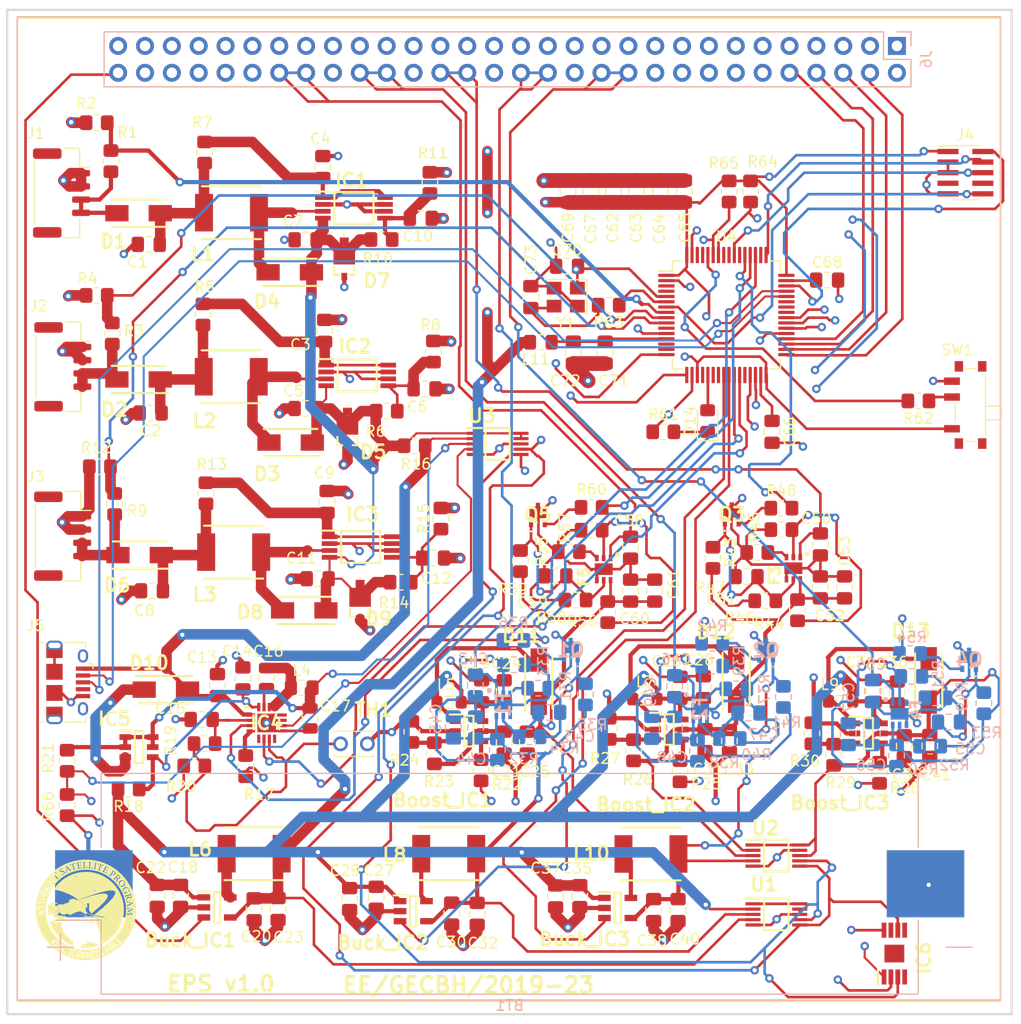
<source format=kicad_pcb>
(kicad_pcb (version 20221018) (generator pcbnew)
  (layers (0 "F.Cu" mixed) (1 "In1.Cu" mixed "VccPlane") (2 "In2.Cu" power "GndPlane") (31 "B.Cu" mixed) (34 "B.Paste" user) (35 "F.Paste" user) (36 "B.SilkS" user "B.Silkscreen") (37 "F.SilkS" user "F.Silkscreen") (38 "B.Mask" user) (39 "F.Mask" user) (44 "Edge.Cuts" user))
  (net 0 "")
  (net 1 "Net-(D1-K)")
  (net 2 "Earth")
  (net 3 "Net-(IC1-MPP-SET)")
  (net 4 "MPPT_I+")
  (net 5 "Net-(IC1-VCTRL)")
  (net 6 "Net-(D1-A)")
  (net 7 "Net-(D4-A)")
  (net 8 "MPPT_I-")
  (net 9 "Net-(D2-K)")
  (net 10 "Net-(D6-K)")
  (net 11 "Net-(Boost_IC1-SW)")
  (net 12 "Net-(Boost_IC1-FB)")
  (net 13 "Net-(Boost_IC1-~{SHDN})")
  (net 14 "5V_OBC")
  (net 15 "SOL_X_ADC")
  (net 16 "Net-(IC2-MPP-SET)")
  (net 17 "Net-(IC2-VCTRL)")
  (net 18 "Net-(D2-A)")
  (net 19 "Net-(D3-A)")
  (net 20 "SOL_Y_ADC")
  (net 21 "Net-(IC3-MPP-SET)")
  (net 22 "Net-(IC3-VCTRL)")
  (net 23 "Net-(D6-A)")
  (net 24 "Net-(D8-A)")
  (net 25 "SOL_Z_ADC")
  (net 26 "BAT_I-")
  (net 27 "Net-(IC4-PMID)")
  (net 28 "REGN")
  (net 29 "Net-(IC4-BTST)")
  (net 30 "Net-(IC4-SW_1)")
  (net 31 "BAT_I+")
  (net 32 "Net-(D10-K)")
  (net 33 "STAT")
  (net 34 "Net-(IC4-ICHG)")
  (net 36 "BATTCH_EN")
  (net 37 "Net-(IC4-TS)")
  (net 39 "USB_D-")
  (net 40 "USB_D+")
  (net 42 "+Vpp")
  (net 43 "BUCK_EN_STM32")
  (net 44 "3.3V_STM")
  (net 45 "Net-(Buck_IC1-SW)")
  (net 46 "BOOST_SHDN_OBC")
  (net 55 "Net-(Boost_IC2-SW)")
  (net 56 "Net-(U4-VCAP_1)")
  (net 57 "Net-(Boost_IC2-FB)")
  (net 58 "Net-(Boost_IC2-~{SHDN})")
  (net 59 "Net-(U4-VCAP_2)")
  (net 60 "5V_COMM")
  (net 61 "HSE_IN")
  (net 62 "Net-(Boost_IC3-SW)")
  (net 63 "+3.3VA")
  (net 64 "Net-(Boost_IC3-FB)")
  (net 66 "Net-(Boost_IC3-~{SHDN})")
  (net 67 "Net-(C73-Pad1)")
  (net 68 "5V_PAYLOAD")
  (net 69 "Net-(D14-K)")
  (net 70 "3.3V_COMM")
  (net 72 "3.3V_ADCS")
  (net 73 "LED_STATUS")
  (net 75 "SWDIO")
  (net 76 "3.3Vout_COMM")
  (net 78 "Net-(F1-EN{slash}UVLO)")
  (net 79 "SWCLK")
  (net 80 "3.3Vout_ADCS")
  (net 81 "5Vout_OBC")
  (net 82 "Net-(F2-EN{slash}UVLO)")
  (net 83 "Net-(F5-EN{slash}UVLO)")
  (net 84 "5Vout_COMM")
  (net 85 "5Vout_PAYLOAD")
  (net 86 "Net-(F3-EN{slash}UVLO)")
  (net 87 "Net-(F4-EN{slash}UVLO)")
  (net 88 "BUCK_EN_COMM")
  (net 90 "Net-(Buck_IC2-SW)")
  (net 91 "BOOST_SHDN_COMM")
  (net 92 "BUCK_EN_ADCS")
  (net 94 "Net-(Buck_IC3-SW)")
  (net 95 "BOOST_SHDN_PAYLOAD")
  (net 96 "SWO")
  (net 100 "I2C1_SCL")
  (net 101 "I2C1_SDA")
  (net 102 "Vpp_I+")
  (net 103 "Net-(F1-OVLO)")
  (net 104 "Net-(F1-ILIM)")
  (net 105 "Net-(Q1-B)")
  (net 106 "3.3V_COMM_EN")
  (net 107 "Net-(F2-OVLO)")
  (net 108 "Net-(F2-ILIM)")
  (net 109 "3.3V_ADCS_EN")
  (net 110 "Net-(Q2-B)")
  (net 111 "Net-(F3-OVLO)")
  (net 112 "Net-(F3-ILIM)")
  (net 113 "5V_COMM_EN")
  (net 114 "Net-(Q3-B)")
  (net 115 "Net-(F4-OVLO)")
  (net 116 "Net-(F4-ILIM)")
  (net 117 "5V_PAYLOAD_EN")
  (net 118 "Net-(Q4-B)")
  (net 119 "Net-(F5-OVLO)")
  (net 120 "Net-(F5-ILIM)")
  (net 121 "5V_OBC_EN")
  (net 122 "Net-(Q5-B)")
  (net 125 "NRST")
  (net 126 "USART2_TX")
  (net 127 "USART2_RX")
  (net 134 "I2C2_SDA")
  (net 135 "I2C2_SCL")
  (net 138 "SD_CARD_SPI2_NSS")
  (net 139 "SD_CARD_SPI2_SCK")
  (net 140 "SD_CARD_SPI2_MISO")
  (net 141 "SD_CARD_SPI2_MOSI")
  (net 143 "Net-(SW1-B)")
  (net 144 "BOOT0")
  (net 145 "HSE_OUT")
  (net 176 "FUEL_GUAGE-")
  (footprint "Capacitor_SMD:C_0805_2012Metric_Pad1.18x1.45mm_HandSolder" (layer "F.Cu") (at 161.798 67.183 90)
    (fp_text reference "C64")
    (fp_text value "100n")
  )
  (footprint "Capacitor_SMD:C_0805_2012Metric_Pad1.18x1.45mm_HandSolder" (layer "F.Cu") (at 155.194 67.183 90)
    (fp_text reference "C67")
    (fp_text value "100n")
  )
  (footprint "Inductor_SMD:L_0805_2012Metric_Pad1.05x1.20mm_HandSolder" (layer "F.Cu") (at 141.7944 115.4988 180)
    (fp_text reference "L5")
    (fp_text value "2.2uH")
  )
  (footprint "Capacitor_SMD:C_0805_2012Metric_Pad1.18x1.45mm_HandSolder" (layer "F.Cu") (at 113.5634 88.138 180)
    (fp_text reference "C2")
    (fp_text value "10uF")
  )
  (footprint "Capacitor_SMD:C_0805_2012Metric_Pad1.18x1.45mm_HandSolder" (layer "F.Cu") (at 169.92325 103.61325 180)
    (fp_text reference "C51")
    (fp_text value "100pF")
  )
  (footprint "Capacitor_SMD:C_0805_2012Metric_Pad1.18x1.45mm_HandSolder" (layer "F.Cu") (at 165.8436 114.0714 90)
    (fp_text reference "C28")
    (fp_text value "10uF")
  )
  (footprint "Resistor_SMD:R_0805_2012Metric_Pad1.20x1.40mm_HandSolder" (layer "F.Cu") (at 139.9794 66.3702 90)
    (fp_text reference "R11")
    (fp_text value "130k")
  )
  (footprint "Capacitor_SMD:C_0805_2012Metric_Pad1.18x1.45mm_HandSolder" (layer "F.Cu") (at 128.2192 71.755 180)
    (fp_text reference "C7")
    (fp_text value "22uF")
  )
  (footprint "Capacitor_SMD:C_0805_2012Metric_Pad1.18x1.45mm_HandSolder" (layer "F.Cu") (at 176.90825 104.62925 90)
    (fp_text reference "C52")
    (fp_text value "100nF")
  )
  (footprint "Capacitor_SMD:C_0805_2012Metric_Pad1.18x1.45mm_HandSolder" (layer "F.Cu") (at 119.8774 113.8708 90)
    (fp_text reference "C13")
    (fp_text value "2.2uF")
  )
  (footprint "Resistor_SMD:R_0805_2012Metric_Pad1.20x1.40mm_HandSolder" (layer "F.Cu") (at 105.664 121.031 -90)
    (fp_text reference "R21")
    (fp_text value "50m")
  )
  (footprint "Connector_JST:JST_GH_SM04B-GHS-TB_1x04-1MP_P1.25mm_Horizontal" (layer "F.Cu") (at 105.236 99.7878 -90)
    (fp_text reference "J3")
    (fp_text value "Sol_Z+_Z-")
  )
  (footprint "Capacitor_SMD:C_0805_2012Metric_Pad1.18x1.45mm_HandSolder" (layer "F.Cu") (at 114.1822 133.8072 90)
    (fp_text reference "C22")
    (fp_text value "4.7uF")
  )
  (footprint "myfootprints:STPS2150A" (layer "F.Cu") (at 128.0922 106.807 180)
    (fp_text reference "D8")
    (fp_text value "STPS2150A" hide)
  )
  (footprint "NaveenSymbols:SOP50P490X110-10N" (layer "F.Cu") (at 146.3802 91.059)
    (fp_text reference "U3")
    (fp_text value "LTC2990" hide)
  )
  (footprint "Capacitor_SMD:C_0805_2012Metric_Pad1.18x1.45mm_HandSolder" (layer "F.Cu") (at 153.543 82.423 -90)
    (fp_text reference "C72")
    (fp_text value "10n")
  )
  (footprint "myfootprints:STPS2150A" (layer "F.Cu") (at 126.8042 90.932 180)
    (fp_text reference "D3")
    (fp_text value "STPS2150A" hide)
  )
  (footprint "Capacitor_SMD:C_0805_2012Metric_Pad1.18x1.45mm_HandSolder" (layer "F.Cu") (at 149.522 77.177 90)
    (fp_text reference "C73")
    (fp_text value "12p")
  )
  (footprint "Inductor_SMD:L_0805_2012Metric_Pad1.05x1.20mm_HandSolder" (layer "F.Cu") (at 178.8238 115.408 180)
    (fp_text reference "L9")
    (fp_text value "2.2uH")
  )
  (footprint "myfootprints:B82442T1103K050" (layer "F.Cu") (at 121.412 101.2952)
    (fp_text reference "L3")
    (fp_text value "10uH" hide)
  )
  (footprint "NaveenSymbols:PBSS4310PASQX" (layer "F.Cu") (at 168.52625 97.73025)
    (fp_text reference "Q3")
    (fp_text value "NPN" hide)
  )
  (footprint "Inductor_SMD:L_0805_2012Metric_Pad1.15x1.40mm_HandSolder" (layer "F.Cu") (at 127.853 114.1248)
    (fp_text reference "L4")
    (fp_text value "1uH")
  )
  (footprint "NaveenSymbols:QFN50P300X300X80-17N-D" (layer "F.Cu") (at 124.5376 117.4536)
    (fp_text reference "IC4")
    (fp_text value "BQ25302RTER" hide)
  )
  (footprint "Capacitor_SMD:C_0805_2012Metric_Pad1.18x1.45mm_HandSolder" (layer "F.Cu") (at 159.512 67.183 90)
    (fp_text reference "C63")
    (fp_text value "100n")
  )
  (footprint "Resistor_SMD:R_0805_2012Metric_Pad1.20x1.40mm_HandSolder" (layer "F.Cu") (at 155.2725 99.221 180)
    (fp_text reference "R57")
    (fp_text value "549k")
  )
  (footprint "Resistor_SMD:R_0805_2012Metric_Pad1.20x1.40mm_HandSolder" (layer "F.Cu") (at 168.275 67.183 -90)
    (fp_text reference "R65")
    (fp_text value "2k2")
  )
  (footprint "Resistor_SMD:R_0805_2012Metric_Pad1.20x1.40mm_HandSolder" (layer "F.Cu") (at 118.6688 119.4054)
    (fp_text reference "R19")
    (fp_text value "4.52k")
  )
  (footprint "Capacitor_SMD:C_0805_2012Metric" (layer "F.Cu") (at 124.5256 113.2104 90)
    (fp_text reference "C16")
    (fp_text value "47nF")
  )
  (footprint "Capacitor_SMD:C_0805_2012Metric_Pad1.18x1.45mm_HandSolder" (layer "F.Cu") (at 158.9555 100.872 -90)
    (fp_text reference "C58")
    (fp_text value "10uF")
  )
  (footprint "LOGO" (layer "F.Cu") (at 107.442 135.128)
    (fp_text reference "G***" hide)
    (fp_text value "LOGO" hide)
  )
  (footprint "Capacitor_SMD:C_0805_2012Metric_Pad1.18x1.45mm_HandSolder" (layer "F.Cu") (at 140.2842 101.854)
    (fp_text reference "C12")
    (fp_text value "1nF")
  )
  (footprint "Resistor_SMD:R_0805_2012Metric_Pad1.20x1.40mm_HandSolder" (layer "F.Cu") (at 171.70125 105.89925 180)
    (fp_text reference "R46")
    (fp_text value "787k")
  )
  (footprint "NaveenSymbols:SOT95P280X145-5N" (layer "F.Cu") (at 138.4046 135.255)
    (fp_text reference "Buck_IC2")
    (fp_text value "TPS62203DBVT" hide)
  )
  (footprint "NaveenSymbols:SON65P200X200X80-7N" (layer "F.Cu") (at 156.4155 102.904 -90)
    (fp_text reference "F5")
    (fp_text value "TPS25961DRVR" hide)
  )
  (footprint "Capacitor_SMD:C_0805_2012Metric_Pad1.18x1.45mm_HandSolder" (layer "F.Cu") (at 122.2904 113.2358 90)
    (fp_text reference "C14")
    (fp_text value "10uF")
  )
  (footprint "myfootprints:B82442T1103K050" (layer "F.Cu") (at 160.8836 129.8448)
    (fp_text reference "L10")
    (fp_text value "10uH" hide)
  )
  (footprint "myfootprints:SMM4F5.0A-TR" (layer "F.Cu") (at 132.1816 89.286 90)
    (fp_text reference "D5")
    (fp_text value "SMM4F5.0A-TR" hide)
  )
  (footprint "Resistor_SMD:R_0805_2012Metric_Pad1.20x1.40mm_HandSolder" (layer "F.Cu") (at 153.1135 101.253 180)
    (fp_text reference "R55")
    (fp_text value "50.5k")
  )
  (footprint "Resistor_SMD:R_0805_2012Metric_Pad1.20x1.40mm_HandSolder" (layer "F.Cu") (at 109.8042 64.3128 90)
    (fp_text reference "R1")
    (fp_text value "100k")
  )
  (footprint "Resistor_SMD:R_0805_2012Metric_Pad1.20x1.40mm_HandSolder" (layer "F.Cu") (at 159.2396 120.0404 -90)
    (fp_text reference "R26")
    (fp_text value "95.3k")
  )
  (footprint "myfootprints:STPS2150A" (layer "F.Cu") (at 112.522 101.5746 180)
    (fp_text reference "D6")
    (fp_text value "D_Schottky" hide)
  )
  (footprint "Resistor_SMD:R_0805_2012Metric_Pad1.20x1.40mm_HandSolder" (layer "F.Cu") (at 173.22525 97.13625)
    (fp_text reference "R48")
    (fp_text value "50m")
  )
  (footprint "Resistor_SMD:R_0805_2012Metric_Pad1.20x1.40mm_HandSolder" (layer "F.Cu") (at 108.458 60.6806 180)
    (fp_text reference "R2")
    (fp_text value "100k")
  )
  (footprint "Inductor_SMD:L_0805_2012Metric_Pad1.05x1.20mm_HandSolder" (layer "F.Cu") (at 160.3064 115.189 180)
    (fp_text reference "L7")
    (fp_text value "2.2uH")
  )
  (footprint "Resistor_SMD:R_0805_2012Metric_Pad1.20x1.40mm_HandSolder" (layer "F.Cu") (at 170.307 67.183 -90)
    (fp_text reference "R64")
    (fp_text value "2k2")
  )
  (footprint "Resistor_SMD:R_0805_2012Metric_Pad1.20x1.40mm_HandSolder" (layer "F.Cu") (at 110.1598 96.7486 90)
    (fp_text reference "R9")
    (fp_text value "100k")
  )
  (footprint "NaveenSymbols:SOT95P280X145-5N" (layer "F.Cu") (at 157.734 134.9502)
    (fp_text reference "Buck_IC3")
    (fp_text value "TPS62203DBVT" hide)
  )
  (footprint "NaveenSymbols:SOT95P280X90-6N" (layer "F.Cu") (at 143.6694 118.2268)
    (fp_text reference "Boost_IC1")
    (fp_text value "LTC3426" hide)
  )
  (footprint "Capacitor_SMD:C_0805_2012Metric_Pad1.18x1.45mm_HandSolder" (layer "F.Cu") (at 153.035 67.183 90)
    (fp_text reference "C69")
    (fp_text value "100n")
  )
  (footprint "Capacitor_SMD:C_0805_2012Metric_Pad1.18x1.45mm_HandSolder" (layer "F.Cu") (at 161.2415 104.936 90)
    (fp_text reference "C61")
    (fp_text value "1uF")
  )
  (footprint "Resistor_SMD:R_0805_2012Metric_Pad1.20x1.40mm_HandSolder" (layer "F.Cu") (at 141.0208 98.1202 90)
    (fp_text reference "R15")
    (fp_text value "130k")
  )
  (footprint "myfootprints:B82442T1103K050" (layer "F.Cu") (at 121.1834 84.709)
    (fp_text reference "L2")
    (fp_text value "10uH" hide)
  )
  (footprint "Resistor_SMD:R_0805_2012Metric_Pad1.20x1.40mm_HandSolder" (layer "F.Cu") (at 174.74925 106.78825 -90)
    (fp_text reference "R44")
    (fp_text value "2M")
  )
  (footprint "Capacitor_SMD:C_0805_2012Metric_Pad1.18x1.45mm_HandSolder" (layer "F.Cu") (at 158.9555 104.936 90)
    (fp_text reference "C60")
    (fp_text value "100nF")
  )
  (footprint "Resistor_SMD:R_0805_2012Metric_Pad1.20x1.40mm_HandSolder" (layer "F.Cu") (at 170.93925 101.32725 180)
    (fp_text reference "R43")
    (fp_text value "50.5k")
  )
  (footprint "Capacitor_SMD:C_0805_2012Metric_Pad1.18x1.45mm_HandSolder" (layer "F.Cu") (at 151.8435 103.539 180)
    (fp_text reference "C59")
    (fp_text value "100pF")
  )
  (footprint "Resistor_SMD:R_0805_2012Metric_Pad1.20x1.40mm_HandSolder" (layer "F.Cu") (at 186.182 86.995 180)
    (fp_text reference "R62")
    (fp_text value "10k")
  )
  (footprint "Capacitor_SMD:C_0805_2012Metric_Pad1.18x1.45mm_HandSolder" (layer "F.Cu") (at 129.3622 103.8098 180)
    (fp_text reference "C11")
    (fp_text value "22uF")
  )
  (footprint "NaveenSymbols:SOT95P280X145-5N" (layer "F.Cu") (at 119.8464 134.8994)
    (fp_text reference "Buck_IC1")
    (fp_text value "TPS62203DBVT" hide)
  )
  (footprint "myfootprints:SMM4F5.0A-TR" (layer "F.Cu") (at 133.3754 105.5674 90)
    (fp_text reference "D9")
    (fp_text value "SMM4F5.0A-TR" hide)
  )
  (footprint "Resistor_SMD:R_0805_2012Metric_Pad1.20x1.40mm_HandSolder" (layer "F.Cu") (at 144.817 121.925 -90)
    (fp_text reference "R22")
    (fp_text value "1M")
  )
  (footprint "myfootprints:SPV1040T" (layer "F.Cu") (at 132.7912 68.7324)
    (fp_text reference "IC1")
    (fp_text value "SPV1040T" hide)
  )
  (footprint "Capacitor_SMD:C_0805_2012Metric_Pad1.18x1.45mm_HandSolder" (layer "F.Cu") (at 187.2566 119.6244 90)
    (fp_text reference "C41")
    (fp_text value "22uF")
  )
  (footprint "Capacitor_SMD:C_0805_2012Metric_Pad1.18x1.45mm_HandSolder" (layer "F.Cu") (at 130.2512 96.5454 90)
    (fp_text reference "C9")
    (fp_text value "1nF")
  )
  (footprint "NaveenSymbols:SOT95P284X110-6N" (layer "F.Cu") (at 112.4606 119.7382)
    (fp_text reference "IC5")
    (fp_text value "SI3483DDV-T1-BE3" hide)
  )
  (footprint "Resistor_SMD:R_0805_2012Metric_Pad1.20x1.40mm_HandSolder" (layer "F.Cu") (at 162.052 89.916)
    (fp_text reference "R61")
    (fp_text value "1k5")
  )
  (footprint "Resistor_SMD:R_0805_2012Metric_Pad1.20x1.40mm_HandSolder" (layer "F.Cu") (at 156.9282 118.0084 -90)
    (fp_text reference "R27")
    (fp_text value "30.9k")
  )
  (footprint "Capacitor_SMD:C_0805_2012Metric_Pad1.18x1.45mm_HandSolder" (layer "F.Cu") (at 163.449 135.1534 -90)
    (fp_text reference "C40")
    (fp_text value "10uF")
  )
  (footprint "Capacitor_SMD:C_0805_2012Metric_Pad1.18x1.45mm_HandSolder" (layer "F.Cu") (at 147.0014 114.4574 90)
    (fp_text reference "C24")
    (fp_text value "10uF")
  )
  (footprint "Capacitor_SMD:C_0805_2012Metric_Pad1.18x1.45mm_HandSolder" (layer "F.Cu") (at 130.0226 80.3656 90)
    (fp_text reference "C3")
    (fp_text value "1nF")
  )
  (footprint "myfootprints:SPV1040T" (layer "F.Cu") (at 133.096 84.582)
    (fp_text reference "IC2")
    (fp_text value "SPV1040T" hide)
  )
  (footprint "Capacitor_SMD:C_0805_2012Metric_Pad1.18x1.45mm_HandSolder" (layer "F.Cu") (at 157.353 67.183 90)
    (fp_text reference "C62")
    (fp_text value "4u7")
  )
  (footprint "Resistor_SMD:R_0805_2012Metric_Pad1.20x1.40mm_HandSolder" (layer "F.Cu") (at 109.9312 80.6196 90)
    (fp_text reference "R3")
    (fp_text value "100k")
  )
  (footprint "Resistor_SMD:R_0805_2012Metric_Pad1.20x1.40mm_HandSolder" (layer "F.Cu") (at 122.555 121.539 90)
    (fp_text reference "R17")
    (fp_text value "30.9k")
  )
  (footprint "Capacitor_SMD:C_0805_2012Metric_Pad1.18x1.45mm_HandSolder" (layer "F.Cu") (at 118.3894 117.1194 180)
    (fp_text reference "C15")
    (fp_text value "2.2uF")
  )
  (footprint "Resistor_SMD:R_0805_2012Metric_Pad1.20x1.40mm_HandSolder" (layer "F.Cu") (at 140.3974 120.3248 -90)
    (fp_text reference "R23")
    (fp_text value "95.3k")
  )
  (footprint "Capacitor_SMD:C_0805_2012Metric_Pad1.18x1.45mm_HandSolder" (layer "F.Cu") (at 139.4714 85.852)
    (fp_text reference "C6")
    (fp_text value "1nF")
  )
  (footprint "Capacitor_SMD:C_0805_2012Metric_Pad1.18x1.45mm_HandSolder" (layer "F.Cu") (at 116.392 133.8072 90)
    (fp_text reference "C18")
    (fp_text value "4.7uF")
  )
  (footprint "Capacitor_SMD:C_0805_2012Metric_Pad1.18x1.45mm_HandSolder" (layer "F.Cu") (at 139.1158 69.723)
    (fp_text reference "C10")
    (fp_text value "1nF")
  )
  (footprint "Capacitor_SMD:C_0805_2012Metric_Pad1.18x1.45mm_HandSolder" (layer "F.Cu") (at 129.8448 64.8716 90)
    (fp_text reference "C4")
    (fp_text value "1nF")
  )
  (footprint "NaveenSymbols:SOT95P280X90-6N" (layer "F.Cu") (at 162.6132 118.0744)
    (fp_text reference "Boost_IC2")
    (fp_text value "LTC3426" hide)
  )
  (footprint "Resistor_SMD:R_0805_2012Metric_Pad1.20x1.40mm_HandSolder" (layer "F.Cu") (at 182.5068 122.1644 -90)
    (fp_text reference "R28")
    (fp_text value "1M")
  )
  (footprint "Resistor_SMD:R_0805_2012Metric_Pad1.20x1.40mm_HandSolder" (layer "F.Cu") (at 137.2108 104.14)
    (fp_text reference "R14")
    (fp_text value "390k")
  )
  (footprint "Crystal:Crystal_SMD_3225-4Pin_3.2x2.5mm" (layer "F.Cu") (at 152.824 77.177 180)
    (fp_text reference "Y1")
    (fp_text value "16MHz")
  )
  (footprint "Resistor_SMD:R_0805_2012Metric_Pad1.20x1.40mm_HandSolder" (layer "F.Cu") (at 138.2638 118.2928 -90)
    (fp_text reference "R24")
    (fp_text value "30.9k")
  )
  (footprint "NaveenSymbols:SOP50P490X110-10N" (layer "F.Cu") (at 172.7454 129.9972)
    (fp_text reference "U2")
    (fp_text value "LTC2990" hide)
  )
  (footprint "NaveenSymbols:SOP50P490X110-10N" (layer "F.Cu") (at 172.7454 135.5598)
    (fp_text reference "U1")
    (fp_text value "LTC2990" hide)
  )
  (footprint "Capacitor_SMD:C_0805_2012Metric_Pad1.18x1.45mm_HandSolder" (layer "F.Cu") (at 144.8678 114.4574 90)
    (fp_text reference "C19")
    (fp_text value "10uF")
  )
  (footprint "Capacitor_SMD:C_0805_2012Metric_Pad1.18x1.45mm_HandSolder" (layer "F.Cu") (at 156.553 82.423 -90)
    (fp_text reference "C71")
    (fp_text value "1u")
  )
  (footprint "Capacitor_SMD:C_0805_2012Metric" (layer "F.Cu") (at 128.6404 117.0204 -90)
    (fp_text reference "C17")
    (fp_text value "10uF")
  )
  (footprint "Capacitor_SMD:C_0805_2012Metric_Pad1.18x1.45mm_HandSolder" (layer "F.Cu") (at 132.3848 134.112 90)
    (fp_text reference "C29")
    (fp_text value "4.7uF")
  )
  (footprint "Capacitor_SMD:C_0805_2012Metric_Pad1.18x1.45mm_HandSolder" (layer "F.Cu") (at 184.1832 114.5698 90)
    (fp_text reference "C36")
    (fp_text value "10uF")
  )
  (footprint "Resistor_SMD:R_0805_2012Metric_Pad1.20x1.40mm_HandSolder" (layer "F.Cu") (at 156.7965 106.968 -90)
    (fp_text reference "R56")
    (fp_text value "2M")
  )
  (footprint "Capacitor_SMD:C_0805_2012Metric_Pad1.18x1.45mm_HandSolder" (layer "F.Cu") (at 151.8666 133.858 90)
    (fp_text reference "C37")
    (fp_text value "4.7uF")
  )
  (footprint "Connector_JST:JST_GH_SM04B-GHS-TB_1x04-1MP_P1.25mm_Horizontal" (layer "F.Cu") (at 105.1344 67.3266 -90)
    (fp_text reference "J1")
    (fp_text value "Sol_X+_X-")
  )
  (footprint "Capacitor_SMD:C_0805_2012Metric_Pad1.18x1.45mm_HandSolder" (layer "F.Cu") (at 161.1376 135.1534 -90)
    (fp_text reference "C38")
    (fp_text value "10uF")
  )
  (footprint "NaveenSymbols:SON65P200X200X80-7N" (layer "F.Cu") (at 174.35325 102.81725 -90)
    (fp_text reference "F3")
    (fp_text value "TPS25961DRVR" hide)
  )
  (footprint "Resistor_SMD:R_0805_2012Metric_Pad1.20x1.40mm_HandSolder" (layer "F.Cu") (at 178.1634 120.4626 -90)
    (fp_text reference "R29")
    (fp_text value "95.3k")
  )
  (footprint "myfootprints:STPS2150A" (layer "F.Cu") (at 115.0006 114.3026)
    (fp_text reference "D10")
    (fp_text value "STPS2150A" hide)
  )
  (footprint "myfootprints:SMM4F5.0A-TR" (layer "F.Cu") (at 131.8768 73.1848 90)
    (fp_text reference "D7")
    (fp_text value "SMM4F5.0A-TR" hide)
  )
  (footprint "Inductor_SMD:L_0805_2012Metric_Pad1.15x1.40mm_HandSolder" (layer "F.Cu") (at 150.4675 81.443)
    (fp_text reference "L11")
    (fp_text value "39n")
  )
  (footprint "Connector_JST:JST_GH_SM04B-GHS-TB_1x04-1MP_P1.25mm_Horizontal" (layer "F.Cu") (at 105.2576 83.7692 -90)
    (fp_text reference "J2")
    (fp_text value "Sol_Y+_Y-")
  )
  (footprint "Resistor_SMD:R_0805_2012Metric_Pad1.20x1.40mm_HandSolder" (layer "F.Cu") (at 156.888 77.939 180)
    (fp_text reference "R63")
    (fp_text value "47")
  )
  (footprint "Capacitor_SMD:C_0805_2012Metric_Pad1.18x1.45mm_HandSolder" (layer "F.Cu") (at 177.546 75.565)
    (fp_text reference "C68")
    (fp_text value "2u2")
  )
  (footprint "Capacitor_SMD:C_0805_2012Metric_Pad1.18x1.45mm_HandSolder" (layer "F.Cu") (at 152.951 74.256 180)
    (fp_text reference "C70")
    (fp_text value "12p")
  )
  (footprint "Package_QFP:LQFP-64_10x10mm_P0.5mm" (layer "F.Cu") (at 168.021 78.867)
    (fp_text reference "U4")
    (fp_text value "STM32F405RGT6")
  )
  (footprint "Capacitor_SMD:C_0805_2012Metric_Pad1.18x1.45mm_HandSolder" (layer "F.Cu") (at 154.1526 133.8326 90)
    (fp_text reference "C35")
    (fp_text value "4.7uF")
  )
  (footprint "Capacitor_SMD:C_0805_2012Metric_Pad1.18x1.45mm_HandSolder" (layer "F.Cu") (at 172.339 89.916 -90)
    (fp_text reference "C66")
    (fp_text value "2u2")
  )
  (footprint "Capacitor_SMD:C_0805_2012Metric_Pad1.18x1.45mm_HandSolder" (layer "F.Cu") (at 113.3856 72.1868 180)
    (fp_text reference "C1")
    (fp_text value "10uF")
  )
  (footprint "Resistor_SMD:R_0805_2012Metric_Pad1.20x1.40mm_HandSolder" (layer "F.Cu") (at 155.2725 97.062)
    (fp_text reference "R60")
    (fp_text value "50m")
  )
  (footprint "Capacitor_SMD:C_0805_2012Metric_Pad1.18x1.45mm_HandSolder" (layer "F.Cu") (at 184.8436 119.6498 90)
    (fp_text reference "C39")
    (fp_text value "22uF")
  )
  (footprint "NaveenSymbols:SOT95P280X90-6N" (layer "F.Cu") (at 181.46 118.4402)
    (fp_text reference "Boost_IC3")
    (fp_text value "LTC3426" hide)
  )
  (footprint "Capacitor_SMD:C_0805_2012Metric_Pad1.18x1.45mm_HandSolder" (layer "F.Cu") (at 142.0368 135.4836 -90)
    (fp_text reference "C30")
    (fp_text value "10uF")
  )
  (footprint "MountingHole:MountingHole_2.5mm" (layer "F.Cu") (at 192 142)
    (fp_text reference "REF**" hide)
    (fp_text value "MountingHole_2.5mm" hide)
  )
  (footprint "Button_Switch_SMD:SW_SPDT_PCM12" (layer "F.Cu") (at 190.787 87.376 90)
    (fp_text reference "SW1")
    (fp_text value "SW_SPDT")
  )
  (footprint "myfootprints:STPS2150A" (layer "F.Cu") (at 112.4204 84.963 180)
    (fp_text reference "D2")
    (fp_text value "D_Schottky" hide)
  )
  (footprint "Resistor_SMD:R_0805_2012Metric_Pad1.20x1.40mm_HandSolder" (layer "F.Cu") (at 118.6688 63.5 -90)
    (fp_text reference "R7")
    (fp_text value "1k")
  )
  (footprint "Capacitor_SMD:C_0805_2012Metric_Pad1.18x1.45mm_HandSolder" (layer "F.Cu") (at 149.1858 119.3088 90)
    (fp_text reference "C25")
    (fp_text value "22uF")
  )
  (footprint "myfootprints:STPS2150A" (layer "F.Cu") (at 112.4204 69.2404 180)
    (fp_text reference "D1")
    (fp_text value "D_Schottky" hide)
  )
  (footprint "myfootprints:STPS2150A" (layer "F.Cu") (at 168.9424 113.35 90)
    (fp_text reference "D12")
    (fp_text value "STPS2150A" hide)
  )
  (footprint "Capacitor_SMD:C_0805_2012Metric_Pad1.18x1.45mm_HandSolder" (layer "F.Cu") (at 181.9988 114.4174 90)
    (fp_text reference "C34")
    (fp_text value "10uF")
  )
  (footprint "Capacitor_SMD:C_0805_2012Metric_Pad1.18x1.45mm_HandSolder" (layer "F.Cu") (at 179.19425 104.62925 90)
    (fp_text reference "C53")
    (fp_text value "1uF")
  )
  (footprint "Capacitor_SMD:C_0805_2012Metric_Pad1.18x1.45mm_HandSolder" (layer "F.Cu") (at 144.4498 135.5051 -90)
    (fp_text reference "C32")
    (fp_text value "10uF")
  )
  (footprint "Capacitor_SMD:C_0805_2012Metric_Pad1.18x1.45mm_HandSolder" (layer "F.Cu") (at 164.046 67.183 90)
    (fp_text reference "C65")
    (fp_text value "100n")
  )
  (footprint "myfootprints:B82442T1103K050" (layer "F.Cu") (at 121.2088 69.1896)
    (fp_text reference "L1")
    (fp_text value "10uH" hide)
  )
  (footprint "myfootprints:B82442T1103K050" (layer "F.Cu") (at 141.7574 129.8194)
    (fp_text reference "L8")
    (fp_text value "10uH" hide)
  )
  (footprint "Resistor_SMD:R_0805_2012Metric_Pad1.20x1.40mm_HandSolder" (layer "F.Cu") (at 138.5316 91.2368)
    (fp_text reference "R16")
    (fp_text value "50m")
  )
  (footprint "Resistor_SMD:R_0805_2012Metric_Pad1.20x1.40mm_HandSolder" (layer "F.Cu") (at 118.5164 78.8162 -90)
    (fp_text reference "R5")
    (fp_text value "1k")
  )
  (footprint "myfootprints:B82442T1103K050" (layer "F.Cu") (at 123.3516 129.8194)
    (fp_text reference "L6")
    (fp_text value "10uH" hide)
  )
  (footprint "myfootprints:STPS2150A" (layer "F.Cu") (at 150.2734 113.5532 90)
    (fp_text reference "D11")
    (fp_text value "STPS2150A" hide)
  )
  (footprint "LED_SMD:LED_0805_2012Metric_Pad1.15x1.40mm_HandSolder" (layer "F.Cu") (at 166.243 88.9 90)
    (fp_text reference "D14")
    (fp_text value "BLUE")
  )
  (footprint "MountingHole:MountingHole_2.5mm" (layer "F.Cu") (at 103 142)
    (fp_text reference "REF**" hide)
    (fp_text value "MountingHole_2.5mm" hide)
  )
  (footprint "Capacitor_SMD:C_0805_2012Metric_Pad1.18x1.45mm_HandSolder" (layer "F.Cu") (at 134.8994 133.985 90)
    (fp_text reference "C27")
    (fp_text value "4.7uF")
  )
  (footprint "Capacitor_SMD:C_0805_2012Metric_Pad1.18x1.45mm_HandSolder" (layer "F.Cu") (at 125.6122 135.0518 -90)
    (fp_text reference "C23")
    (fp_text value "10uF")
  )
  (footprint "Resistor_SMD:R_0805_2012Metric_Pad1.20x1.40mm_HandSolder" (layer "F.Cu") (at 108.458 77.0128 180)
    (fp_text reference "R4")
    (fp_text value "100k")
  )
  (footprint "MountingHole:MountingHole_2.5mm" (layer "F.Cu") (at 192 53)
    (fp_text reference "REF**" hide)
    (fp_text value "MountingHole_2.5mm" hide)
  )
  (footprint "Resistor_SMD:R_0805_2012Metric_Pad1.20x1.40mm_HandSolder" (layer "F.Cu") (at 105.664 125.222 -90)
    (fp_text reference "R66")
    (fp_text value "0.025")
  )
  (footprint "myfootprints:STPS2150A" (layer "F.Cu") (at 126.7206 74.8284 180)
    (fp_text reference "D4")
    (fp_text value "STPS2150A" hide)
  )
  (footprint "myfootprints:STPS2150A" (layer "F.Cu") (at 187.155 113.4268 90)
    (fp_text reference "D13")
    (fp_text value "STPS2150A" hide)
  )
  (footprint "Capacitor_SMD:C_0805_2012Metric_Pad1.18x1.45mm_HandSolder" (layer "F.Cu") (at 165.996 119.0752 90)
    (fp_text reference "C31")
    (fp_text value "22uF")
  )
  (footprint "Capacitor_SMD:C_0805_2012Metric_Pad1.18x1.45mm_HandSolder" (layer "F.Cu") (at 168.3074 119.1514 90)
    (fp_text reference "C33")
    (fp_text value "22uF")
  )
  (footprint "MountingHole:MountingHole_2.5mm" (layer "F.Cu") (at 103 53)
    (fp_text reference "REF**" hide)
    (fp_text value "MountingHole_2.5mm" hide)
  )
  (footprint "Resistor_SMD:R_0805_2012Metric_Pad1.20x1.40mm_HandSolder" (layer "F.Cu") (at 108.7628 93.218 180)
    (fp_text reference "R12")
    (fp_text value "100k")
  )
  (footprint "Capacitor_SMD:C_0805_2012Metric_Pad1.18x1.45mm_HandSolder" (layer "F.Cu") (at 113.6904 104.9528 180)
    (fp_text reference "C8")
    (fp_text value "10uF")
  )
  (footprint "Resistor_SMD:R_0805_2012Metric_Pad1.20x1.40mm_HandSolder" (layer "F.Cu") (at 173.22525 99.16825 180)
    (fp_text reference "R45")
    (fp_text value "549k")
  )
  (footprint "Resistor_SMD:R_0805_2012Metric_Pad1.20x1.40mm_HandSolder" (layer "F.Cu") (at 166.74825 101.83525 90)
    (fp_text reference "R47")
    (fp_text value "2M")
  )
  (footprint "NaveenSymbols:SOP65P490X110-9N" (layer "F.Cu") (at 183.907 139.264 90)
    (fp_text reference "IC6")
    (fp_text value "LTC2941IMS8E#PBF" hide)
  )
  (footprint "Resistor_SMD:R_0805_2012Metric_Pad1.20x1.40mm_HandSolder" (layer "F.Cu") (at 163.6338 122.0216 -90)
    (fp_text reference "R25")
    (fp_text value "1M")
  )
  (footprint "Resistor_SMD:R_0805_2012Metric_Pad1.20x1.40mm_HandSolder" (layer "F.Cu") (at 148.5415 102.142 90)
    (fp_text reference "R59")
    (fp_text value "2M")
  )
  (footprint "NaveenSymbols:103AT2" (layer "F.Cu") (at 132.7912 119.4308)
    (fp_text reference "TH1")
    (fp_text value "Thermistor" hide)
  )
  (footprint "Resistor_SMD:R_0805_2012Metric_Pad1.20x1.40mm_HandSolder" (layer "F.Cu") (at 135.4074 71.7296)
    (fp_text reference "R10")
    (fp_text value "390k")
  )
  (footprint "Resistor_SMD:R_0805_2012Metric_Pad1.20x1.40mm_HandSolder" (layer "F.Cu") (at 118.7958 95.7326 -90)
    (fp_text reference "R13")
    (fp_text value "1k")
  )
  (footprint "Resistor_SMD:R_0805_2012Metric_Pad1.20x1.40mm_HandSolder" (layer "F.Cu") (at 176.106 118.4306 -90)
    (fp_text reference "R30")
    (fp_text value "30.9k")
  )
  (footprint "Resistor_SMD:R_0805_2012Metric_Pad1.20x1.40mm_HandSolder" (layer "F.Cu") (at 140.3096 82.3214 90)
    (fp_text reference "R8")
    (fp_text value "130k")
  )
  (footprint "Capacitor_SMD:C_0805_2012Metric_Pad1.18x1.45mm_HandSolder" (layer "F.Cu") (at 163.6338 114.1222 90)
    (fp_text reference "C26")
    (fp_text value "10uF")
  )
  (footprint "Resistor_SMD:R_0805_2012Metric_Pad1.20x1.40mm_HandSolder" (layer "F.Cu") (at 117.693 121.5162)
    (fp_text reference "R20")
    (fp_text value "23.6k")
  )
  (footprint "Resistor_SMD:R_0805_2012Metric_Pad1.20x1.40mm_HandSolder" (layer "F.Cu") (at 135.89 87.9602)
    (fp_text reference "R6")
    (fp_text value "390k")
  )
  (footprint "NaveenSymbols:USB_Micro-B_Amphenol_10118194_Horizontal" (layer "F.Cu") (at 105.7648 113.6142 -90)
    (fp_text reference "J5")
    (fp_text value "USB_B_Micro")
  )
  (footprint "Capacitor_SMD:C_0805_2012Metric_Pad1.18x1.45mm_HandSolder" (layer "F.Cu") (at 176.90825 100.56525 -90)
    (fp_text reference "C50")
    (fp_text value "10uF")
  )
  (footprint "Capacitor_SMD:C_0805_2012Metric_Pad1.18x1.45mm_HandSolder" (layer "F.Cu") (at 147.0014 119.3088 90)
    (fp_text reference "C21")
    (fp_text value "22uF")
  )
  (footprint "Capacitor_SMD:C_0805_2012Metric_Pad1.18x1.45mm_HandSolder" (layer "F.Cu") (at 128.2192 87.7062 180)
    (fp_text reference "C5")
    (fp_text value "22uF")
  )
  (footprint "Connector_PinHeader_1.00mm:PinHeader_2x05_P1.00mm_Vertical_SMD" (layer "F.Cu") (at 190.627 65.405)
    (fp_text reference "J4")
    (fp_text value "SWD")
  )
  (footprint "NaveenSymbols:PBSS4310PASQX" (layer "F.Cu") (at 150.1925 97.783)
    (fp_text reference "Q5")
    (fp_text value "NPN" hide)
  )
  (footprint "Capacitor_SMD:C_0805_2012Metric_Pad1.18x1.45mm_HandSolder" (layer "F.Cu") (at 123.3516 135.0772 -90)
    (fp_text reference "C20")
    (fp_text value "10uF")
  )
  (footprint "Resistor_SMD:R_0805_2012Metric_Pad1.20x1.40mm_HandSolder" (layer "F.Cu") (at 153.7485 105.825 180)
    (fp_text reference "R58")
    (fp_text value "787k")
  )
  (footprint "myfootprints:SPV1040T" (layer "F.Cu") (at 133.4262 100.8126)
    (fp_text reference "IC3")
    (fp_text value "SPV1040T" hide)
  )
  (footprint "Resistor_SMD:R_0805_2012Metric_Pad1.20x1.40mm_HandSolder" (layer "F.Cu") (at 111.4806 123.698 180)
    (fp_text reference "R18")
    (fp_text value "50m")
  )
  (footprint "Resistor_SMD:R_0805_2012Metric_Pad1.20x1.40mm_HandSolder" (layer "B.Cu") (at 166.68 109.911 180)
    (fp_text reference "R42")
    (fp_text value "50m")
  )
  (footprint "NaveenSymbols:SON65P200X200X80-7N" (layer "B.Cu") (at 165.537 116.134 -90)
    (fp_text reference "F2")
    (fp_text value "TPS25961DRVR" hide)
  )
  (footprint "Resistor_SMD:R_0805_2012Metric_Pad1.20x1.40mm_HandSolder" (layer "B.Cu") (at 146.3568 119.9812 -90)
    (fp_text reference "R32")
    (fp_text value "2M")
  )
  (footprint "Capacitor_SMD:C_0805_2012Metric_Pad1.18x1.45mm_HandSolder" (layer "B.Cu") (at 144.2994 117.873 90)
    (fp_text reference "C44")
    (fp_text value "100nF")
  )
  (footprint "Capacitor_SMD:C_0805_2012Metric_Pad1.18x1.45mm_HandSolder" (layer "B.Cu") (at 170.109 116.515)
    (fp_text reference "C47")
    (fp_text value "100pF")
  )
  (footprint "Capacitor_SMD:C_0805_2012Metric_Pad1.18x1.45mm_HandSolder" (layer "B.Cu") (at 163.124 113.975 -90)
    (fp_text reference "C46")
    (fp_text value "10uF")
  )
  (footprint "NaveenSymbols:PBSS4310PASQX" (layer "B.Cu") (at 190.974 111.48 180)
    (fp_text reference "Q4")
    (fp_text value "NPN" hide)
  )
  (footprint "Capacitor_SMD:C_0805_2012Metric_Pad1.18x1.45mm_HandSolder" (layer "B.Cu") (at 160.965 117.912 90)
    (fp_text reference "C49")
    (fp_text value "1uF")
  )
  (footprint "NaveenSymbols:PBSS4310PASQX" (layer "B.Cu") (at 153.29898 110.5546 180)
    (fp_text reference "Q1")
    (fp_text value "NPN" hide)
  )
  (footprint "Resistor_SMD:R_0805_2012Metric_Pad1.20x1.40mm_HandSolder" (layer "B.Cu") (at 147.8808 109.6434 180)
    (fp_text reference "R36")
    (fp_text value "50m")
  )
  (footprint "Resistor_SMD:R_0805_2012Metric_Pad1.20x1.40mm_HandSolder" (layer "B.Cu") (at 166.68 112.07)
    (fp_text reference "R39")
    (fp_text value "953k")
  )
  (footprint "Connector_PinSocket_2.54mm:PinSocket_2x30_P2.54mm_Vertical" (layer "B.Cu") (at 184.15 53.4162 90)
    (fp_text reference "J6")
    (fp_text value "Conn_02x30_Odd_Even" hide)
  )
  (footprint "Resistor_SMD:R_0805_2012Metric_Pad1.20x1.40mm_HandSolder" (layer "B.Cu") (at 154.688 114.7488 90)
    (fp_text reference "R35")
    (fp_text value "2M")
  )
  (footprint "Resistor_SMD:R_0805_2012Metric_Pad1.20x1.40mm_HandSolder" (layer "B.Cu") (at 187.799 115.077)
    (fp_text reference "R49")
    (fp_text value "50.5k")
  )
  (footprint "Resistor_SMD:R_0805_2012Metric_Pad1.20x1.40mm_HandSolder" (layer "B.Cu") (at 149.4048 118.762)
    (fp_text reference "R34")
    (fp_text value "1.54M")
  )
  (footprint "Resistor_SMD:R_0805_2012Metric_Pad1.20x1.40mm_HandSolder" (layer "B.Cu") (at 185.386 110.886 180)
    (fp_text reference "R54")
    (fp_text value "50m")
  )
  (footprint "NaveenSymbols:SON65P200X200X80-7N" (layer "B.Cu") (at 184.404 116.586 -90)
    (fp_text reference "F4")
    (fp_text value "TPS25961DRVR" hide)
  )
  (footprint "Resistor_SMD:R_0805_2012Metric_Pad1.20x1.40mm_HandSolder" (layer "B.Cu") (at 150.2176 114.1646)
    (fp_text reference "R31")
    (fp_text value "100k")
  )
  (footprint "Capacitor_SMD:C_0805_2012Metric_Pad1.18x1.45mm_HandSolder" (layer "B.Cu") (at 181.83 114.442 -90)
    (fp_text reference "C54")
    (fp_text value "10uF")
  )
  (footprint "Resistor_SMD:R_0805_2012Metric_Pad1.20x1.40mm_HandSolder" (layer "B.Cu") (at 173.411 114.991 90)
    (fp_text reference "R41")
    (fp_text value "2M")
  )
  (footprint "Resistor_SMD:R_0805_2012Metric_Pad1.20x1.40mm_HandSolder" (layer "B.Cu") (at 168.331 118.928)
    (fp_text reference "R40")
    (fp_text value "1.54M")
  )
  (footprint "Resistor_SMD:R_0805_2012Metric_Pad1.20x1.40mm_HandSolder" (layer "B.Cu") (at 184.116 120.538 -90)
    (fp_text reference "R50")
    (fp_text value "2M")
  )
  (footprint "NaveenSymbols:SON65P200X200X80-7N" (layer "B.Cu") (at 146.9156 115.7394 -90)
    (fp_text reference "F1")
    (fp_text value "TPS25961DRVR" hide)
  )
  (footprint "Resistor_SMD:R_0805_2012Metric_Pad1.20x1.40mm_HandSolder" (layer "B.Cu") (at 192.371 115.585 90)
    (fp_text reference "R53")
    (fp_text value "2M")
  )
  (footprint "Capacitor_SMD:C_0805_2012Metric_Pad1.18x1.45mm_HandSolder" (layer "B.Cu") (at 181.83 118.506 90)
    (fp_text reference "C56")
    (fp_text value "100nF")
  )
  (footprint "Resistor_SMD:R_0805_2012Metric_Pad1.20x1.40mm_HandSolder" (layer "B.Cu") (at 187.291 119.649)
    (fp_text reference "R52")
    (fp_text value "787k")
  )
  (footprint "Capacitor_SMD:C_0805_2012Metric_Pad1.18x1.45mm_HandSolder" (layer "B.Cu") (at 163.124 117.912 90)
    (fp_text reference "C48")
    (fp_text value "100nF")
  )
  (footprint "Resistor_SMD:R_0805_2012Metric_Pad1.20x1.40mm_HandSolder" (layer "B.Cu") (at 168.966 114.229)
    (fp_text reference "R37")
    (fp_text value "100k")
  )
  (footprint "Capacitor_SMD:C_0805_2012Metric_Pad1.18x1.45mm_HandSolder" (layer "B.Cu") (at 179.544 118.506 90)
    (fp_text reference "C57")
    (fp_text value "1uF")
  )
  (footprint "Resistor_SMD:R_0805_2012Metric_Pad1.20x1.40mm_HandSolder" (layer "B.Cu") (at 147.9316 111.9548)
    (fp_text reference "R33")
    (fp_text value "953k")
  )
  (footprint "Capacitor_SMD:C_0805_2012Metric_Pad1.18x1.45mm_HandSolder" (layer "B.Cu") (at 142.1912 117.873 90)
    (fp_text reference "C45")
    (fp_text value "1uF")
  )
  (footprint "Battery:BatteryHolder_Keystone_1042_1x18650" (layer "B.Cu") (at 147.5232 132.6642)
    (fp_text reference "BT1")
    (fp_text value "Battery_Cell")
  )
  (footprint "Resistor_SMD:R_0805_2012Metric_Pad1.20x1.40mm_HandSolder" (layer "B.Cu") (at 185.513 113.045)
    (fp_text reference "R51")
    (fp_text value "549k")
  )
  (footprint "Capacitor_SMD:C_0805_2012Metric_Pad1.18x1.45mm_HandSolder" (layer "B.Cu") (at 151.259 116.4506)
    (fp_text reference "C43")
    (fp_text value "100pF")
  )
  (footprint "Capacitor_SMD:C_0805_2012Metric_Pad1.18x1.45mm_HandSolder" (layer "B.Cu") (at 189.069 117.363)
    (fp_text reference "C55")
    (fp_text value "100pF")
  )
  (footprint "Resistor_SMD:R_0805_2012Metric_Pad1.20x1.40mm_HandSolder" (layer "B.Cu") (at 165.283 120.071 -90)
    (fp_text reference "R38")
    (fp_text value "2M")
  )
  (footprint "NaveenSymbols:PBSS4310PASQX" (layer "B.Cu") (at 171.775 110.585 180)
    (fp_text reference "Q2")
    (fp_text value "NPN" hide)
  )
  (footprint "Capacitor_SMD:C_0805_2012Metric_Pad1.18x1.45mm_HandSolder" (layer "B.Cu") (at 144.274 113.8852 -90)
    (fp_text reference "C42")
    (fp_text value "10uF")
  )
  (gr_rect (start 100.947 50.673) (end 193.947 143.673) (stroke (width 0.15)) (fill none) (layer "B.SilkS"))
  (gr_rect (start 100.947 50.8) (end 193.947 143.8) (stroke (width 0.15)) (fill none) (layer "F.SilkS"))
  (gr_rect (start 100 50) (end 195 145) (stroke (width 0.2)) (fill none) (layer "Edge.Cuts"))
  (gr_text "EPS v1.0" (at 114.935 143.002) (layer "F.SilkS") (effects (font (size 1.5 1.5) (thickness 0.3) bold) (justify left bottom)))
  (gr_text "EE/GECBH/2019-23" (at 131.572 143.129) (layer "F.SilkS") (effects (font (size 1.5 1.5) (thickness 0.3) bold) (justify left bottom)))
  (segment (start 114.4704 69.2404) (end 114.4704 72.1395) (width 1) (layer "F.Cu") (net 1))
  (segment (start 118.6088 69.1896) (end 118.6088 64.56) (width 1) (layer "F.Cu") (net 1))
  (segment (start 118.6088 64.56) (end 118.6688 64.5) (width 1) (layer "F.Cu") (net 1))
  (segment (start 114.4704 72.1395) (end 114.4231 72.1868) (width 1) (layer "F.Cu") (net 1))
  (segment (start 118.558 69.2404) (end 118.6088 69.1896) (width 1) (layer "F.Cu") (net 1))
  (segment (start 114.4704 69.2404) (end 118.558 69.2404) (width 1) (layer "F.Cu") (net 1))
  (segment (start 142.8242 101.854) (end 142.8496 101.8794) (width 1) (layer "F.Cu") (net 2))
  (segment (start 174.9574 135.0598) (end 174.9574 135.5598) (width 0.25) (layer "F.Cu") (net 2))
  (segment (start 184.8436 121.3436) (end 185.8264 122.3264) (width 0.4) (layer "F.Cu") (net 2))
  (segment (start 153.035 66.1455) (end 150.7705 66.1455) (width 1.4) (layer "F.Cu") (net 2))
  (segment (start 175.69375 102.81725) (end 175.7315 102.7795) (width 0.25) (layer "F.Cu") (net 2))
  (segment (start 153.543 83.4605) (end 153.543 83.693) (width 1.4) (layer "F.Cu") (net 2))
  (segment (start 156.4155 102.904) (end 155.9855 102.904) (width 0.25) (layer "F.Cu") (net 2))
  (segment (start 130.4882 100.4876) (end 134.0612 100.4876) (width 0.25) (layer "F.Cu") (net 2))
  (segment (start 168.52625 97.16525) (end 169.51225 96.17925) (width 0.25) (layer "F.Cu") (net 2))
  (segment (start 149.522 76.1395) (end 151.4055 74.256) (width 0.25) (layer "F.Cu") (net 2))
  (segment (start 167.005 121.5644) (end 167.005 124.841) (width 0.4) (layer "F.Cu") (net 2))
  (segment (start 152.019 76.327) (end 151.724 76.327) (width 0.25) (layer "F.Cu") (net 2))
  (segment (start 183.261 142.748) (end 179.578 142.748) (width 0.25) (layer "F.Cu") (net 2))
  (segment (start 133.1468 68.4074) (end 135.7292 68.4074) (width 0.4) (layer "F.Cu") (net 2))
  (segment (start 169.13125 99.73525) (end 168.49625 99.10025) (width 0.25) (layer "F.Cu") (net 2))
  (segment (start 111.9378 72.1868) (end 111.0234 73.1012) (width 0.4) (layer "F.Cu") (net 2))
  (segment (start 174.00625 102.47025) (end 174.35325 102.81725) (width 0.25) (layer "F.Cu") (net 2))
  (segment (start 115.951 117.1194) (end 115.9256 117.094) (width 0.4) (layer "F.Cu") (net 2))
  (segment (start 155.194 66.1455) (end 153.035 66.1455) (width 1.4) (layer "F.Cu") (net 2))
  (segment (start 136.3642 101.1376) (end 134.7112 101.1376) (width 0.25) (layer "F.Cu") (net 2))
  (segment (start 128.4072 118.2036) (end 128.6404 117.9704) (width 0.25) (layer "F.Cu") (net 2))
  (segment (start 107.7628 97.236) (end 107.086 97.9128) (width 1) (layer "F.Cu") (net 2))
  (segment (start 141.5448 65.3702) (end 141.5796 65.405) (width 1) (layer "F.Cu") (net 2))
  (segment (start 170.58725 99.16825) (end 169.93925 99.81625) (width 0.25) (layer "F.Cu") (net 2))
  (segment (start 178.435 117.5004) (end 176.1758 117.5004) (width 0.4) (layer "F.Cu") (net 2))
  (segment (start 172.228 136.5598) (end 172.7708 136.017) (width 0.25) (layer "F.Cu") (net 2))
  (segment (start 176.90825 103.59175) (end 176.54375 103.59175) (width 0.25) (layer "F.Cu") (net 2))
  (segment (start 131.6189 79.3281) (end 131.6736 79.2734) (width 1) (layer "F.Cu") (net 2))
  (segment (start 107.458 60.6806) (end 106.0958 60.6806) (width 1) (layer "F.Cu") (net 2))
  (segment (start 125.2876 118.2036) (end 124.5376 117.4536) (width 0.25) (layer "F.Cu") (net 2))
  (segment (start 174.35325 102.81725) (end 173.79625 102.81725) (width 0.25) (layer "F.Cu") (net 2))
  (segment (start 184.8436 120.6873) (end 184.8436 121.3436) (width 0.4) (layer "F.Cu") (net 2))
  (segment (start 153.2255 102.362) (end 154.6225 102.362) (width 0.25) (layer "F.Cu") (net 2))
  (segment (start 134.8994 135.0225) (end 134.8994 135.7376) (width 1) (layer "F.Cu") (net 2))
  (segment (start 133.3754 107.6174) (end 133.3754 107.7468) (width 1) (layer "F.Cu") (net 2))
  (segment (start 126.0376 118.2036) (end 128.4072 118.2036) (width 0.25) (layer "F.Cu") (net 2))
  (segment (start 126.873 103.8098) (end 126.7968 103.886) (width 1) (layer "F.Cu") (net 2))
  (segment (start 135.7292 69.0574) (end 133.7968 69.0574) (width 0.4) (layer "F.Cu") (net 2))
  (segment (start 135.1319 135.255) (end 134.8994 135.0225) (width 0.4) (layer "F.Cu") (net 2))
  (segment (start 126.0376 116.7036) (end 125.2876 116.7036) (width 0.25) (layer "F.Cu") (net 2))
  (segment (start 173.474 129.4972) (end 172.8089 130.1623) (width 0.25) (layer "F.Cu") (net 2))
  (segment (start 187.2566 120.6619) (end 187.2566 120.8962) (width 0.4) (layer "F.Cu") (net 2))
  (segment (start 148.5922 91.059) (end 146.9644 91.059) (width 0.25) (layer "F.Cu") (net 2))
  (segment (start 152.1135 101.253) (end 151.8625 101.253) (width 0.25) (layer "F.Cu") (net 2))
  (segment (start 149.9575 105.825) (end 149.5425 105.41) (width 0.25) (layer "F.Cu") (net 2))
  (segment (start 147.0014 113.4199) (end 144.8678 113.4199) (width 0.25) (layer "F.Cu") (net 2))
  (segment (start 122.2904 112.1983) (end 122.2904 111.724) (width 0.4) (layer "F.Cu") (net 2))
  (segment (start 184.1832 113.5323) (end 182.1512 113.5323) (width 0.25) (layer "F.Cu") (net 2))
  (segment (start 165.996 120.5554) (end 167.005 121.5644) (width 0.4) (layer "F.Cu") (net 2))
  (segment (start 147.0014 120.3463) (end 147.0014 120.9156) (width 0.4) (layer "F.Cu") (net 2))
  (segment (start 155.2575 102.997) (end 155.3505 102.904) (width 0.25) (layer "F.Cu") (net 2))
  (segment (start 132.1816 91.336) (end 132.1816 92.6592) (width 1) (layer "F.Cu") (net 2))
  (segment (start 187.2055 67.3025) (end 186.943 67.04) (width 0.25) (layer "F.Cu") (net 2))
  (segment (start 163.6846 113.0339) (end 163.6338 113.0847) (width 0.25) (layer "F.Cu") (net 2))
  (segment (start 169.57125 105.89925) (end 169.13125 106.33925) (width 0.25) (layer "F.Cu") (net 2))
  (segment (start 170.5334 136.5598) (end 172.228 136.5598) (width 0.25) (layer "F.Cu") (net 2))
  (segment (start 151.4055 74.256) (end 151.9135 74.256) (width 0.25) (layer "F.Cu") (net 2))
  (segment (start 156.9282 117.0084) (end 159.3248 117.0084) (width 0.4) (layer "F.Cu") (net 2))
  (segment (start 127.1817 71.755) (end 126.2126 71.755) (width 0.4) (layer "F.Cu") (net 2))
  (segment (start 114.1822 135.9754) (end 114.9096 136.7028) (width 1) (layer "F.Cu") (net 2))
  (segment (start 141.2494 69.723) (end 141.2748 69.7484) (width 1) (layer "F.Cu") (net 2))
  (segment (start 106.0958 60.6806) (end 106.045 60.6298) (width 1) (layer "F.Cu") (net 2))
  (segment (start 122.555 122.539) (end 122.555 122.047) (width 0.25) (layer "F.Cu") (net 2))
  (segment (start 169.93925 101.32725) (end 169.13125 100.51925) (width 0.25) (layer "F.Cu") (net 2))
  (segment (start 168.49625 99.10025) (end 168.49625 97.51025) (width 0.25) (layer "F.Cu") (net 2))
  (segment (start 142.3256 97.1202) (end 142.3416 97.1042) (width 1) (layer "F.Cu") (net 2))
  (segment (start 188.977 64.405) (end 188.977 65.405) (width 0.25) (layer "F.Cu") (net 2))
  (segment (start 131.755 84.257) (end 132.4102 84.9122) (width 0.25) (layer "F.Cu") (net 2))
  (segment (start 131.8768 75.2348) (end 131.8768 76.2254) (width 0.4) (layer "F.Cu") (net 2))
  (segment (start 159.512 66.1455) (end 157.353 66.1455) (width 1.4) (layer "F.Cu") (net 2))
  (segment (start 146.9644 91.059) (end 146.5453 91.4781) (width 0.25) (layer "F.Cu") (net 2))
  (segment (start 188.977 67.405) (end 187.308 67.405) (width 0.25) (layer "F.Cu") (net 2))
  (segment (start 122.9012 121.7008) (end 123.3264 121.7008) (width 0.25) (layer "F.Cu") (net 2))
  (segment (start 142.0368 137.4394) (end 143.129 138.5316) (width 1) (layer "F.Cu") (net 2))
  (segment (start 125.2876 116.7036) (end 124.5376 117.4536) (width 0.25) (layer "F.Cu") (net 2))
  (segment (start 183.582 142.427) (end 183.261 142.748) (width 0.25) (layer "F.Cu") (net 2))
  (segment (start 152.1135 101.253) (end 152.1165 101.253) (width 0.25) (layer "F.Cu") (net 2))
  (segment (start 150.4345 97.533) (end 151.5745 96.393) (width 0.25) (layer "F.Cu") (net 2))
  (segment (start 161.052 89.916) (end 161.052 89.773) (width 0.25) (layer "F.Cu") (net 2))
  (segment (start 107.1076 83.1442) (end 106.2594 82.296) (width 1) (layer "F.Cu") (net 2))
  (segment (start 144.8678 113.4199) (end 143.7983 113.4199) (width 0.25) (layer "F.Cu") (net 2))
  (segment (start 144.1682 92.059) (end 145.9644 92.059) (width 0.25) (layer "F.Cu") (net 2))
  (segment (start 156.484 134.9502) (end 154.2327 134.9502) (width 0.4) (layer "F.Cu") (net 2))
  (segment (start 139.9794 65.3702) (end 141.5448 65.3702) (width 1) (layer "F.Cu") (net 2))
  (segment (start 156.9282 114.8912) (end 156.718 114.681) (width 0.4) (layer "F.Cu") (net 2))
  (segment (start 133.7968 69.0574) (end 133.1468 68.4074) (width 0.4) (layer "F.Cu") (net 2))
  (segment (start 176.90825 103.59175) (end 179.19425 103.59175) (width 0.25) (layer "F.Cu") (net 2))
  (segment (start 168.24225 106.33925) (end 167.35325 105.45025) (width 0.25) (layer "F.Cu") (net 2))
  (segment (start 119.8774 112.0246) (end 120.396 111.506) (width 0.4) (layer "F.Cu") (net 2))
  (segment (start 150.1925 97.533) (end 150.4345 97.533) (width 0.25) (layer "F.Cu") (net 2))
  (segment (start 107.7628 93.218) (end 107.7628 97.236) (width 1) (layer "F.Cu") (net 2))
  (segment (start 163.449 136.1909) (end 163.449 136.6266) (width 1) (layer "F.Cu") (net 2))
  (segment (start 139.1978 118.2268) (end 138.2638 117.2928) (width 0.4) (layer "F.Cu") (net 2))
  (segment (start 167.35325 105.14575) (end 168.88575 103.61325) (width 0.25) (layer "F.Cu") (net 2))
  (segment (start 187.2566 120.8962) (end 185.8264 122.3264) (width 0.4) (layer "F.Cu") (net 2))
  (segment (start 151.8666 134.8955) (end 151.8666 135.6106) (width 1) (layer "F.Cu") (net 2))
  (segment (start 106.9844 65.4516) (end 105.9984 65.4516) (width 1) (layer "F.Cu") (net 2))
  (segment (start 145.9644 92.059) (end 146.5453 91.4781) (width 0.25) (layer "F.Cu") (net 2))
  (segment (start 176.276 117.2606) (end 176.276 113.157) (width 0.4) (layer "F.Cu") (net 2))
  (segment (start 117.3519 117.1194) (end 115.951 117.1194) (width 0.4) (layer "F.Cu") (net 2))
  (segment (start 172.22525 99.16825) (end 170.58725 99.16825) (width 0.25) (layer "F.Cu") (net 2))
  (segment (start 173.228 135.5598) (end 174.9574 135.5598) (width 0.25) (layer "F.Cu") (net 2))
  (segment (start 114.1822 134.8447) (end 114.1822 135.9754) (width 1) (layer "F.Cu") (net 2))
  (segment (start 116.693 123.464) (end 115.57 124.587) (width 0.25) (layer "F.Cu") (net 2))
  (segment (start 187.2055 67.3025) (end 186.944 67.041) (width 0.25) (layer "F.Cu") (net 2))
  (segment (start 164.771 73.192) (end 164.771 71.322) (width 0.25) (layer "F.Cu") (net 2))
  (segment (start 182.1512 113.5323) (end 181.9988 113.3799) (width 0.25) (layer "F.Cu") (net 2))
  (segment (start 105.6086 81.8942) (end 105.2068 82.296) (width 1) (layer "F.Cu") (net 2))
  (segment (start 137.1546 135.255) (end 135.1319 135.255) (width 0.4) (layer "F.Cu") (net 2))
  (segment (start 127.1817 87.7062) (end 126.1872 87.7062) (width 1) (layer "F.Cu") (net 2))
  (segment (start 151.8666 135.6106) (end 153.035 136.779) (width 1) (layer "F.Cu") (net 2))
  (segment (start 187.435 65.405) (end 188.977 65.405) (width 0.25) (layer "F.Cu") (net 2))
  (segment (start 107.458 77.0128) (end 105.8418 77.0128) (width 1) (layer "F.Cu") (net 2))
  (segment (start 154.2327 134.9502) (end 154.1526 134.8701) (width 0.4) (layer "F.Cu") (net 2))
  (segment (start 140.3096 81.3214) (end 141.9258 81.3214) (width 1) (layer "F.Cu") (net 2))
  (segment (start 150.241 97.5815) (end 150.1925 97.533) (width 0.25) (layer "F.Cu") (net 2))
  (segment (start 105.8684 99.1628) (end 105.1814 98.4758) (width 1) (layer "F.Cu") (net 2))
  (segment (start 161.052 89.773) (end 162.56 88.265) (width 0.25) (layer "F.Cu") (net 2))
  (segment (start 131.2887 63.8341) (end 131.2926 63.8302) (width 0.4) (layer "F.Cu") (net 2))
  (segment (start 111.8362 88.138) (end 111.2012 88.773) (width 1) (layer "F.Cu") (net 2))
  (segment (start 161.798 66.1455) (end 159.512 66.1455) (width 1.4) (layer "F.Cu") (net 2))
  (segment (start 132.3848 135.8138) (end 133.604 137.033) (width 1) (layer "F.Cu") (net 2))
  (segment (start 119.8774 112.8333) (end 119.8774 112.0246) (width 0.4) (layer "F.Cu") (net 2))
  (segment (start 130.2512 95.5079) (end 131.9569 95.5079) (width 1) (layer "F.Cu") (net 2))
  (segment (start 160.119 80.617) (end 159.639 80.137) (width 0.25) (layer "F.Cu") (net 2))
  (segment (start 132.8674 84.257) (end 136.034 84.257) (width 0.25) (layer "F.Cu") (net 2))
  (segment (start 129.8532 68.4074) (end 132.1308 68.4074) (width 0.4) (layer "F.Cu") (net 2))
  (segment (start 149.522 76.1395) (end 151.5365 76.1395) (width 0.25) (layer "F.Cu") (net 2))
  (segment (start 154.6225 102.362) (end 155.2575 102.997) (width 0.25) (layer "F.Cu") (net 2))
  (segment (start 176.1758 117.5004) (end 176.106 117.4306) (width 0.4) (layer "F.Cu") (net 2))
  (segment (start 167.35325 105.45025) (end 167.35325 105.14575) (width 0.25) (layer "F.Cu") (net 2))
  (segment (start 143.7983 113.4199) (end 141.9352 111.5568) (width 0.25) (layer "F.Cu") (net 2))
  (segment (start 189.357 85.126) (end 187.603 85.126) (width 0.25) (layer "F.Cu") (net 2))
  (segment (start 187.308 67.405) (end 187.2055 67.3025) (width 0.25) (layer "F.Cu") (net 2))
  (segment (start 164.046 66.1455) (end 161.798 66.1455) (width 1.4) (layer "F.Cu") (net 2))
  (segment (start 134.7112 101.1376) (end 134.0612 100.4876) (width 0.25) (layer "F.Cu") (net 2))
  (segment (start 152.7485 105.825) (end 149.9575 105.825) (width 0.25) (layer "F.Cu") (net 2))
  (segment (start 186.943 66.547) (end 186.944 66.548) (width 0.25) (layer "F.Cu") (net 2))
  (segment (start 132.1308 68.4074) (end 133.1468 68.4074) (width 0.4) (layer "F.Cu") (net 2))
  (segment (start 106.5992 114.9142) (end 106.0196 115.4938) (width 0.25) (layer "F.Cu") (net 2))
  (segment (start 168.88575 102.38075) (end 169.93925 101.32725) (width 0.25) (layer "F.Cu") (net 2))
  (segment (start 159.3248 117.0084) (end 159.4866 117.1702) (width 0.4) (layer "F.Cu") (net 2))
  (segment (start 186.943 65.897) (end 187.435 65.405) (width 0.25) (layer "F.Cu") (net 2))
  (segment (start 105.8418 77.0128) (end 105.7656 77.089) (width 1) (layer "F.Cu") (net 2))
  (segment (start 126.1872 87.7062) (end 125.73 88.1634) (width 1) (layer "F.Cu") (net 2))
  (segment (start 156.553 83.4605) (end 153.543 83.4605) (width 1.4) (layer "F.Cu") (net 2))
  (segment (start 156.4155 102.904) (end 157.961 102.904) (width 0.25) (layer "F.Cu") (net 2))
  (segment (start 161.7257 113.0847) (end 160.147 111.506) (width 0.25) (layer "F.Cu") (net 2))
  (segment (start 107.086 99.1628) (end 105.8684 99.1628) (width 1) (layer "F.Cu") (net 2))
  (segment (start 122.2904 111.724) (end 121.6406 111.0742) (width 0.4) (layer "F.Cu") (net 2))
  (segment (start 180.16 118.4402) (end 179.3748 118.4402) (width 0.4) (layer "F.Cu") (net 2))
  (segment (start 181.9988 113.3799) (end 180.6899 113.3799) (width 0.25) (layer "F.Cu") (net 2))
  (segment (start 104.4648 110.7142) (end 104.4648 112.6142) (width 0.25) (layer "F.Cu") (net 2))
  (segment (start 149.1858 120.8924) (end 148.082 121.9962) (width 0.4) (layer "F.Cu") (net 2))
  (segment (start 164.771 84.542) (end 164.771 86.054) (width 0.25) (layer "F.Cu") (net 2))
  (segment (start 154.1526 134.8701) (end 154.1526 135.6614) (width 1) (layer "F.Cu") (net 2))
  (segment (start 153.924 78.027) (end 153.719 78.027) (width 0.25) (layer "F.Cu") (net 2))
  (segment (start 185.8264 122.3264) (end 185.8264 122.6566) (width 0.4) (layer "F.Cu") (net 2))
  (segment (start 132.1816 92.6592) (end 131.826 93.0148) (width 1) (layer "F.Cu") (net 2))
  (segment (start 130.4544 84.257) (end 131.755 84.257) (width 0.25) (layer "F.Cu") (net 2))
  (segment (start 149.5425 105.41) (end 149.5425 104.8025) (width 0.25) (layer "F.Cu") (net 2))
  (segment (start 141.0208 97.1202) (end 142.3256 97.1202) (width 1) (layer "F.Cu") (net 2))
  (segment (start 173.70325 102.91025) (end 173.70325 103.86725) (width 0.25) (layer "F.Cu") (net 2))
  (segment (start 161.1376 136.1909) (end 161.1376 137.0076) (width 1) (layer "F.Cu") (net 2))
  (segment (start 157.961 102.904) (end 158.9555 101.9095) (width 0.25) (layer "F.Cu") (net 2))
  (segment (start 105.8684 66.7016) (end 105.3084 66.1416) (width 1) (layer "F.Cu") (net 2))
  (segment (start 186.944 67.041) (end 186.944 66.548) (width 0.25) (layer "F.Cu") (net 2))
  (segment (start 136.034 84.907) (end 133.5174 84.907) (width 0.25) (layer "F.Cu") (net 2))
  (segment (start 174.35325 102.81725) (end 175.69375 102.81725) (width 0.25) (layer "F.Cu") (net 2))
  (segment (start 123.3516 136.1147) (end 123.3516 137.0422) (width 1) (layer "F.Cu") (net 2))
  (segment (start 154.1526 135.6614) (end 153.035 136.779) (width 1) (layer "F.Cu") (net 2))
  (segment (start 122.555 122.047) (end 122.9012 121.7008) (width 0.25) (layer "F.Cu") (net 2))
  (segment (start 174.9005 90.9535) (end 175.26 91.313) (width 0.25) (layer "F.Cu") (net 2))
  (segment (start 151.9135 74.256) (end 151.9135 72.5385) (width 0.25) (layer "F.Cu") (net 2))
  (segment (start 105.9984 65.4516) (end 105.3084 66.1416) (width 1) (layer "F.Cu") (net 2))
  (segment (start 152.1165 101.253) (end 153.2255 102.362) (width 0.25) (layer "F.Cu") (net 2))
  (segment (start 173.79625 102.81725) (end 173.70325 102.91025) (width 0.25) (layer "F.Cu") (net 2))
  (segment (start 174.9574 129.4972) (end 173.474 129.4972) (width 0.25) (layer "F.Cu") (net 2))
  (segment (start 107.1076 81.8942) (end 105.6086 81.8942) (width 1) (layer "F.Cu") (net 2))
  (segment (start 147.0014 120.9156) (end 148.082 121.9962) (width 0.4) (layer "F.Cu") (net 2))
  (segment (start 141.9258 81.3214) (end 141.986 81.3816) (width 1) (layer "F.Cu") (net 2))
  (segment (start 152.1135 100.299) (end 153.1915 99.221) (width 0.25) (layer "F.Cu") (net 2))
  (segment (start 176.90825 101.60275) (end 176.90825 103.59175) (width 0.25) (layer "F.Cu") (net 2))
  (segment (start 116.392 134.8447) (end 116.392 135.2204) (width 1) (layer "F.Cu") (net 2))
  (segment (start 186.943 65.897) (end 186.943 66.547) (width 0.25) (layer "F.Cu") (net 2))
  (segment (start 152.1135 101.253) (end 152.1135 100.299) (width 0.25) (layer "F.Cu") (net 2))
  (segment (start 133.5174 84.907) (end 132.8674 84.257) (width 0.25) (layer "F.Cu") (net 2))
  (segment (start 126.0376 117.2036) (end 124.7876 117.2036) (width 0.25) (layer "F.Cu") (net 2))
  (segment (start 170.70125 105.89925) (end 169.57125 105.89925) (width 0.25) (layer "F.Cu") (net 2))
  (segment (start 175.7315 102.7795) (end 176.90825 101.60275) (width 0.25) (layer "F.Cu") (net 2))
  (segment (start 128.3247 103.8098) (end 126.873 103.8098) (width 1) (layer "F.Cu") (net 2))
  (segment (start 150.806 103.539) (end 150.806 102.5605) (width 0.25) (layer "F.Cu") (net 2))
  (segment (start 107.1648 114.9142) (end 106.5992 114.9142) (width 0.25) (layer "F.Cu") (net 2))
  (segment (start 178.5835 77.2375) (end 178.689 77.343) (width 0.25) (layer "F.Cu") (net 2))
  (segment (start 150.241 99.6315) (end 150.241 97.5815) (width 0.25) (layer "F.Cu") (net 2))
  (segment (start 132.3848 135.1495) (end 132.3848 135.8138) (width 1) (layer "F.Cu") (net 2))
  (segment (start 111.633 104.9528) (end 110.7948 105.791) (width 1) (layer "F.Cu") (net 2))
  (segment (start 164.771 86.054) (end 162.56 88.265) (width 0.25) (layer "F.Cu") (net 2))
  (segment (start 135.1788 118.3132) (end 134.0612 119.4308) (width 0.4) (layer "F.Cu") (net 2))
  (segment (start 169.13125 106.33925) (end 168.24225 106.33925) (width 0.25) (layer "F.Cu") (net 2))
  (segment (start 137.393 117.2928) (end 136.3726 118.3132) (width 0.4) (layer "F.Cu") (net 2))
  (segment (start 161.1376 137.0076) (end 162.1028 137.9728) (width 1) (layer "F.Cu") (net 2))
  (segment (start 112.3481 72.1868) (end 111.9378 72.1868) (width 0.4) (layer "F.Cu") (net 2))
  (segment (start 116.4467 134.8994) (end 116.392 134.8447) (width 0.4) (layer "F.Cu") (net 2))
  (segment (start 169.93925 101.32725) (end 169.93925 102.00825) (width 0.25) (layer "F.Cu") (net 2))
  (segment (start 164.771 71.322) (end 165.227 70.866) (width 0.25) (layer "F.Cu") (net 2))
  (segment (start 126.0376 118.2036) (end 125.2876 118.2036) (width 0.25) (layer "F.Cu") (net 2))
  (segment (start 153.1915 99.221) (end 154.2725 99.221) (width 0.25) (layer "F.Cu") (net 2))
  (segment (start 125.6122 136.7952) (end 124.3584 138.049) (width 1) (layer "F.Cu") (net 2))
  (segment (start 148.082 121.9962) (end 148.082 124.8664) (width 0.4) (layer "F.Cu") (net 2))
  (segment (start 106.9844 66.7016) (end 105.8684 66.7016) (width 1) (layer "F.Cu") (net 2))
  (segment (start 153.719 78.027) (end 152.019 76.327) (width 0.25) (layer "F.Cu") (net 2))
  (segment (start 183.582 141.476) (end 183.582 142.427) (width 0.25) (layer "F.Cu") (net 2))
  (segment (start 185.8264 122.6566) (end 184.531 123.952) (width 0.4) (layer "F.Cu") (net 2))
  (segment (start 161.3132 118.0744) (end 160.3908 118.0744) (width 0.4) (layer "F.Cu") (net 2))
  (segment (start 118.5964 134.8994) (end 116.4467 134.8994) (width 0.4) (layer "F.Cu") (net 2))
  (segment (start 168.3074 120.1889) (end 168.3074 120.262) (width 0.4) (layer "F.Cu") (net 2))
  (segment (start 151.5365 76.1395) (end 151.724 76.327) (width 0.25) (layer "F.Cu") (net 2))
  (segment (start 168.88575 103.61325) (end 168.88575 102.38075) (width 0.25) (layer "F.Cu") (net 2))
  (segment (start 138.2638 117.2928) (end 137.393 117.2928) (width 0.4) (layer "F.Cu") (net 2))
  (segment (start 144.4498 137.2108) (end 143.129 138.5316) (width 1) (layer "F.Cu") (net 2))
  (segment (start 180.6899 113.3799) (end 178.816 111.506) (width 0.25) (layer "F.Cu") (net 2))
  (segment (start 168.3074 120.262) (end 167.005 121.5644) (width 0.4) (layer "F.Cu") (net 2))
  (segment (start 153.543 83.693) (end 154.94 85.09) (width 1.4) (layer "F.Cu") (net 2))
  (segment (start 172.339 90.9535) (end 174.9005 90.9535) (width 0.25) (layer "F.Cu") (net 2))
  (segment (start 132.6186 100.4876) (end 133.3246 101.1936) (width 0.25) (layer "F.Cu") (net 2))
  (segment (start 144.4498 136.5426) (end 144.4498 137.2108) (width 1) (layer "F.Cu") (net 2))
  (segment (start 130.4882 100.4876) (end 132.6186 100.4876) (width 0.25) (layer "F.Cu") (net 2))
  (segment (start 136.3726 118.3132) (end 135.1788 118.3132) (width 0.4) (layer "F.Cu") (net 2))
  (segment (start 142.0368 136.5211) (end 142.0368 137.4394) (width 1) (layer "F.Cu") (net 2))
  (segment (start 162.346 80.617) (end 160.119 80.617) (width 0.25) (layer "F.Cu") (net 2))
  (segment (start 141.3217 101.854) (end 142.8242 101.854) (width 1) (layer "F.Cu") (net 2))
  (segment (start 179.3748 118.4402) (end 178.435 117.5004) (width 0.4) (layer "F.Cu") (net 2))
  (segment (start 163.449 136.6266) (end 162.1028 137.9728) (width 1) (layer "F.Cu") (net 2))
  (segment (start 155.9855 102.904) (end 155.7655 103.124) (width 0.25) (layer "F.Cu") (net 2))
  (segment (start 106.2594 82.296) (end 105.2068 82.296) (width 1) (layer "F.Cu") (net 2))
  (segment (start 123.3264 121.7008) (end 124.2314 122.6058) (width 0.25) (layer "F.Cu") (net 2))
  (segment (start 165.8436 113.0339) (end 163.6846 113.0339) (width 0.25) (layer "F.Cu") (net 2))
  (segment (start 156.9282 117.0084) (end 156.9282 114.8912) (width 0.4) (layer "F.Cu") (net 2))
  (segment (start 130.158 84.257) (end 130.4544 84.257) (width 0.25) (layer "F.Cu") (net 2))
  (segment (start 171.974 130.9972) (end 172.8089 130.1623) (width 0.25) (layer "F.Cu") (net 2))
  (segment (start 158.9555 101.9095) (end 158.9555 103.8985) (width 0.25) (layer "F.Cu") (net 2))
  (segment (start 130.0226 79.3281) (end 131.6189 79.3281) (width 1) (layer "F.Cu") (net 2))
  (segment (start 168.49625 97.51025) (end 168.52625 97.48025) (width 0.25) (layer "F.Cu") (net 2))
  (segment (start 123.3516 137.0422) (end 124.3584 138.049) (width 1) (layer "F.Cu") (net 2))
  (segment (start 134.0612 100.4876) (end 136.3642 100.4876) (width 0.25) (layer "F.Cu") (net 2))
  (segment (start 105.7444 97.9128) (end 105.1814 98.4758) (width 1) (layer "F.Cu") (net 2))
  (segment (start 187.603 85.126) (end 187.579 85.102) (width 0.25) (layer "F.Cu") (net 2))
  (segment (start 129.8448 63.8341) (end 131.2887 63.8341) (width 0.4) (layer "F.Cu") (net 2))
  (segment (start 150.806 102.5605) (end 152.1135 101.253) (width 0.25) (layer "F.Cu") (net 2))
  (segment (start 116.693 121.5162) (end 116.693 123.464) (width 0.25) (layer "F.Cu") (net 2))
  (segment (start 169.13125 100.51925) (end 169.13125 99.73525) (width 0.25) (layer "F.Cu") (net 2))
  (segment (start 149.1858 120.3463) (end 149.1858 120.8924) (width 0.4) (layer "F.Cu") (net 2))
  (segment (start 131.9569 95.5079) (end 132.2578 95.8088) (width 1) (layer "F.Cu") (net 2))
  (segment (start 125.6122 136.0893) (end 125.6122 136.7952) (width 1) (layer "F.Cu") (net 2))
  (segment (start 149.5425 104.8025) (end 150.806 103.539) (width 0.25) (layer "F.Cu") (net 2))
  (segment (start 170.40125 102.47025) (end 174.00625 102.47025) (width 0.25) (layer "F.Cu") (net 2))
  (segment (start 142.3694 118.2268) (end 139.1978 118.2268) (width 0.4) (layer "F.Cu") (net 2))
  (segment (start 106.9844 65.4516) (end 106.9844 66.7016) (width 1) (layer "F.Cu") (net 2))
  (segment (start 155.3505 102.904) (end 156.4155 102.904) (width 0.25) (layer "F.Cu") (net 2))
  (segment (start 133.3754 107.7468) (end 134.3152 108.6866) (width 1) (layer "F.Cu") (net 2))
  (segment (start 107.086 97.9128) (end 105.7444 97.9128) (width 1) (layer "F.Cu") (net 2))
  (segment (start 116.392 135.2204) (end 114.9096 136.7028) (width 1) (layer "F.Cu") (net 2))
  (segment (start 150.7705 66.1455) (end 150.749 66.167) (width 1.4) (layer "F.Cu") (net 2))
  (segment (start 163.6338 113.0847) (end 161.7257 113.0847) (width 0.25) (layer "F.Cu") (net 2))
  (segment (start 168.52625 97.48025) (end 168.52625 97.16525) (width 0.25) (layer "F.Cu") (net 2))
  (segment (start 172.228 136.5598) (end 173.228 135.5598) (width 0.25) (layer "F.Cu") (net 2))
  (segment (start 169.93925 102.00825) (end 170.40125 102.47025) (width 0.25) (layer "F.Cu") (net 2))
  (segment (start 176.54375 103.59175) (end 175.7315 102.7795) (width 0.25) (layer "F.Cu") (net 2))
  (segment (start 155.7655 103.124) (end 155.7655 103.954) (width 0.25) (layer "F.Cu") (net 2))
  (segment (start 151.8625 101.253) (end 150.241 99.6315) (width 0.25) (layer "F.Cu") (net 2))
  (segment (start 140.1533 69.723) (end 141.2494 69.723) (width 1) (layer "F.Cu") (net 2))
  (segment (start 157.353 66.1455) (end 155.194 66.1455) (width 1.4) (layer "F.Cu") (net 2))
  (segment (start 170.5334 130.9972) (end 171.974 130.9972) (width 0.25) (layer "F.Cu") (net 2))
  (segment (start 179.578 142.748) (end 178.562 141.732) (width 0.25) (layer "F.Cu") (net 2))
  (segment (start 176.106 117.4306) (end 176.276 117.2606) (width 0.4) (layer "F.Cu") (net 2))
  (segment (start 140.5089 85.852) (end 141.8336 85.852) (width 1) (layer "F.Cu") (net 2))
  (segment (start 158.9555 103.8985) (end 161.2415 103.8985) (width 0.25) (layer "F.Cu") (net 2))
  (segment (start 160.3908 118.0744) (end 159.4866 117.1702) (width 0.4) (layer "F.Cu") (net 2))
  (segment (start 134.8994 135.7376) (end 133.604 137.033) (width 1) (layer "F.Cu") (net 2))
  (segment (start 112.5259 88.138) (end 111.8362 88.138) (width 1) (layer "F.Cu") (net 2))
  (segment (start 151.9135 72.5385) (end 151.384 72.009) (width 0.25) (layer "F.Cu") (net 2))
  (segment (start 169.93925 99.81625) (end 169.93925 101.32725) (width 0.25) (layer "F.Cu") (net 2))
  (segment (start 112.6529 104.9528) (end 111.633 104.9528) (width 1) (layer "F.Cu") (net 2))
  (segment (start 104.4648 114.6142) (end 105.14 114.6142) (width 0.25) (layer "F.Cu") (net 2))
  (segment (start 105.14 114.6142) (end 106.0196 115.4938) (width 0.25) (layer "F.Cu") (net 2))
  (segment (start 165.996 120.1127) (end 165.996 120.5554) (width 0.4) (layer "F.Cu") (net 2))
  (segment (start 178.5835 75.565) (end 178.5835 77.2375) (width 0.25) (layer "F.Cu") (net 2))
  (segment (start 130.4544 84.257) (end 132.8674 84.257) (width 0.25) (layer "F.Cu") (net 2))
  (segment (start 124.7876 117.2036) (end 124.5376 117.4536) (width 0.25) (layer "F.Cu") (net 2))
  (via (at 162.56 88.265) (size 0.8) (drill 0.4) (layers "F.Cu" "B.Cu") (net 2))
  (via (at 153.035 136.779) (size 0.8) (drill 0.4) (layers "F.Cu" "B.Cu") (net 2))
  (via (at 110.7948 105.791) (size 0.8) (drill 0.4) (layers "F.Cu" "B.Cu") (net 2))
  (via (at 111.2012 88.773) (size 0.8) (drill 0.4) (layers "F.Cu" "B.Cu") (net 2))
  (via (at 151.5745 96.393) (size 0.8) (drill 0.4) (layers "F.Cu" "B.Cu") (net 2))
  (via (at 142.3416 97.1042) (size 0.8) (drill 0.4) (layers "F.Cu" "B.Cu") (net 2))
  (via (at 151.85118 109.1108) (size 0.8) (drill 0.4) (layers "F.Cu" "B.Cu") (net 2))
  (via (at 105.7656 77.089) (size 0.8) (drill 0.4) (layers "F.Cu" "B.Cu") (net 2))
  (via (at 132.1308 68.4074) (size 0.8) (drill 0.4) (layers "F.Cu" "B.Cu") (net 2))
  (via (at 159.639 80.137) (size 0.8) (drill 0.4) (layers "F.Cu" "B.Cu") (net 2))
  (via (at 165.227 70.866) (size 0.8) (drill 0.4) (layers "F.Cu" "B.Cu") (net 2))
  (via (at 178.689 77.343) (size 0.8) (drill 0.4) (layers "F.Cu" "B.Cu") (net 2))
  (via (at 186.055 117.475) (size 0.8) (drill 0.4) (layers "F.Cu" "B.Cu") (net 2))
  (via (at 111.0234 73.1012) (size 0.8) (drill 0.4) (layers "F.Cu" "B.Cu") (net 2))
  (via (at 150.749 66.167) (size 0.8) (drill 0.4) (layers "F.Cu" "B.Cu") (net 2))
  (via (at 106.045 60.6298) (size 0.8) (drill 0.4) (layers "F.Cu" "B.Cu") (net 2))
  (via (at 115.9256 117.094) (size 0.8) (drill 0.4) (layers "F.Cu" "B.Cu") (net 2))
  (via (at 189.865 110.109) (size 0.8) (drill 0.4) (layers "F.Cu" "B.Cu") (net 2))
  (via (at 114.9096 136.7028) (size 0.8) (drill 0.4) (layers "F.Cu" "B.Cu") (net 2))
  (via (at 131.8768 76.2254) (size 0.8) (drill 0.4) (layers "F.Cu" "B.Cu") (net 2))
  (via (at 178.562 141.732) (size 0.8) (drill 0.4) (layers "F.Cu" "B.Cu") (net 2))
  (via (at 186.944 66.548) (size 0.8) (drill 0.4) (layers "F.Cu" "B.Cu") (net 2))
  (via (at 131.6736 79.2734) (size 0.8) (drill 0.4) (layers "F.Cu" "B.Cu") (net 2))
  (via (at 141.8336 85.852) (size 0.8) (drill 0.4) (layers "F.Cu" "B.Cu") (net 2))
  (via (at 175.26 91.313) (size 0.8) (drill 0.4) (layers "F.Cu" "B.Cu") (net 2))
  (via (at 154.94 85.09) (size 0.8) (drill 0.4) (layers "F.Cu" "B.Cu") (net 2))
  (via (at 141.2748 69.7484) (size 0.8) (drill 0.4) (layers "F.Cu" "B.Cu") (net 2))
  (via (at 141.986 81.3816) (size 0.8) (drill 0.4) (layers "F.Cu" "B.Cu") (net 2))
  (via (at 132.4102 84.9122) (size 0.8) (drill 0.4) (layers "F.Cu" "B.Cu") (net 2))
  (via (at 105.3084 66.1416) (size 0.8) (drill 0.4) (layers "F.Cu" "B.Cu") (net 2))
  (via (at 170.633 109.149) (size 0.8) (drill 0.4) (layers "F.Cu" "B.Cu") (net 2))
  (via (at 172.8089 130.1623) (size 0.8) (drill 0.4) (layers "F.Cu" "B.Cu") (net 2))
  (via (at 167.005 124.841) (size 0.8) (drill 0.4) (layers "F.Cu" "B.Cu") (net 2))
  (via (at 160.147 111.506) (size 0.8) (drill 0.4) (layers "F.Cu" "B.Cu") (net 2))
  (via (at 178.816 111.506) (size 0.8) (drill 0.4) (layers "F.Cu" "B.Cu") (net 2))
  (via (at 126.7968 103.886) (size 0.8) (drill 0.4) (layers "F.Cu" "B.Cu") (net 2))
  (via (at 136.3726 118.3132) (size 0.8) (drill 0.4) (layers "F.Cu" "B.Cu") (net 2))
  (via (at 132.2578 95.8088) (size 0.8) (drill 0.4) (layers "F.Cu" "B.Cu") (net 2))
  (via (at 156.718 114.681) (size 0.8) (drill 0.4) (layers "F.Cu" "B.Cu") (net 2))
  (via (at 167.005 116.713) (size 0.8) (drill 0.4) (layers "F.Cu" "B.Cu") (net 2))
  (via (at 106.0196 115.4938) (size 0.8) (drill 0.4) (layers "F.Cu" "B.Cu") (net 2))
  (via (at 187.579 85.102) (size 0.8) (drill 0.4) (layers "F.Cu" "B.Cu") (net 2))
  (via (at 176.276 113.157) (size 0.8) (drill 0.4) (layers "F.Cu" "B.Cu") (net 2))
  (via (at 133.604 137.033) (size 0.8) (drill 0.4) (layers "F.Cu" "B.Cu") (net 2))
  (via (at 187.1472 132.7658) (size 0.8) (drill 0.4) (layers "F.Cu" "B.Cu") (net 2))
  (via (at 105.2068 82.296) (size 0.8) (drill 0.4) (layers "F.Cu" "B.Cu") (net 2))
  (via (at 121.6406 111.0742) (size 0.8) (drill 0.4) (layers "F.Cu" "B.Cu") (net 2))
  (via (at 141.9352 111.5568) (size 0.8) (drill 0.4) (layers "F.Cu" "B.Cu") (net 2))
  (via (at 143.129 138.5316) (size 0.8) (drill 0.4) (layers "F.Cu" "B.Cu") (net 2))
  (via (at 148.082 124.8664) (size 0.8) (drill 0.4) (layers "F.Cu" "B.Cu") (net 2))
  (via (at 125.73 88.1634) (size 0.8) (drill 0.4) (layers "F.Cu" "B.Cu") (net 2))
  (via (at 105.1814 98.4758) (size 0.8) (drill 0.4) (layers "F.Cu" "B.Cu") (net 2))
  (via (at 124.3584 138.049) (size 0.8) (drill 0.4) (layers "F.Cu" "B.Cu") (net 2))
  (via (at 169.51225 96.17925) (size 0.8) (drill 0.4) (layers "F.Cu" "B.Cu") (net 2))
  (via (at 151.384 72.009) (size 0.8) (drill 0.4) (layers "F.Cu" "B.Cu") (net 2))
  (via (at 131.826 93.0148) (size 0.8) (drill 0.4) (layers "F.Cu" "B.Cu") (net 2))
  (via (at 124.5376 117.4536) (size 0.8) (drill 0.4) (layers "F.Cu" "B.Cu") (net 2))
  (via (at 115.57 124.587) (size 0.8) (drill 0.4) (layers "F.Cu" "B.Cu") (net 2))
  (via (at 142.8496 101.8794) (size 0.8) (drill 0.4) (layers "F.Cu" "B.Cu") (net 2))
  (via (at 133.3246 101.1936) (size 0.8) (drill 0.4) (layers "F.Cu" "B.Cu") (net 2))
  (via (at 146.5453 91.4781) (size 0.8) (drill 0.4) (layers "F.Cu" "B.Cu") (net 2))
  (via (at 134.3152 108.6866) (size 0.8) (drill 0.4) (layers "F.Cu" "B.Cu") (net 2))
  (via (at 131.2926 63.8302) (size 0.8) (drill 0.4) (layers "F.Cu" "B.Cu") (net 2))
  (via (at 172.7708 136.017) (size 0.8) (drill 0.4) (layers "F.Cu" "B.Cu") (net 2))
  (via (at 124.2314 122.6058) (size 0.8) (drill 0.4) (layers "F.Cu" "B.Cu") (net 2))
  (via (at 120.396 111.506) (size 0.8) (drill 0.4) (layers "F.Cu" "B.Cu") (net 2))
  (via (at 126.2126 71.755) (size 0.8) (drill 0.4) (layers "F.Cu" "B.Cu") (net 2))
  (via (at 162.1028 137.9728) (size 0.8) (drill 0.4) (layers "F.Cu" "B.Cu") (net 2))
  (via (at 184.531 123.952) (size 0.8) (drill 0.4) (layers "F.Cu" "B.Cu") (net 2))
  (via (at 141.5796 65.405) (size 0.8) (drill 0.4) (layers "F.Cu" "B.Cu") (net 2))
  (segment (start 152.2965 116.4506) (end 152.2965 118.2833) (width 0.25) (layer "B.Cu") (net 2))
  (segment (start 152.2965 115.2353) (end 152.2883 115.2353) (width 0.25) (layer "B.Cu") (net 2))
  (segment (start 191.008 113.03) (end 190.974 112.996) (width 0.25) (layer "B.Cu") (net 2))
  (segment (start 190.974 111.218) (end 189.865 110.109) (width 0.25) (layer "B.Cu") (net 2))
  (segment (start 153.29898 112.08322) (end 153.29898 110.3046) (width 0.25) (layer "B.Cu") (net 2))
  (segment (start 169.966 114.229) (end 169.966 113.308) (width 0.25) (layer "B.Cu") (net 2))
  (segment (start 171.7815 117.15) (end 172.538 117.15) (width 0.25) (layer "B.Cu") (net 2))
  (segment (start 191.389 117.856) (end 190.896 117.363) (width 0.25) (layer "B.Cu") (net 2))
  (segment (start 169.966 114.229) (end 170.012 114.229) (width 0.25) (layer "B.Cu") (net 2))
  (segment (start 190.119 117.3505) (end 190.119 115.951) (width 0.25) (layer "B.Cu") (net 2))
  (segment (start 188.214 116.205) (end 186.436 116.205) (width 0.25) (layer "B.Cu") (net 2))
  (segment (start 150.2176 111.9548) (end 148.9316 111.9548) (width 0.25) (layer "B.Cu") (net 2))
  (segment (start 172.538 117.15) (end 172.919 117.531) (width 0.25) (layer "B.Cu") (net 2))
  (segment (start 171.775 110.291) (end 170.633 109.149) (width 0.25) (layer "B.Cu") (net 2))
  (segment (start 190.739 119.649) (end 191.389 118.999) (width 0.25) (layer "B.Cu") (net 2))
  (segment (start 167.712 115.372) (end 166.95 116.134) (width 0.25) (layer "B.Cu") (net 2))
  (segment (start 185.166 116.586) (end 186.055 117.475) (width 0.25) (layer "B.Cu") (net 2))
  (segment (start 151.2176 115.0234) (end 151.02 115.221) (width 0.25) (layer "B.Cu") (net 2))
  (segment (start 169.966 113.308) (end 168.728 112.07) (width 0.25) (layer "B.Cu") (net 2))
  (segment (start 172.919 118.547) (end 172.157 119.309) (width 0.25) (layer "B.Cu") (net 2))
  (segment (start 171.775 112.466) (end 171.775 110.335) (width 0.25) (layer "B.Cu") (net 2))
  (segment (start 188.799 115.077) (end 188.961 115.077) (width 0.25) (layer "B.Cu") (net 2))
  (segment (start 151.8178 118.762) (end 152.1988 118.381) (width 0.25) (layer "B.Cu") (net 2))
  (segment (start 190.974 111.23) (end 190.974 111.218) (width 0.25) (layer "B.Cu") (net 2))
  (segment (start 188.799 115.077) (end 188.799 114.123) (width 0.25) (layer "B.Cu") (net 2))
  (segment (start 151.02 115.221) (end 150.9946 115.1956) (width 0.25) (layer "B.Cu") (net 2))
  (segment (start 165.537 116.134) (end 166.426 116.134) (width 0.25) (layer "B.Cu") (net 2))
  (segment (start 169.966 115.3345) (end 171.1465 116.515) (width 0.25) (layer "B.Cu") (net 2))
  (segment (start 147.5656 116.7894) (end 147.5656 116.3894) (width 0.25) (layer "B.Cu") (net 2))
  (segment (start 169.712 119.309) (end 169.331 118.928) (width 0.25) (layer "B.Cu") (net 2))
  (segment (start 146.9156 115.7394) (end 145.0907 115.7394) (width 0.25) (layer "B.Cu") (net 2))
  (segment (start 190.1065 117.363) (end 190.119 117.3505) (width 0.25) (layer "B.Cu") (net 2))
  (segment (start 190.896 117.363) (end 190.1065 117.363) (width 0.25) (layer "B.Cu") (net 2))
  (segment (start 185.928 116.713) (end 185.801 116.586) (width 0.25) (layer "B.Cu") (net 2))
  (segment (start 186.436 116.205) (end 185.928 116.713) (width 0.25) (layer "B.Cu") (net 2))
  (segment (start 184.404 116.586) (end 182.9365 116.586) (width 0.25) (layer "B.Cu") (net 2))
  (segment (start 181.83 117.4685) (end 179.544 117.4685) (width 0.25) (layer "B.Cu") (net 2))
  (segment (start 170.012 114.229) (end 171.775 112.466) (width 0.25) (layer "B.Cu") (net 2))
  (segment (start 152.2965 118.2833) (end 152.1988 118.381) (width 0.25) (layer "B.Cu") (net 2))
  (segment (start 151.2176 112.9548) (end 150.2176 111.9548) (width 0.25) (layer "B.Cu") (net 2))
  (segment (start 164.2455 116.134) (end 163.124 115.0125) (width 0.25) (layer "B.Cu") (net 2))
  (segment (start 151.2176 114.1646) (end 151.2176 112.9548) (width 0.25) (layer "B.Cu") (net 2))
  (segment (start 163.124 116.8745) (end 163.124 115.0125) (width 0.25) (layer "B.Cu") (net 2))
  (segment (start 169.363 115.372) (end 167.712 115.372) (width 0.25) (layer "B.Cu") (net 2))
  (segment (start 181.83 115.4795) (end 181.83 117.4685) (width 0.25) (layer "B.Cu") (net 2))
  (segment (start 187.0456 132.6642) (end 187.1472 132.7658) (width 1.4) (layer "B.Cu") (net 2))
  (segment (start 152.10518 109.1108) (end 151.85118 109.1108) (width 0.25) (layer "B.Cu") (net 2))
  (segment (start 166.426 116.134) (end 167.005 116.713) (width 0.25) (layer "B.Cu") (net 2))
  (segment (start 144.2994 116.8355) (end 142.1912 116.8355) (width 0.25) (layer "B.Cu") (net 2))
  (segment (start 185.054 116.855) (end 185.054 117.636) (width 0.25) (layer "B.Cu") (net 2))
  (segment (start 186.8532 132.6642) (end 187.0456 132.6642) (width 1.4) (layer "B.Cu") (net 2))
  (segment (start 185.801 116.586) (end 184.404 116.586) (width 0.25) (layer "B.Cu") (net 2))
  (segment (start 147.5656 116.3894) (end 146.9156 115.7394) (width 0.25) (layer "B.Cu") (net 2))
  (segment (start 168.728 112.07) (end 167.68 112.07) (width 0.25) (layer "B.Cu") (net 2))
  (segment (start 148.9268 115.7394) (end 146.9156 115.7394) (width 0.25) (layer "B.Cu") (net 2))
  (segment (start 189.245 115.077) (end 188.799 115.077) (width 0.25) (layer "B.Cu") (net 2))
  (segment (start 169.966 114.229) (end 169.966 115.3345) (width 0.25) (layer "B.Cu") (net 2))
  (segment (start 188.961 115.077) (end 191.008 113.03) (width 0.25) (layer "B.Cu") (net 2))
  (segment (start 188.799 115.077) (end 188.799 115.62) (width 0.25) (layer "B.Cu") (net 2))
  (segment (start 182.9365 116.586) (end 181.83 115.4795) (width 0.25) (layer "B.Cu") (net 2))
  (segment (start 151.2176 114.1646) (end 151.2176 115.0234) (width 0.25) (layer "B.Cu") (net 2))
  (segment (start 172.157 119.309) (end 169.712 119.309) (width 0.25) (layer "B.Cu") (net 2))
  (segment (start 169.966 114.229) (end 169.966 114.769) (width 0.25) (layer "B.Cu") (net 2))
  (segment (start 188.799 115.62) (end 188.214 116.205) (width 0.25) (layer "B.Cu") (net 2))
  (segment (start 160.965 116.8745) (end 163.124 116.8745) (width 0.25) (layer "B.Cu") (net 2))
  (segment (start 171.775 110.335) (end 171.775 110.291) (width 0.25) (layer "B.Cu") (net 2))
  (segment (start 145.0907 115.7394) (end 144.274 114.9227) (width 0.25) (layer "B.Cu") (net 2))
  (segment (start 184.785 116.586) (end 185.054 116.855) (width 0.25) (layer "B.Cu") (net 2))
  (segment (start 150.8878 115.3024) (end 149.3638 115.3024) (width 0.25) (layer "B.Cu") (net 2))
  (segment (start 166.95 116.134) (end 165.537 116.134) (width 0.25) (layer "B.Cu") (net 2))
  (segment (start 151.2176 114.1646) (end 153.29898 112.08322) (width 0.25) (layer "B.Cu") (net 2))
  (segment (start 150.9946 115.1956) (end 150.8878 115.3024) (width 0.25) (layer "B.Cu") (net 2))
  (segment (start 190.974 112.996) (end 190.974 111.23) (width 0.25) (layer "B.Cu") (net 2))
  (segment (start 187.721 113.045) (end 186.513 113.045) (width 0.25) (layer "B.Cu") (net 2))
  (segment (start 166.187 117.184) (end 166.187 116.784) (width 0.25) (layer "B.Cu") (net 2))
  (segment (start 190.119 115.951) (end 189.245 115.077) (width 0.25) (layer "B.Cu") (net 2))
  (segment (start 188.799 114.123) (end 187.721 113.045) (width 0.25) (layer "B.Cu") (net 2))
  (segment (start 149.3638 115.3024) (end 148.9268 115.7394) (width 0.25) (layer "B.Cu") (net 2))
  (segment (start 184.404 116.586) (end 185.166 116.586) (width 0.25) (layer "B.Cu") (net 2))
  (segment (start 144.274 114.9227) (end 144.2994 114.9481) (width 0.25) (layer "B.Cu") (net 2))
  (segment (start 153.29898 110.3046) (end 152.10518 109.1108) (width 0.25) (layer "B.Cu") (net 2))
  (segment (start 172.919 117.531) (end 172.919 118.547) (width 0.25) (layer "B.Cu") (net 2))
  (segment (start 152.2965 116.4506) (end 152.2965 115.2353) (width 0.25) (layer "B.Cu") (net 2))
  (segment (start 150.4048 118.762) (end 151.8178 118.762) (width 0.25) (layer "B.Cu") (net 2))
  (segment (start 169.966 114.769) (end 169.363 115.372) (width 0.25) (layer "B.Cu") (net 2))
  (segment (start 188.291 119.649) (end 190.739 119.649) (width 0.25) (layer "B.Cu") (net 2))
  (segment (start 166.187 116.784) (end 165.537 116.134) (width 0.25) (layer "B.Cu") (net 2))
  (segment (start 165.537 116.134) (end 164.2455 116.134) (width 0.25) (layer "B.Cu") (net 2))
  (segment (start 144.2994 114.9481) (end 144.2994 116.8355) (width 0.25) (layer "B.Cu") (net 2))
  (segment (start 152.2883 115.2353) (end 151.2176 114.1646) (width 0.25) (layer "B.Cu") (net 2))
  (segment (start 184.404 116.586) (end 184.785 116.586) (width 0.25) (layer "B.Cu") (net 2))
  (segment (start 171.1465 116.515) (end 171.7815 117.15) (width 0.25) (layer "B.Cu") (net 2))
  (segment (start 191.389 118.999) (end 191.389 117.856) (width 0.25) (layer "B.Cu") (net 2))
  (segment (start 123.1806 62.5) (end 126.5682 65.8876) (width 1) (layer "F.Cu") (net 3))
  (segment (start 118.6688 62.5) (end 123.1806 62.5) (width 1) (layer "F.Cu") (net 3))
  (segment (start 129.8448 65.9091) (end 129.8448 67.749) (width 0.4) (layer "F.Cu") (net 3))
  (segment (start 135.1294 67.1576) (end 135.7292 67.7574) (width 0.4) (layer "F.Cu") (net 3))
  (segment (start 131.6482 67.1576) (end 135.1294 67.1576) (width 0.4) (layer "F.Cu") (net 3))
  (segment (start 129.8532 67.7574) (end 131.0484 67.7574) (width 0.4) (layer "F.Cu") (net 3))
  (segment (start 129.8448 67.749) (end 129.8532 67.7574) (width 0.4) (layer "F.Cu") (net 3))
  (segment (start 131.0484 67.7574) (end 131.6482 67.1576) (width 0.4) (layer "F.Cu") (net 3))
  (segment (start 129.8233 65.8876) (end 129.8448 65.9091) (width 1) (layer "F.Cu") (net 3))
  (segment (start 126.5682 65.8876) (end 129.8233 65.8876) (width 1) (layer "F.Cu") (net 3))
  (segment (start 135.89 91.2368) (end 134.8486 90.1954) (width 1) (layer "F.Cu") (net 4))
  (segment (start 134.8028 104.14) (end 133.3754 105.5674) (width 1) (layer "F.Cu") (net 4))
  (segment (start 130.4882 101.7876) (end 131.912 101.7876) (width 0.2) (layer "F.Cu") (net 4))
  (segment (start 128.7706 74.8284) (end 128.7706 77.1218) (width 1) (layer "F.Cu") (net 4))
  (segment (start 129.2567 87.7062) (end 130.6018 87.7062) (width 1) (layer "F.Cu") (net 4))
  (segment (start 134.8486 88.0016) (end 134.89 87.9602) (width 1) (layer "F.Cu") (net 4))
  (segment (start 146.685 90.059) (end 148.5922 90.059) (width 0.2) (layer "F.Cu") (net 4))
  (segment (start 134.89 87.9602) (end 133.5074 87.9602) (width 1) (layer "F.Cu") (net 4))
  (segment (start 130.4882 101.7876) (end 130.4882 103.7213) (width 0.2) (layer "F.Cu") (net 4))
  (segment (start 130.3997 103.8098) (end 131.6178 103.8098) (width 0.2) (layer "F.Cu") (net 4))
  (segment (start 128.7706 73.5404) (end 129.286 73.025) (width 1) (layer "F.Cu") (net 4))
  (segment (start 130.1422 106.807) (end 130.1422 104.0673) (width 1) (layer "F.Cu") (net 4))
  (segment (start 130.158 85.557) (end 130.158 86.8049) (width 0.2) (layer "F.Cu") (net 4))
  (segment (start 134.8486 90.1954) (end 134.8486 88.0016) (width 1) (layer "F.Cu") (net 4))
  (segment (start 129.2567 71.5049) (end 129.921 70.8406) (width 1) (layer "F.Cu") (net 4))
  (segment (start 134.62 93.4466) (end 134.62 92.5068) (width 1) (layer "F.Cu") (net 4))
  (segment (start 129.2567 90.5295) (end 128.8542 90.932) (width 1) (layer "F.Cu") (net 4))
  (segment (start 129.921 70.8406) (end 129.8532 70.7728) (width 1) (layer "F.Cu") (net 4))
  (segment (start 129.2567 72.9957) (end 129.2567 71.755) (width 1) (layer "F.Cu") (net 4))
  (segment (start 129.2567 71.755) (end 130.447 71.755) (width 1) (layer "F.Cu") (net 4))
  (segment (start 136.2108 104.14) (end 134.8028 104.14) (width 1) (layer "F.Cu") (net 4))
  (segment (start 148.0922 90.059) (end 146.685 90.059) (width 0.2) (layer "F.Cu") (net 4))
  (segment (start 134.62 92.5068) (end 135.89 91.2368) (width 1) (layer "F.Cu") (net 4))
  (segment (start 130.1422 104.0673) (end 130.3997 103.8098) (width 1) (layer "F.Cu") (net 4))
  (segment (start 130.6018 87.7062) (end 132.1816 89.286) (width 1) (layer "F.Cu") (net 4))
  (segment (start 148.5922 90.059) (end 148.5922 90.559) (width 0.2) (layer "F.Cu") (net 4))
  (segment (start 138.7094 90.059) (end 137.5316 91.2368) (width 0.2) (layer "F.Cu") (net 4))
  (segment (start 134.4074 71.7296) (end 133.332 71.7296) (width 1) (layer "F.Cu") (net 4))
  (segment (start 128.7706 74.8284) (end 128.7706 73.5404) (width 1) (layer "F.Cu") (net 4))
  (segment (start 131.912 101.7876) (end 132.5626 102.4382) (width 0.2) (layer "F.Cu") (net 4))
  (segment (start 144.1682 90.059) (end 146.685 90.059) (width 0.2) (layer "F.Cu") (net 4))
  (segment (start 129.8532 70.7728) (end 129.8532 69.9824) (width 1) (layer "F.Cu") (net 4))
  (segment (start 129.286 73.025) (end 129.2567 72.9957) (width 1) (layer "F.Cu") (net 4))
  (segment (start 129.2567 87.7062) (end 129.2567 90.5295) (width 1) (layer "F.Cu") (net 4))
  (segment (start 133.332 71.7296) (end 131.8768 73.1848) (width 1) (layer "F.Cu") (net 4))
  (segment (start 130.158 86.8049) (end 129.2567 87.7062) (width 0.2) (layer "F.Cu") (net 4))
  (segment (start 130.447 71.755) (end 131.8768 73.1848) (width 1) (layer "F.Cu") (net 4))
  (segment (start 129.2567 71.755) (end 129.2567 71.5049) (width 1) (layer "F.Cu") (net 4))
  (segment (start 144.1682 90.059) (end 138.7094 90.059) (width 0.2) (layer "F.Cu") (net 4))
  (segment (start 133.5074 87.9602) (end 132.1816 89.286) (width 1) (layer "F.Cu") (net 4))
  (segment (start 131.6178 103.8098) (end 133.3754 105.5674) (width 0.2) (layer "F.Cu") (net 4))
  (segment (start 137.5316 91.2368) (end 135.89 91.2368) (width 1) (layer "F.Cu") (net 4))
  (segment (start 130.4882 103.7213) (end 130.3997 103.8098) (width 0.2) (layer "F.Cu") (net 4))
  (segment (start 128.7706 77.1218) (end 128.6764 77.216) (width 1) (layer "F.Cu") (net 4))
  (via (at 132.5626 102.4382) (size 0.8) (drill 0.4) (layers "F.Cu" "B.Cu") (net 4))
  (via (at 128.6764 77.216) (size 0.8) (drill 0.4) (layers "F.Cu" "B.Cu") (net 4))
  (via (at 134.62 93.4466) (size 0.8) (drill 0.4) (layers "F.Cu" "B.Cu") (net 4))
  (segment (start 134.62 101.5746) (end 134.62 93.4466) (width 0.2) (layer "B.Cu") (net 4))
  (segment (start 128.6764 87.503) (end 134.62 93.4466) (width 1) (layer "B.Cu") (net 4))
  (segment (start 132.5626 102.4382) (end 133.7564 102.4382) (width 0.2) (layer "B.Cu") (net 4))
  (segment (start 133.7564 102.4382) (end 134.62 101.5746) (width 0.2) (layer "B.Cu") (net 4))
  (segment (start 128.6764 77.216) (end 128.6764 87.503) (width 1) (layer "B.Cu") (net 4))
  (segment (start 135.7292 69.7074) (end 135.7292 71.0514) (width 0.4) (layer "F.Cu") (net 5))
  (segment (start 138.0627 69.7074) (end 138.0783 69.723) (width 0.4) (layer "F.Cu") (net 5))
  (segment (start 138.0783 69.723) (end 138.0783 69.2713) (width 1) (layer "F.Cu") (net 5))
  (segment (start 138.0783 69.2713) (end 139.9794 67.3702) (width 1) (layer "F.Cu") (net 5))
  (segment (start 135.7292 71.0514) (end 136.4074 71.7296) (width 0.4) (layer "F.Cu") (net 5))
  (segment (start 135.7292 69.7074) (end 138.0627 69.7074) (width 0.4) (layer "F.Cu") (net 5))
  (segment (start 110.3316 69.2016) (end 110.3704 69.2404) (width 0.4) (layer "F.Cu") (net 6))
  (segment (start 108.7308 67.9516) (end 109.8042 66.8782) (width 0.4) (layer "F.Cu") (net 6))
  (segment (start 106.9844 67.9516) (end 108.7308 67.9516) (width 0.4) (layer "F.Cu") (net 6))
  (segment (start 109.8042 66.8782) (end 109.8042 65.3128) (width 0.4) (layer "F.Cu") (net 6))
  (segment (start 106.9844 69.2016) (end 106.9844 67.9516) (width 0.4) (layer "F.Cu") (net 6))
  (segment (start 106.9844 69.2016) (end 110.3316 69.2016) (width 0.4) (layer "F.Cu") (net 6))
  (segment (start 127.0814 69.0574) (end 126.9238 69.215) (width 0.25) (layer "F.Cu") (net 7))
  (segment (start 123.8088 69.1896) (end 126.8984 69.1896) (width 1) (layer "F.Cu") (net 7))
  (segment (start 123.8088 69.1896) (end 123.8088 73.9666) (width 1) (layer "F.Cu") (net 7))
  (segment (start 123.8088 73.9666) (end 124.6706 74.8284) (width 1) (layer "F.Cu") (net 7))
  (segment (start 126.9238 69.215) (end 126.8984 69.1896) (width 1) (layer "F.Cu") (net 7))
  (segment (start 129.8532 69.0574) (end 127.0814 69.0574) (width 0.25) (layer "F.Cu") (net 7))
  (segment (start 120.5725 114.9083) (end 122.3178 116.6536) (width 0.4) (layer "F.Cu") (net 8))
  (segment (start 122.3178 116.6536) (end 123.0376 116.6536) (width 0.4) (layer "F.Cu") (net 8))
  (segment (start 107.1648 112.3142) (end 115.0622 112.3142) (width 0.4) (layer "F.Cu") (net 8))
  (segment (start 116.5606 109.1184) (end 115.0622 110.6168) (width 1) (layer "F.Cu") (net 8))
  (segment (start 115.0622 112.3142) (end 117.0506 114.3026) (width 0.4) (layer "F.Cu") (net 8))
  (segment (start 139.5316 91.2368) (end 139.5316 93.2594) (width 1) (layer "F.Cu") (net 8))
  (segment (start 140.2094 90.559) (end 139.5316 91.2368) (width 0.2) (layer "F.Cu") (net 8))
  (segment (start 119.8774 114.9083) (end 120.5725 114.9083) (width 0.4) (layer "F.Cu") (net 8))
  (segment (start 115.0622 110.6168) (end 115.0622 112.3142) (width 1) (layer "F.Cu") (net 8))
  (segment (start 117.6563 114.9083) (end 119.8774 114.9083) (width 0.4) (layer "F.Cu") (net 8))
  (segment (start 117.0506 114.3026) (end 117.6563 114.9083) (width 0.4) (layer "F.Cu") (net 8))
  (segment (start 139.5316 93.2594) (end 137.668 95.123) (width 1) (layer "F.Cu") (net 8))
  (segment (start 144.1682 90.559) (end 140.2094 90.559) (width 0.2) (layer "F.Cu") (net 8))
  (via (at 116.5606 109.1184) (size 0.8) (drill 0.4) (layers "F.Cu" "B.Cu") (net 8))
  (via (at 137.668 95.123) (size 0.8) (drill 0.4) (layers "F.Cu" "B.Cu") (net 8))
  (segment (start 124.6124 111.0996) (end 122.5804 109.0676) (width 1) (layer "B.Cu") (net 8))
  (segment (start 133.5278 111.0996) (end 124.6124 111.0996) (width 1) (layer "B.Cu") (net 8))
  (segment (start 137.668 95.123) (end 137.5918 95.1992) (width 1) (layer "B.Cu") (net 8))
  (segment (start 137.5918 107.0356) (end 133.5278 111.0996) (width 1) (layer "B.Cu") (net 8))
  (segment (start 137.5918 95.1992) (end 137.5918 107.0356) (width 1) (layer "B.Cu") (net 8))
  (segment (start 116.6114 109.0676) (end 116.5606 109.1184) (width 1) (layer "B.Cu") (net 8))
  (segment (start 122.5804 109.0676) (end 116.6114 109.0676) (width 1) (layer "B.Cu") (net 8))
  (segment (start 114.4704 88.0075) (end 114.6009 88.138) (width 1) (layer "F.Cu") (net 9))
  (segment (start 118.5164 84.642) (end 118.5834 84.709) (width 1) (layer "F.Cu") (net 9))
  (segment (start 114.4704 84.963) (end 118.3294 84.963) (width 1) (layer "F.Cu") (net 9))
  (segment (start 114.4704 84.963) (end 114.4704 88.0075) (width 1) (layer "F.Cu") (net 9))
  (segment (start 118.3294 84.963) (end 118.5834 84.709) (width 1) (layer "F.Cu") (net 9))
  (segment (start 118.5164 79.8162) (end 118.5164 84.642) (width 1) (layer "F.Cu") (net 9))
  (segment (start 114.7279 101.7305) (end 114.572 101.5746) (width 1) (layer "F.Cu") (net 10))
  (segment (start 118.7958 96.7326) (end 118.7958 101.279) (width 1) (layer "F.Cu") (net 10))
  (segment (start 114.572 101.5746) (end 118.5326 101.5746) (width 1) (layer "F.Cu") (net 10))
  (segment (start 114.7279 104.9528) (end 114.7279 101.7305) (width 1) (layer "F.Cu") (net 10))
  (segment (start 118.5326 101.5746) (end 118.812 101.2952) (width 1) (layer "F.Cu") (net 10))
  (segment (start 118.7958 101.279) (end 118.812 101.2952) (width 1) (layer "F.Cu") (net 10))
  (segment (start 150.2734 111.5032) (end 149.4762 111.5032) (width 0.4) (layer "F.Cu") (net 11))
  (segment (start 148.3614 110.3884) (end 141.7066 110.3884) (width 0.4) (layer "F.Cu") (net 11))
  (segment (start 141.7066 110.3884) (end 140.6144 111.4806) (width 0.4) (layer "F.Cu") (net 11))
  (segment (start 140.6444 115.5518) (end 142.3694 117.2768) (width 0.4) (layer "F.Cu") (net 11))
  (segment (start 140.6444 111.5106) (end 140.6444 115.4988) (width 0.4) (layer "F.Cu") (net 11))
  (segment (start 149.4762 111.5032) (end 148.3614 110.3884) (width 0.4) (layer "F.Cu") (net 11))
  (segment (start 140.6144 111.4806) (end 140.6444 111.5106) (width 0.4) (layer "F.Cu") (net 11))
  (segment (start 140.6444 115.4988) (end 140.6444 115.5518) (width 0.4) (layer "F.Cu") (net 11))
  (segment (start 140.3974 119.3248) (end 138.2958 119.3248) (width 0.4) (layer "F.Cu") (net 12))
  (segment (start 138.2958 119.3248) (end 138.2638 119.2928) (width 0.4) (layer "F.Cu") (net 12))
  (segment (start 140.5454 119.1768) (end 140.3974 119.3248) (width 0.4) (layer "F.Cu") (net 12))
  (segment (start 142.3694 119.1768) (end 140.5454 119.1768) (width 0.4) (layer "F.Cu") (net 12))
  (segment (start 144.817 120.925) (end 144.817 119.3292) (width 0.4) (layer "F.Cu") (net 13))
  (segment (start 144.817 119.3292) (end 144.9694 119.1768) (width 0.4) (layer "F.Cu") (net 13))
  (segment (start 150.4188 117.7798) (end 150.4188 115.7486) (width 0.4) (layer "F.Cu") (net 14))
  (segment (start 153.4922 124.333) (end 153.4922 120.8532) (width 0.25) (layer "F.Cu") (net 14))
  (segment (start 155.2575 107.569) (end 154.559 107.569) (width 0.25) (layer "F.Cu") (net 14))
  (segment (start 154.559 107.569) (end 151.3205 107.569) (width 0.25) (layer "F.Cu") (net 14))
  (segment (start 156.7965 105.968) (end 156.802 105.9735) (width 0.25) (layer "F.Cu") (net 14))
  (segment (start 157.0655 105.699) (end 156.7965 105.968) (width 0.25) (layer "F.Cu") (net 14))
  (segment (start 156.7965 105.968) (end 156.7965 106.03) (width 0.25) (layer "F.Cu") (net 14))
  (segment (start 143.7386 119.8372) (end 143.7386 118.745) (width 0.4) (layer "F.Cu") (net 14))
  (segment (start 152.654 109.474) (end 154.559 107.569) (width 0.4) (layer "F.Cu") (net 14))
  (segment (start 146.9569 118.2268) (end 147.0014 118.2713) (width 0.4) (layer "F.Cu") (net 14))
  (segment (start 170.5334 129.9972) (end 168.8846 129.9972) (width 0.25) (layer "F.Cu") (net 14))
  (segment (start 165.2016 126.3142) (end 155.4734 126.3142) (width 0.25) (layer "F.Cu") (net 14))
  (segment (start 143.7386 118.745) (end 144.2568 118.2268) (width 0.4) (layer "F.Cu") (net 14))
  (segment (start 158.9555 105.9735) (end 161.2415 105.9735) (width 0.25) (layer "F.Cu") (net 14))
  (segment (start 140.3974 121.3248) (end 142.251 121.3248) (width 0.4) (layer "F.Cu") (net 14))
  (segment (start 149.1858 118.2713) (end 149.9273 118.2713) (width 0.4) (layer "F.Cu") (net 14))
  (segment (start 152.654 113.2226) (end 152.654 109.474) (width 0.4) (layer "F.Cu") (net 14))
  (segment (start 148.7805 103.381) (end 148.5415 103.142) (width 0.25) (layer "F.Cu") (net 14))
  (segment (start 149.7965 106.807) (end 148.7805 105.791) (width 0.25) (layer "F.Cu") (net 14))
  (segment (start 142.251 121.3248) (end 143.7386 119.8372) (width 0.4) (layer "F.Cu") (net 14))
  (segment (start 168.8846 129.9972) (end 165.2016 126.3142) (width 0.25) (layer "F.Cu") (net 14))
  (segment (start 155.4734 126.3142) (end 153.4922 124.333) (width 0.25) (layer "F.Cu") (net 14))
  (segment (start 156.7965 106.03) (end 155.2575 107.569) (width 0.25) (layer "F.Cu") (net 14))
  (segment (start 149.9273 118.2713) (end 150.4188 117.7798) (width 0.4) (layer "F.Cu") (net 14))
  (segment (start 148.7805 105.791) (end 148.7805 103.381) (width 0.25) (layer "F.Cu") (net 14))
  (segment (start 153.4922 120.8532) (end 150.4188 117.7798) (width 0.25) (layer "F.Cu") (net 14))
  (segment (start 144.9694 118.2268) (end 146.9569 118.2268) (width 0.4) (layer "F.Cu") (net 14))
  (segment (start 150.2734 115.6032) (end 152.654 113.2226) (width 0.4) (layer "F.Cu") (net 14))
  (segment (start 156.802 105.9735) (end 158.9555 105.9735) (width 0.25) (layer "F.Cu") (net 14))
  (segment (start 151.3205 107.569) (end 150.5585 106.807) (width 0.25) (layer "F.Cu") (net 14))
  (segment (start 150.5585 106.807) (end 149.7965 106.807) (width 0.25) (layer "F.Cu") (net 14))
  (segment (start 150.4188 115.7486) (end 150.2734 115.6032) (width 0.4) (layer "F.Cu") (net 14))
  (segment (start 144.2568 118.2268) (end 144.9694 118.2268) (width 0.4) (layer "F.Cu") (net 14))
  (segment (start 157.0655 103.954) (end 157.0655 105.699) (width 0.25) (layer "F.Cu") (net 14))
  (segment (start 147.0014 118.2713) (end 149.1858 118.2713) (width 0.4) (layer "F.Cu") (net 14))
  (segment (start 109.8042 61.0268) (end 109.458 60.6806) (width 0.4) (layer "F.Cu") (net 15))
  (segment (start 159.512 77.343) (end 160.02 77.851) (width 0.4) (layer "F.Cu") (net 15))
  (segment (start 109.8042 63.3128) (end 113.3508 63.3128) (width 0.4) (layer "F.Cu") (net 15))
  (segment (start 162.346 78.617) (end 161.421 78.617) (width 0.25) (layer "F.Cu") (net 15))
  (segment (start 160.655 77.851) (end 160.02 77.851) (width 0.25) (layer "F.Cu") (net 15))
  (segment (start 109.8042 63.3128) (end 109.8042 61.0268) (width 0.4) (layer "F.Cu") (net 15))
  (segment (start 113.3508 63.3128) (end 116.332 66.294) (width 0.4) (layer "F.Cu") (net 15))
  (segment (start 161.421 78.617) (end 160.655 77.851) (width 0.25) (layer "F.Cu") (net 15))
  (via (at 116.332 66.294) (size 0.8) (drill 0.4) (layers "F.Cu" "B.Cu") (net 15))
  (via (at 159.512 77.343) (size 0.8) (drill 0.4) (layers "F.Cu" "B.Cu") (net 15))
  (segment (start 158.369 77.343) (end 147.32 66.294) (width 0.4) (layer "B.Cu") (net 15))
  (segment (start 147.32 66.294) (end 116.332 66.294) (width 0.4) (layer "B.Cu") (net 15))
  (segment (start 159.512 77.343) (end 158.369 77.343) (width 0.4) (layer "B.Cu") (net 15))
  (segment (start 122.19 77.8162) (end 125.7769 81.4031) (width 1) (layer "F.Cu") (net 16))
  (segment (start 130.0226 81.4031) (end 130.0226 83.1966) (width 1) (layer "F.Cu") (net 16))
  (segment (start 130.0226 83.1966) (end 130.158 83.332) (width 1) (layer "F.Cu") (net 16))
  (segment (start 118.5164 77.8162) (end 122.19 77.8162) (width 1) (layer "F.Cu") (net 16))
  (segment (start 136.034 83.607) (end 130.158 83.607) (width 0.25) (layer "F.Cu") (net 16))
  (segment (start 125.7769 81.4031) (end 130.0226 81.4031) (width 1) (layer "F.Cu") (net 16))
  (segment (start 136.89 86.413) (end 136.89 87.9602) (width 0.25) (layer "F.Cu") (net 17))
  (segment (start 138.1389 85.557) (end 138.4339 85.852) (width 0.25) (layer "F.Cu") (net 17))
  (segment (start 136.034 85.557) (end 138.1389 85.557) (width 0.25) (layer "F.Cu") (net 17))
  (segment (start 138.4339 84.3065) (end 138.4339 85.852) (width 1) (layer "F.Cu") (net 17))
  (segment (start 138.43 84.3026) (end 138.4339 84.3065) (width 1) (layer "F.Cu") (net 17))
  (segment (start 139.4112 83.3214) (end 138.43 84.3026) (width 1) (layer "F.Cu") (net 17))
  (segment (start 136.034 85.557) (end 136.89 86.413) (width 0.25) (layer "F.Cu") (net 17))
  (segment (start 140.3096 83.3214) (end 139.4112 83.3214) (width 1) (layer "F.Cu") (net 17))
  (segment (start 107.1076 84.3942) (end 107.1076 85.6442) (width 1) (layer "F.Cu") (net 18))
  (segment (start 109.9312 84.5238) (end 110.3704 84.963) (width 1) (layer "F.Cu") (net 18))
  (segment (start 109.8016 84.3942) (end 107.1076 84.3942) (width 1) (layer "F.Cu") (net 18))
  (segment (start 110.3704 84.963) (end 109.8016 84.3942) (width 1) (layer "F.Cu") (net 18))
  (segment (start 109.9312 81.6196) (end 109.9312 84.5238) (width 1) (layer "F.Cu") (net 18))
  (segment (start 127.452 84.907) (end 127.254 84.709) (width 0.25) (layer "F.Cu") (net 19))
  (segment (start 127.254 84.709) (end 127.3556 84.8106) (width 1) (layer "F.Cu") (net 19))
  (segment (start 124.7542 90.7436) (end 123.19 89.1794) (width 1) (layer "F.Cu") (net 19))
  (segment (start 124.7542 90.932) (end 124.7542 90.7436) (width 1) (layer "F.Cu") (net 19))
  (segment (start 123.19 85.3024) (end 123.7834 84.709) (width 1) (layer "F.Cu") (net 19))
  (segment (start 130.158 84.907) (end 127.452 84.907) (width 0.25) (layer "F.Cu") (net 19))
  (segment (start 123.19 89.1794) (end 123.19 85.3024) (width 1) (layer "F.Cu") (net 19))
  (segment (start 123.7834 84.709) (end 127.254 84.709) (width 1) (layer "F.Cu") (net 19))
  (segment (start 158.4325 79.3115) (end 157.1625 79.3115) (width 0.25) (layer "F.Cu") (net 20))
  (segment (start 162.346 79.117) (end 161.032 79.117) (width 0.25) (layer "F.Cu") (net 20))
  (segment (start 116.459 71.12) (end 116.459 72.39) (width 0.25) (layer "F.Cu") (net 20))
  (segment (start 159.258 78.486) (end 158.4325 79.3115) (width 0.25) (layer "F.Cu") (net 20))
  (segment (start 111.8362 77.0128) (end 109.458 77.0128) (width 0.25) (layer "F.Cu") (net 20))
  (segment (start 116.459 72.39) (end 111.8362 77.0128) (width 0.25) (layer "F.Cu") (net 20))
  (segment (start 161.032 79.117) (end 160.401 78.486) (width 0.25) (layer "F.Cu") (net 20))
  (segment (start 109.458 77.0128) (end 109.458 79.1464) (width 1) (layer "F.Cu") (net 20))
  (segment (start 160.401 78.486) (end 159.258 78.486) (width 0.25) (layer "F.Cu") (net 20))
  (segment (start 109.458 79.1464) (end 109.9312 79.6196) (width 1) (layer "F.Cu") (net 20))
  (via (at 116.459 71.12) (size 0.8) (drill 0.4) (layers "F.Cu" "B.Cu") (net 20))
  (via (at 157.1625 79.3115) (size 0.8) (drill 0.4) (layers "F.Cu" "B.Cu") (net 20))
  (segment (start 120.015 67.564) (end 116.459 71.12) (width 0.25) (layer "B.Cu") (net 20))
  (segment (start 145.415 67.564) (end 120.015 67.564) (width 0.25) (layer "B.Cu") (net 20))
  (segment (start 157.1625 79.3115) (end 145.415 67.564) (width 0.25) (layer "B.Cu") (net 20))
  (segment (start 124.7609 97.5829) (end 130.2512 97.5829) (width 1) (layer "F.Cu") (net 21))
  (segment (start 130.2512 97.5829) (end 130.2512 99.3256) (width 1) (layer "F.Cu") (net 21))
  (segment (start 121.9106 94.7326) (end 124.7609 97.5829) (width 1) (layer "F.Cu") (net 21))
  (segment (start 118.7958 94.7326) (end 121.9106 94.7326) (width 1) (layer "F.Cu") (net 21))
  (segment (start 130.2512 99.3256) (end 130.4882 99.5626) (width 1) (layer "F.Cu") (net 21))
  (segment (start 130.4882 99.8376) (end 136.3642 99.8376) (width 0.25) (layer "F.Cu") (net 21))
  (segment (start 139.2467 100.8943) (end 141.0208 99.1202) (width 0.25) (layer "F.Cu") (net 22))
  (segment (start 139.2467 101.854) (end 139.2467 103.1041) (width 0.25) (layer "F.Cu") (net 22))
  (segment (start 139.2467 103.1041) (end 138.2108 104.14) (width 0.25) (layer "F.Cu") (net 22))
  (segment (start 139.1803 101.7876) (end 139.2467 101.854) (width 0.25) (layer "F.Cu") (net 22))
  (segment (start 136.3642 101.7876) (end 139.1803 101.7876) (width 0.25) (layer "F.Cu") (net 22))
  (segment (start 139.2467 101.854) (end 139.2467 100.8943) (width 0.25) (layer "F.Cu") (net 22))
  (segment (start 107.1742 101.5746) (end 107.086 101.6628) (width 1) (layer "F.Cu") (net 23))
  (segment (start 110.472 101.5746) (end 107.1742 101.5746) (width 1) (layer "F.Cu") (net 23))
  (segment (start 110.1598 101.2624) (end 110.472 101.5746) (width 1) (layer "F.Cu") (net 23))
  (segment (start 110.1598 97.7486) (end 110.1598 101.2624) (width 1) (layer "F.Cu") (net 23))
  (segment (start 107.086 101.4864) (end 107.1742 101.5746) (width 1) (layer "F.Cu") (net 23))
  (segment (start 107.086 100.4128) (end 107.086 101.4864) (width 1) (layer "F.Cu") (net 23))
  (segment (start 124.012 101.2952) (end 128.2446 101.2952) (width 1) (layer "F.Cu") (net 24))
  (segment (start 124.012 101.2952) (end 124.012 104.7768) (width 1) (layer "F.Cu") (net 24))
  (segment (start 130.4882 101.1376) (end 128.4022 101.1376) (width 0.25) (layer "F.Cu") (net 24))
  (segment (start 124.012 104.7768) (end 126.0422 106.807) (width 1) (layer "F.Cu") (net 24))
  (segment (start 128.2446 101.2952) (end 128.397 101.1428) (width 1) (layer "F.Cu") (net 24))
  (segment (start 128.4022 101.1376) (end 128.397 101.1428) (width 0.25) (layer "F.Cu") (net 24))
  (segment (start 109.7628 93.218) (end 109.7628 95.3516) (width 1) (layer "F.Cu") (net 25))
  (segment (start 160.274 79.121) (end 159.259396 79.121) (width 0.25) (layer "F.Cu") (net 25))
  (segment (start 156.464 80.137) (end 156.21 79.883) (width 0.25) (layer "F.Cu") (net 25))
  (segment (start 109.7628 95.3516) (end 110.1598 95.7486) (width 1) (layer "F.Cu") (net 25))
  (segment (start 109.601 90.805) (end 109.601 93.0562) (width 0.25) (layer "F.Cu") (net 25))
  (segment (start 161.302 79.617) (end 161.29 79.629) (width 0.25) (layer "F.Cu") (net 25))
  (segment (start 109.601 93.0562) (end 109.7628 93.218) (width 0.25) (layer "F.Cu") (net 25))
  (segment (start 159.259396 79.121) (end 158.243396 80.137) (width 0.25) (layer "F.Cu") (net 25))
  (segment (start 111.887 79.502) (end 111.887 82.804) (width 0.25) (layer "F.Cu") (net 25))
  (segment (start 160.77 79.617) (end 160.274 79.121) (width 0.25) (layer "F.Cu") (net 25))
  (segment (start 116.586 74.803) (end 111.887 79.502) (width 0.25) (layer "F.Cu") (net 25))
  (segment (start 162.346 79.617) (end 161.302 79.617) (width 0.25) (layer "F.Cu") (net 25))
  (segment (start 161.302 79.617) (end 160.77 79.617) (width 0.25) (layer "F.Cu") (net 25))
  (segment (start 158.243396 80.137) (end 156.464 80.137) (width 0.25) (layer "F.Cu") (net 25))
  (via (at 116.586 74.803) (size 0.8) (drill 0.4) (layers "F.Cu" "B.Cu") (net 25))
  (via (at 111.887 82.804) (size 0.8) (drill 0.4) (layers "F.Cu" "B.Cu") (net 25))
  (via (at 109.601 90.805) (size 0.8) (drill 0.4) (layers "F.Cu" "B.Cu") (net 25))
  (via (at 156.21 79.883) (size 0.8) (drill 0.4) (layers "F.Cu" "B.Cu") (net 25))
  (segment (start 145.796 70.612) (end 120.777 70.612) (width 0.25) (layer "B.Cu") (net 25))
  (segment (start 155.067 79.883) (end 145.796 70.612) (width 0.25) (layer "B.Cu") (net 25))
  (segment (start 109.728 90.678) (end 109.601 90.805) (width 0.25) (layer "B.Cu") (net 25))
  (segment (start 120.777 70.612) (end 116.586 74.803) (width 0.25) (layer "B.Cu") (net 25))
  (segment (start 109.728 88.9) (end 109.728 90.678) (width 0.25) (layer "B.Cu") (net 25))
  (segment (start 111.887 86.741) (end 109.728 88.9) (width 0.25) (layer "B.Cu") (net 25))
  (segment (start 111.887 82.804) (end 111.887 86.741) (width 0.25) (layer "B.Cu") (net 25))
  (segment (start 156.21 79.883) (end 155.067 79.883) (width 0.25) (layer "B.Cu") (net 25))
  (segment (start 107.331 124.222) (end 107.95 124.841) (width 0.2) (layer "F.Cu") (net 26))
  (segment (start 105.664 122.031) (end 105.664 124.222) (width 0.2) (layer "F.Cu") (net 26))
  (segment (start 143.3576 95.7326) (end 143.8656 96.2406) (width 0.2) (layer "F.Cu") (net 26))
  (segment (start 142.5956 92.2274) (end 142.5956 94.9706) (width 0.2) (layer "F.Cu") (net 26))
  (segment (start 142.5956 94.9706) (end 143.3576 95.7326) (width 0.2) (layer "F.Cu") (net 26))
  (segment (start 105.664 122.031) (end 107.1466 122.031) (width 0.2) (layer "F.Cu") (net 26))
  (segment (start 143.8656 103.0478) (end 133.2484 113.665) (width 0.2) (layer "F.Cu") (net 26))
  (segment (start 133.2484 113.665) (end 132.0292 113.665) (width 0.2) (layer "F.Cu") (net 26))
  (segment (start 144.1682 91.559) (end 143.264 91.559) (width 0.2) (layer "F.Cu") (net 26))
  (segment (start 132.0292 113.665) (end 131.9784 113.7158) (width 0.2) (layer "F.Cu") (net 26))
  (segment (start 143.264 91.559) (end 142.5956 92.2274) (width 0.2) (layer "F.Cu") (net 26))
  (segment (start 107.1466 122.031) (end 108.0516 122.936) (width 0.2) (layer "F.Cu") (net 26))
  (segment (start 143.8656 96.266) (end 143.8656 103.0478) (width 0.2) (layer "F.Cu") (net 26))
  (segment (start 143.8656 96.2406) (end 143.8656 96.266) (width 0.2) (layer "F.Cu") (net 26))
  (segment (start 181.102 138.557) (end 181.102 139.646) (width 0.2) (layer "F.Cu") (net 26))
  (segment (start 105.664 124.222) (end 107.331 124.222) (width 0.2) (layer "F.Cu") (net 26))
  (segment (start 181.102 139.646) (end 182.932 141.476) (width 0.2) (layer "F.Cu") (net 26))
  (via (at 131.9784 113.7158) (size 0.8) (drill 0.4) (layers "F.Cu" "B.Cu") (net 26))
  (via (at 108.0516 122.936) (size 0.8) (drill 0.4) (layers "F.Cu" "B.Cu") (net 26))
  (via (at 181.102 138.557) (size 0.8) (drill 0.4) (layers "F.Cu" "B.Cu") (net 26))
  (via (at 107.95 124.841) (size 0.8) (drill 0.4) (layers "F.Cu" "B.Cu") (net 26))
  (segment (start 108.0516 122.936) (end 108.204 123.0884) (width 0.2) (layer "B.Cu") (net 26))
  (segment (start 125.984 119.7102) (end 131.9784 113.7158) (width 0.2) (layer "B.Cu") (net 26))
  (segment (start 115.189 123.0884) (end 118.5672 119.7102) (width 0.2) (layer "B.Cu") (net 26))
  (segment (start 108.204 123.0884) (end 115.189 123.0884) (width 0.2) (layer "B.Cu") (net 26))
  (segment (start 118.5672 119.7102) (end 125.984 119.7102) (width 0.2) (layer "B.Cu") (net 26))
  (segment (start 123.19 116.0018) (end 123.2382 115.9536) (width 0.25) (layer "F.Cu") (net 27))
  (segment (start 112.4806 123.698) (end 113.3348 123.698) (width 0.4) (layer "F.Cu") (net 27))
  (segment (start 114.135 120.6882) (end 113.7606 120.6882) (width 0.25) (layer "F.Cu") (net 27))
  (segment (start 122.2904 114.2733) (end 122.2904 115.1022) (width 0.25) (layer "F.Cu") (net 27))
  (segment (start 122.5931 115.4049) (end 123.19 116.0018) (width 0.25) (layer "F.Cu") (net 27))
  (segment (start 122.2904 115.1022) (end 122.5931 115.4049) (width 0.25) (layer "F.Cu") (net 27))
  (segment (start 113.7666 120.6942) (end 113.7606 120.6882) (width 0.4) (layer "F.Cu") (net 27))
  (segment (start 113.3348 123.698) (end 113.7666 123.2662) (width 0.4) (layer "F.Cu") (net 27))
  (segment (start 113.7666 123.2662) (end 113.7666 120.6942) (width 0.4) (layer "F.Cu") (net 27))
  (segment (start 115.0366 121.5898) (end 114.135 120.6882) (width 0.25) (layer "F.Cu") (net 27))
  (segment (start 123.2382 115.9536) (end 123.7876 115.9536) (width 0.25) (layer "F.Cu") (net 27))
  (via (at 115.0366 121.5898) (size 0.8) (drill 0.4) (layers "F.Cu" "B.Cu") (net 27))
  (via (at 122.5931 115.4049) (size 0.8) (drill 0.4) (layers "F.Cu" "B.Cu") (net 27))
  (segment (start 115.0366 120.5738) (end 120.2055 115.4049) (width 0.25) (layer "B.Cu") (net 27))
  (segment (start 115.0366 121.5898) (end 115.0366 120.5738) (width 0.25) (layer "B.Cu") (net 27))
  (segment (start 120.2055 115.4049) (end 122.5931 115.4049) (width 0.25) (layer "B.Cu") (net 27))
  (segment (start 120.9548 117.2036) (end 120.7425 117.2036) (width 0.25) (layer "F.Cu") (net 28))
  (segment (start 119.6688 117.3613) (end 119.6688 119.4054) (width 0.25) (layer "F.Cu") (net 28))
  (segment (start 119.4269 117.1194) (end 119.6688 117.3613) (width 0.25) (layer "F.Cu") (net 28))
  (segment (start 120.7425 117.2036) (end 120.7117 117.1728) (width 0.25) (layer "F.Cu") (net 28))
  (segment (start 119.5111 117.2036) (end 119.4269 117.1194) (width 0.25) (layer "F.Cu") (net 28))
  (segment (start 123.0376 117.2036) (end 120.9548 117.2036) (width 0.25) (layer "F.Cu") (net 28))
  (segment (start 120.9548 117.2036) (end 119.5111 117.2036) (width 0.25) (layer "F.Cu") (net 28))
  (segment (start 124.2876 114.3984) (end 124.5256 114.1604) (width 0.25) (layer "F.Cu") (net 29))
  (segment (start 124.2876 115.9536) (end 124.2876 114.3984) (width 0.25) (layer "F.Cu") (net 29))
  (segment (start 126.4336 112.2604) (end 126.828 112.6548) (width 1) (layer "F.Cu") (net 30))
  (segment (start 126.828 114.1248) (end 126.828 114.3132) (width 1) (layer "F.Cu") (net 30))
  (segment (start 126.828 114.3132) (end 125.2876 115.8536) (width 1) (layer "F.Cu") (net 30))
  (segment (start 126.828 112.6548) (end 126.828 114.1248) (width 1) (layer "F.Cu") (net 30))
  (segment (start 124.5256 112.2604) (end 126.4336 112.2604) (width 1) (layer "F.Cu") (net 30))
  (segment (start 144.1682 91.059) (end 141.8336 91.059) (width 0.2) (layer "F.Cu") (net 31))
  (segment (start 130.7846 112.8014) (end 130.2014 112.8014) (width 0.2) (layer "F.Cu") (net 31))
  (segment (start 105.9568 119.7382) (end 105.664 120.031) (width 0.4) (layer "F.Cu") (net 31))
  (segment (start 127.0072 117.7036) (end 128.6404 116.0704) (width 0.2) (layer "F.Cu") (net 31))
  (segment (start 126.0376 117.7036) (end 127.0072 117.7036) (width 0.2) (layer "F.Cu") (net 31))
  (segment (start 111.1606 119.7382) (end 105.9568 119.7382) (width 0.4) (layer "F.Cu") (net 31))
  (segment (start 111.1606 119.7382) (end 111.1606 118.7882) (width 0.4) (layer "F.Cu") (net 31))
  (segment (start 128.6226 116.0526) (end 128.6404 116.0704) (width 0.4) (layer "F.Cu") (net 31))
  (segment (start 141.8336 91.059) (end 141.4272 91.4654) (width 0.2) (layer "F.Cu") (net 31))
  (segment (start 130.2014 112.8014) (end 128.878 114.1248) (width 0.2) (layer "F.Cu") (net 31))
  (segment (start 113.7606 118.7882) (end 113.7606 117.5318) (width 0.4) (layer "F.Cu") (net 31))
  (segment (start 111.1606 118.7882) (end 113.7606 118.7882) (width 0.4) (layer "F.Cu") (net 31))
  (segment (start 126.9746 116.0526) (end 128.6226 116.0526) (width 0.4) (layer "F.Cu") (net 31))
  (segment (start 113.7606 117.5318) (end 114.3762 116.9162) (width 0.4) (layer "F.Cu") (net 31))
  (segment (start 113.7606 119.7382) (end 113.7606 118.7882) (width 0.4) (layer "F.Cu") (net 31))
  (segment (start 128.6404 116.0704) (end 128.6404 114.3624) (width 1) (layer "F.Cu") (net 31))
  (segment (start 128.6404 114.3624) (end 128.878 114.1248) (width 1) (layer "F.Cu") (net 31))
  (via (at 141.4272 91.4654) (size 0.8) (drill 0.4) (layers "F.Cu" "B.Cu") (net 31))
  (via (at 130.7846 112.8014) (size 0.8) (drill 0.4) (layers "F.Cu" "B.Cu") (net 31))
  (via (at 126.9746 116.0526) (size 0.8) (drill 0.4) (layers "F.Cu" "B.Cu") (net 31))
  (via (at 114.3762 116.9162) (size 0.8) (drill 0.4) (layers "F.Cu" "B.Cu") (net 31))
  (segment (start 133.5786 112.8522) (end 130.8354 112.8522) (width 0.2) (layer "B.Cu") (net 31))
  (segment (start 125.4506 114.5286) (end 126.9746 116.0526) (width 0.4) (layer "B.Cu") (net 31))
  (segment (start 118.999 115.1636) (end 119.634 114.5286) (width 0.4) (layer "B.Cu") (net 31))
  (segment (start 130.8354 112.8522) (end 130.7846 112.8014) (width 0.2) (layer "B.Cu") (net 31))
  (segment (start 114.3762 116.9162) (end 116.1288 115.1636) (width 0.4) (layer "B.Cu") (net 31))
  (segment (start 141.4272 91.4654) (end 139.827 93.0656) (width 0.2) (layer "B.Cu") (net 31))
  (segment (start 136.4996 111.4044) (end 136.4996 111.4552) (width 0.2) (layer "B.Cu") (net 31))
  (segment (start 136.4996 111.4552) (end 134.9756 111.4552) (width 0.2) (layer "B.Cu") (net 31))
  (segment (start 119.634 114.5286) (end 125.4506 114.5286) (width 0.4) (layer "B.Cu") (net 31))
  (segment (start 139.827 108.077) (end 136.4996 111.4044) (width 0.2) (layer "B.Cu") (net 31))
  (segment (start 116.1288 115.1636) (end 118.999 115.1636) (width 0.4) (layer "B.Cu") (net 31))
  (segment (start 134.9756 111.4552) (end 133.5786 112.8522) (width 0.2) (layer "B.Cu") (net 31))
  (segment (start 139.827 93.0656) (end 139.827 108.077) (width 0.2) (layer "B.Cu") (net 31))
  (segment (start 109.5502 122.0216) (end 110.7186 122.0216) (width 1) (layer "F.Cu") (net 32))
  (segment (start 110.9954 114.3026) (end 109.7534 115.5446) (width 1) (layer "F.Cu") (net 32))
  (segment (start 111.1606 121.5796) (end 111.1606 120.7132) (width 1) (layer "F.Cu") (net 32))
  (segment (start 108.3564 120.8278) (end 109.5502 122.0216) (width 1) (layer "F.Cu") (net 32))
  (segment (start 112.9506 114.3026) (end 110.9954 114.3026) (width 1) (layer "F.Cu") (net 32))
  (segment (start 110.7186 122.0216) (end 111.1606 121.5796) (width 1) (layer "F.Cu") (net 32))
  (via (at 108.3564 120.8278) (size 0.8) (drill 0.4) (layers "F.Cu" "B.Cu") (net 32))
  (via (at 109.7534 115.5446) (size 0.8) (drill 0.4) (layers "F.Cu" "B.Cu") (net 32))
  (segment (start 108.3564 116.9416) (end 108.3564 120.8278) (width 1) (layer "B.Cu") (net 32))
  (segment (start 109.7534 115.5446) (end 108.3564 116.9416) (width 1) (layer "B.Cu") (net 32))
  (segment (start 168.771 84.542) (end 168.771 90.158) (width 0.25) (layer "F.Cu") (net 33))
  (segment (start 121.4882 118.3386) (end 121.4374 118.3386) (width 0.25) (layer "F.Cu") (net 33))
  (segment (start 168.771 90.158) (end 169.164 90.551) (width 0.25) (layer "F.Cu") (net 33))
  (segment (start 123.0376 117.7036) (end 122.1232 117.7036) (width 0.25) (layer "F.Cu") (net 33))
  (segment (start 150.876 109.601) (end 139.065 109.601) (width 0.25) (layer "F.Cu") (net 33))
  (segment (start 121.4374 118.3386) (end 121.158 118.618) (width 0.25) (layer "F.Cu") (net 33))
  (segment (start 121.158 118.618) (end 121.158 120.777) (width 0.25) (layer "F.Cu") (net 33))
  (segment (start 133.858 114.808) (end 133.858 117.348) (width 0.25) (layer "F.Cu") (net 33))
  (segment (start 139.065 109.601) (end 133.858 114.808) (width 0.25) (layer "F.Cu") (net 33))
  (segment (start 122.1232 117.7036) (end 121.4882 118.3386) (width 0.25) (layer "F.Cu") (net 33))
  (via (at 133.858 117.348) (size 0.8) (drill 0.4) (layers "F.Cu" "B.Cu") (net 33))
  (via (at 150.876 109.601) (size 0.8) (drill 0.4) (layers "F.Cu" "B.Cu") (net 33))
  (via (at 169.164 90.551) (size 0.8) (drill 0.4) (layers "F.Cu" "B.Cu") (net 33))
  (via (at 121.158 120.777) (size 0.8) (drill 0.4) (layers "F.Cu" "B.Cu") (net 33))
  (segment (start 167.513 91.059) (end 166.878 91.059) (width 0.25) (layer "B.Cu") (net 33))
  (segment (start 168.656 91.059) (end 167.513 91.059) (width 0.25) (layer "B.Cu") (net 33))
  (segment (start 152.781 101.981) (end 152.781 104.902) (width 0.25) (layer "B.Cu") (net 33))
  (segment (start 132.842 124.206) (end 132.842 118.745) (width 0.25) (layer "B.Cu") (net 33))
  (segment (start 149.86 107.823) (end 149.86 108.839) (width 0.25) (layer "B.Cu") (net 33))
  (segment (start 149.86 108.839) (end 150.622 109.601) (width 0.25) (layer "B.Cu") (net 33))
  (segment (start 156.972 97.663) (end 152.781 101.854) (width 0.25) (layer "B.Cu") (net 33))
  (segment (start 169.164 90.551) (end 168.656 91.059) (width 0.25) (layer "B.Cu") (net 33))
  (segment (start 150.622 109.601) (end 150.876 109.601) (width 0.25) (layer "B.Cu") (net 33))
  (segment (start 132.334 124.714) (end 132.842 124.206) (width 0.25) (layer "B.Cu") (net 33))
  (segment (start 124.714 124.714) (end 132.334 124.714) (width 0.25) (layer "B.Cu") (net 33))
  (segment (start 133.858 117.729) (end 133.858 117.348) (width 0.25) (layer "B.Cu") (net 33))
  (segment (start 121.158 120.777) (end 121.158 121.158) (width 0.25) (layer "B.Cu") (net 33))
  (segment (start 151.1935 106.4895) (end 151.13 106.553) (width 0.25) (layer "B.Cu") (net 33))
  (segment (start 132.842 118.745) (end 133.858 117.729) (width 0.25) (layer "B.Cu") (net 33))
  (segment (start 121.158 121.158) (end 124.714 124.714) (width 0.25) (layer "B.Cu") (net 33))
  (segment (start 159.766 96.901) (end 159.004 97.663) (width 0.25) (layer "B.Cu") (net 33))
  (segment (start 166.878 91.059) (end 161.036 96.901) (width 0.25) (layer "B.Cu") (net 33))
  (segment (start 152.781 101.854) (end 152.781 101.981) (width 0.25) (layer "B.Cu") (net 33))
  (segment (start 151.1935 106.4895) (end 149.86 107.823) (width 0.25) (layer "B.Cu") (net 33))
  (segment (start 152.781 104.902) (end 151.1935 106.4895) (width 0.25) (layer "B.Cu") (net 33))
  (segment (start 161.036 96.901) (end 159.766 96.901) (width 0.25) (layer "B.Cu") (net 33))
  (segment (start 159.004 97.663) (end 156.972 97.663) (width 0.25) (layer "B.Cu") (net 33))
  (segment (start 122.4788 120.4628) (end 122.555 120.539) (width 0.4) (layer "F.Cu") (net 34))
  (segment (start 122.4788 118.8124) (end 122.4788 120.4628) (width 0.4) (layer "F.Cu") (net 34))
  (segment (start 123.0376 118.2536) (end 122.4788 118.8124) (width 0.4) (layer "F.Cu") (net 34))
  (segment (start 139.446 108.331) (end 150.622 108.331) (width 0.25) (layer "F.Cu") (net 36))
  (segment (start 169.926 89.916) (end 169.926 91.313) (width 0.25) (layer "F.Cu") (net 36))
  (segment (start 169.271 89.261) (end 169.926 89.916) (width 0.25) (layer "F.Cu") (net 36))
  (segment (start 132.969 114.808) (end 138.176 109.601) (width 0.25) (layer "F.Cu") (net 36))
  (segment (start 138.176 109.601) (end 139.446 108.331) (width 0.25) (layer "F.Cu") (net 36))
  (segment (start 132.842 118.237) (end 132.969 118.11) (width 0.25) (layer "F.Cu") (net 36))
  (segment (start 169.271 84.542) (end 169.271 89.261) (width 0.25) (layer "F.Cu") (net 36))
  (segment (start 130.048 123.19) (end 132.715 120.523) (width 0.25) (layer "F.Cu") (net 36))
  (segment (start 129.667 123.19) (end 130.048 123.19) (width 0.25) (layer "F.Cu") (net 36))
  (segment (start 132.715 120.523) (end 132.842 120.396) (width 0.25) (layer "F.Cu") (net 36))
  (segment (start 132.969 118.11) (end 132.969 114.808) (width 0.25) (layer "F.Cu") (net 36))
  (segment (start 124.2876 120.6046) (end 124.7902 121.1072) (width 0.25) (layer "F.Cu") (net 36))
  (segment (start 124.2876 118.9536) (end 124.2876 120.6046) (width 0.25) (layer "F.Cu") (net 36))
  (segment (start 132.842 120.396) (end 132.842 118.237) (width 0.25) (layer "F.Cu") (net 36))
  (segment (start 169.926 91.313) (end 169.291 91.948) (width 0.25) (layer "F.Cu") (net 36))
  (via (at 124.7902 121.1072) (size 0.8) (drill 0.4) (layers "F.Cu" "B.Cu") (net 36))
  (via (at 169.291 91.948) (size 0.8) (drill 0.4) (layers "F.Cu" "B.Cu") (net 36))
  (via (at 150.622 108.331) (size 0.8) (drill 0.4) (layers "F.Cu" "B.Cu") (net 36))
  (via (at 129.667 123.19) (size 0.8) (drill 0.4) (layers "F.Cu" "B.Cu") (net 36))
  (segment (start 160.909 98.933) (end 160.909 97.917) (width 0.25) (layer "B.Cu") (net 36))
  (segment (start 124.7902 121.1072) (end 127.5842 121.1072) (width 0.25) (layer "B.Cu") (net 36))
  (segment (start 150.622 108.331) (end 159.131 99.822) (width 0.25) (layer "B.Cu") (net 36))
  (segment (start 160.909 97.917) (end 166.878 91.948) (width 0.25) (layer "B.Cu") (net 36))
  (segment (start 127.5842 121.1072) (end 129.667 123.19) (width 0.25) (layer "B.Cu") (net 36))
  (segment (start 160.02 99.822) (end 160.909 98.933) (width 0.25) (layer "B.Cu") (net 36))
  (segment (start 166.878 91.948) (end 169.291 91.948) (width 0.25) (layer "B.Cu") (net 36))
  (segment (start 159.131 99.822) (end 160.02 99.822) (width 0.25) (layer "B.Cu") (net 36))
  (segment (start 117.856 127.635) (end 119.126 127.635) (width 0.25) (layer "F.Cu") (net 37))
  (segment (start 118.693 121.5162) (end 118.693 122.226) (width 0.25) (layer "F.Cu") (net 37))
  (segment (start 128.0668 119.4308) (end 126.365 121.1326) (width 0.25) (layer "F.Cu") (net 37))
  (segment (start 119.634 127.127) (end 121.666 127.127) (width 0.25) (layer "F.Cu") (net 37))
  (segment (start 116.967 123.952) (end 116.967 126.746) (width 0.25) (layer "F.Cu") (net 37))
  (segment (start 121.666 127.127) (end 124.8156 123.9774) (width 0.25) (layer "F.Cu") (net 37))
  (segment (start 117.6688 120.492) (end 118.693 121.5162) (width 0.25) (layer "F.Cu") (net 37))
  (segment (start 124.7876 118.9536) (end 124.7876 120.0124) (width 0.25) (layer "F.Cu") (net 37))
  (segment (start 116.967 126.746) (end 117.856 127.635) (width 0.25) (layer "F.Cu") (net 37))
  (segment (start 124.8156 123.9774) (end 125.857 123.9774) (width 0.25) (layer "F.Cu") (net 37))
  (segment (start 125.5014 120.7262) (end 125.984 120.7262) (width 0.25) (layer "F.Cu") (net 37))
  (segment (start 117.6688 119.4054) (end 117.6688 120.492) (width 0.25) (layer "F.Cu") (net 37))
  (segment (start 125.857 123.9774) (end 126.365 123.4694) (width 0.25) (layer "F.Cu") (net 37))
  (segment (start 119.126 127.635) (end 119.634 127.127) (width 0.25) (layer "F.Cu") (net 37))
  (segment (start 125.984 120.7262) (end 125.984 120.7516) (width 0.25) (layer "F.Cu") (net 37))
  (segment (start 124.7876 120.0124) (end 125.5014 120.7262) (width 0.25) (layer "F.Cu") (net 37))
  (segment (start 126.365 123.4694) (end 126.365 121.1326) (width 0.25) (layer "F.Cu") (net 37))
  (segment (start 118.693 122.226) (end 116.967 123.952) (width 0.25) (layer "F.Cu") (net 37))
  (segment (start 131.5212 119.4308) (end 128.0668 119.4308) (width 0.25) (layer "F.Cu") (net 37))
  (segment (start 125.984 120.7516) (end 126.365 121.1326) (width 0.25) (layer "F.Cu") (net 37))
  (segment (start 107.1648 112.9642) (end 109.1034 112.9642) (width 0.2) (layer "F.Cu") (net 39))
  (segment (start 171.676 77.117) (end 168.402 80.391) (width 0.2) (layer "F.Cu") (net 39))
  (segment (start 168.402 80.391) (end 167.513 80.391) (width 0.2) (layer "F.Cu") (net 39))
  (segment (start 173.696 77.117) (end 171.676 77.117) (width 0.2) (layer "F.Cu") (net 39))
  (segment (start 167.513 80.391) (end 167.259 80.645) (width 0.2) (layer "F.Cu") (net 39))
  (segment (start 109.1034 112.9642) (end 109.6772 113.538) (width 0.2) (layer "F.Cu") (net 39))
  (via (at 167.259 80.645) (size 0.8) (drill 0.4) (layers "F.Cu" "B.Cu") (net 39))
  (via (at 109.6772 113.538) (size 0.8) (drill 0.4) (layers "F.Cu" "B.Cu") (net 39))
  (segment (start 151.638 81.915) (end 143.51 73.787) (width 0.2) (layer "B.Cu") (net 39))
  (segment (start 121.92 73.787) (end 112.903 82.804) (width 0.2) (layer "B.Cu") (net 39))
  (segment (start 112.903 82.804) (end 112.903 90.297) (width 0.2) (layer "B.Cu") (net 39))
  (segment (start 112.903 90.297) (end 109.982 93.218) (width 0.2) (layer "B.Cu") (net 39))
  (segment (start 143.51 73.787) (end 121.92 73.787) (width 0.2) (layer "B.Cu") (net 39))
  (segment (start 109.982 113.2332) (end 109.6772 113.538) (width 0.2) (layer "B.Cu") (net 39))
  (segment (start 165.989 81.915) (end 151.638 81.915) (width 0.2) (layer "B.Cu") (net 39))
  (segment (start 167.259 80.645) (end 165.989 81.915) (width 0.2) (layer "B.Cu") (net 39))
  (segment (start 109.982 93.218) (end 109.982 113.2332) (width 0.2) (layer "B.Cu") (net 39))
  (segment (start 168.402 79.629) (end 167.132 79.629) (width 0.2) (layer "F.Cu") (net 40))
  (segment (start 173.696 76.617) (end 171.414 76.617) (width 0.2) (layer "F.Cu") (net 40))
  (segment (start 171.414 76.617) (end 168.783 79.248) (width 0.2) (layer "F.Cu") (net 40))
  (segment (start 108.0008 113.6142) (end 108.712 114.3254) (width 0.2) (layer "F.Cu") (net 40))
  (segment (start 168.783 79.248) (end 168.402 79.629) (width 0.2) (layer "F.Cu") (net 40))
  (segment (start 107.1648 113.6142) (end 108.0008 113.6142) (width 0.2) (layer "F.Cu") (net 40))
  (via (at 108.712 114.3254) (size 0.8) (drill 0.4) (layers "F.Cu" "B.Cu") (net 40))
  (via (at 167.132 79.629) (size 0.8) (drill 0.4) (layers "F.Cu" "B.Cu") (net 40))
  (segment (start 152.654 81.28) (end 144.018 72.644) (width 0.2) (layer "B.Cu") (net 40))
  (segment (start 108.712 84.963) (end 108.712 114.3254) (width 0.2) (layer "B.Cu") (net 40))
  (segment (start 165.481 81.28) (end 152.654 81.28) (width 0.2) (layer "B.Cu") (net 40))
  (segment (start 167.132 79.629) (end 165.481 81.28) (width 0.2) (layer "B.Cu") (net 40))
  (segment (start 144.018 72.644) (end 121.031 72.644) (width 0.2) (layer "B.Cu") (net 40))
  (segment (start 121.031 72.644) (end 108.712 84.963) (width 0.2) (layer "B.Cu") (net 40))
  (segment (start 135.7971 132.9475) (end 137.1546 134.305) (width 0.4) (layer "F.Cu") (net 42))
  (segment (start 144.8678 115.4949) (end 144.9694 115.5965) (width 0.4) (layer "F.Cu") (net 42))
  (segment (start 154.1272 132.8205) (end 154.1526 132.7951) (width 1) (layer "F.Cu") (net 42))
  (segment (start 163.6338 116.845) (end 163.9132 117.1244) (width 0.4) (layer "F.Cu") (net 42))
  (segment (start 110.4806 129.0681) (end 114.1822 132.7697) (width 1) (layer "F.Cu") (net 42))
  (segment (start 148.6662 129.6924) (end 151.7943 132.8205) (width 1) (layer "F.Cu") (net 42))
  (segment (start 117.5717 133.9494) (end 116.392 132.7697) (width 0.4) (layer "F.Cu") (net 42))
  (segment (start 110.4806 125.2888) (end 114.8588 129.667) (width 1) (layer "F.Cu") (net 42))
  (segment (start 151.8666 132.8205) (end 154.1272 132.8205) (width 1) (layer "F.Cu") (net 42))
  (segment (start 161.4564 115.189) (end 161.4564 114.2378) (width 0.4) (layer "F.Cu") (net 42))
  (segment (start 144.8639 115.4988) (end 144.8678 115.4949) (width 0.4) (layer "F.Cu") (net 42))
  (segment (start 179.9738 115.408) (end 181.9519 115.408) (width 0.4) (layer "F.Cu") (net 42))
  (segment (start 151.7943 132.8205) (end 151.8666 132.8205) (width 1) (layer "F.Cu") (net 42))
  (segment (start 155.3577 134.0002) (end 154.1526 132.7951) (width 0.4) (layer "F.Cu") (net 42))
  (segment (start 144.9694 115.5965) (end 144.9694 117.2768) (width 0.4) (layer "F.Cu") (net 42))
  (segment (start 132.5118 132.9475) (end 132.3848 133.0745) (width 0.4) (layer "F.Cu") (net 42))
  (segment (start 110.4806 123.698) (end 110.4806 125.2888) (width 1) (layer "F.Cu") (net 42))
  (segment (start 163.6338 115.1597) (end 161.4857 115.1597) (width 0.4) (layer "F.Cu") (net 42))
  (segment (start 166.4796 135.0598) (end 166.0652 134.6454) (width 0.25) (layer "F.Cu") (net 42))
  (segment (start 142.9444 115.4988) (end 142.9444 114.3694) (width 0.4) (layer "F.Cu") (net 42))
  (segment (start 170.5334 135.0598) (end 166.4796 135.0598) (width 0.25) (layer "F.Cu") (net 42))
  (segment (start 161.4564 114.2378) (end 160.2232 113.0046) (width 0.4) (layer "F.Cu") (net 42))
  (segment (start 181.9519 115.408) (end 181.9988 115.4549) (width 0.4) (layer "F.Cu") (net 42))
  (segment (start 165.7928 115.1597) (end 165.8436 115.1089) (width 0.4) (layer "F.Cu") (net 42))
  (segment (start 118.5964 133.9494) (end 117.5717 133.9494) (width 0.4) (layer "F.Cu") (net 42))
  (segment (start 142.9444 114.3694) (end 141.5796 113.0046) (width 0.4) (layer "F.Cu") (net 42))
  (segment (start 110.4806 123.698) (end 110.4806 129.0681) (width 1) (layer "F.Cu") (net 42))
  (segment (start 129.3876 130.0773) (end 129.3876 129.667) (width 0.4) (layer "F.Cu") (net 42))
  (segment (start 184.0308 115.4549) (end 184.1832 115.6073) (width 0.4) (layer "F.Cu") (net 42))
  (segment (start 156.484 134.0002) (end 155.3577 134.0002) (width 0.4) (layer "F.Cu") (net 42))
  (segment (start 179.9738 114.1116) (end 179.9738 115.408) (width 1) (layer "F.Cu") (net 42))
  (segment (start 178.8414 112.9792) (end 179.9738 114.1116) (width 1) (layer "F.Cu") (net 42))
  (segment (start 181.9988 115.4549) (end 181.9988 116.729) (width 0.4) (layer "F.Cu") (net 42))
  (segment (start 181.9988 115.4549) (end 184.0308 115.4549) (width 0.4) (layer "F.Cu") (net 42))
  (segment (start 114.1822 132.7697) (end 116.392 132.7697) (width 1) (layer "F.Cu") (net 42))
  (segment (start 181.9988 116.729) (end 182.76 117.4902) (width 0.4) (layer "F.Cu") (net 42))
  (segment (start 163.6338 115.1597) (end 165.7928 115.1597) (width 0.4) (layer "F.Cu") (net 42))
  (segment (start 144.8678 115.4949) (end 147.0014 115.4949) (width 0.4) (layer "F.Cu") (net 42))
  (segment (start 161.4857 115.1597) (end 161.4564 115.189) (width 0.4) (layer "F.Cu") (net 42))
  (segment (start 163.6338 115.1597) (end 163.6338 116.845) (width 0.4) (layer "F.Cu") (net 42))
  (segment (start 132.3848 133.0745) (end 129.3876 130.0773) (width 0.4) (layer "F.Cu") (net 42))
  (segment (start 134.8994 132.9475) (end 135.7971 132.9475) (width 0.4) (layer "F.Cu") (net 42))
  (segment (start 142.9444 115.4988) (end 144.8639 115.4988) (width 0.4) (layer "F.Cu") (net 42))
  (segment (start 134.8994 132.9475) (end 132.5118 132.9475) (width 0.4) (layer "F.Cu") (net 42))
  (via (at 114.8588 129.667) (size 0.8) (drill 0.4) (layers "F.Cu" "B.Cu") (net 42))
  (via (at 129.3876 129.667) (size 0.8) (drill 0.4) (layers "F.Cu" "B.Cu") (net 42))
  (via (at 141.5796 113.0046) (size 0.8) (drill 0.4) (layers "F.Cu" "B.Cu") (net 42))
  (via (at 148.6662 129.6924) (size 0.8) (drill 0.4) (layers "F.Cu" "B.Cu") (net 42))
  (via (at 178.8414 112.9792) (size 0.8) (drill 0.4) (layers "F.Cu" "B.Cu") (net 42))
  (via (at 160.2232 113.0046) (size 0.8) (drill 0.4) (layers "F.Cu" "B.Cu") (net 42))
  (via (at 166.0652 134.6454) (size 0.8) (drill 0.4) (layers "F.Cu" "B.Cu") (net 42))
  (segment (start 151.638 126.2126) (end 156.3116 121.539) (width 1) (layer "B.Cu") (net 42))
  (segment (start 124.6124 129.667) (end 129.3876 129.667) (width 1) (layer "B.Cu") (net 42))
  (segment (start 133.5278 126.3396) (end 133.6294 126.3396) (width 1) (layer "B.Cu") (net 42))
  (segment (start 133.6294 126.3396) (end 137.5664 122.4026) (width 1) (layer "B.Cu") (net 42))
  (segment (start 151.638 126.3396) (end 170.3578 126.3396) (width 1) (layer "B.Cu") (net 42))
  (segment (start 127.9398 126.3396) (end 133.5278 126.3396) (width 1) (layer "B.Cu") (net 42))
  (segment (start 114.8588 129.667) (end 124.6124 129.667) (width 1) (layer "B.Cu") (net 42))
  (segment (start 151.638 126.3396) (end 151.638 126.2126) (width 1) (layer "B.Cu") (net 42))
  (segment (start 170.3578 126.3396) (end 176.5808 120.1166) (width 1) (layer "B.Cu") (net 42))
  (segment (start 176.5808 120.1166) (end 176.5808 115.2398) (width 1) (layer "B.Cu") (net 42))
  (segment (start 176.5808 115.2398) (end 178.8414 112.9792) (width 1) (layer "B.Cu") (net 42))
  (segment (start 148.6408 129.667) (end 148.6662 129.6924) (width 1) (layer "B.Cu") (net 42))
  (segment (start 129.3876 129.667) (end 148.6408 129.667) (width 1) (layer "B.Cu") (net 42))
  (segment (start 137.5664 117.0178) (end 141.5796 113.0046) (width 1) (layer "B.Cu") (net 42))
  (segment (start 148.6662 129.6924) (end 161.1122 129.6924) (width 1) (layer "B.Cu") (net 42))
  (segment (start 133.5278 126.3396) (end 151.638 126.3396) (width 1) (layer "B.Cu") (net 42))
  (segment (start 156.3116 116.9162) (end 160.2232 113.0046) (width 1) (layer "B.Cu") (net 42))
  (segment (start 124.6124 129.667) (end 127.9398 126.3396) (width 1) (layer "B.Cu") (net 42))
  (segment (start 137.5664 122.4026) (end 137.5664 117.0178) (width 1) (layer "B.Cu") (net 42))
  (segment (start 156.3116 121.539) (end 156.3116 116.9162) (width 1) (layer "B.Cu") (net 42))
  (segment (start 161.1122 129.6924) (end 166.0652 134.6454) (width 1) (layer "B.Cu") (net 42))
  (segment (start 111.1885 135.1915) (end 110.998 135.001) (width 0.25) (layer "F.Cu") (net 43))
  (segment (start 106.045 56.134) (end 110.3122 56.134) (width 0.25) (layer "F.Cu") (net 43))
  (segment (start 101.727 60.452) (end 106.045 56.134) (width 0.25) (layer "F.Cu") (net 43))
  (segment (start 102.87 125.73) (end 102.87 106.045) (width 0.25) (layer "F.Cu") (net 43))
  (segment (start 111.1885 135.1915) (end 111.1885 134.0485) (width 0.25) (layer "F.Cu") (net 43))
  (segment (start 111.1885 134.0485) (end 102.87 125.73) (width 0.25) (layer "F.Cu") (net 43))
  (segment (start 116.3968 138.049) (end 114.046 138.049) (width 0.25) (layer "F.Cu") (net 43))
  (segment (start 114.046 138.049) (end 111.1885 135.1915) (width 0.25) (layer "F.Cu") (net 43))
  (segment (start 110.3122 56.134) (end 110.49 55.9562) (width 0.25) (layer "F.Cu") (net 43))
  (segment (start 102.87 106.045) (end 101.727 104.902) (width 0.25) (layer "F.Cu") (net 43))
  (segment (start 101.727 104.902) (end 101.727 60.452) (width 0.25) (layer "F.Cu") (net 43))
  (segment (start 118.5964 135.8494) (end 116.3968 138.049) (width 0.25) (layer "F.Cu") (net 43))
  (segment (start 164.973 140.2842) (end 130.8608 140.2842) (width 0.25) (layer "F.Cu") (net 44))
  (segment (start 165.271 83.395) (end 165.2905 83.3755) (width 0.25) (layer "F.Cu") (net 44))
  (segment (start 144.907 85.217) (end 146.05 84.074) (width 1) (layer "F.Cu") (net 44))
  (segment (start 146.05 84.074) (end 148.681 81.443) (width 1) (layer "F.Cu") (net 44))
  (segment (start 163.516 75.117) (end 164.084 74.549) (width 0.25) (layer "F.Cu") (net 44))
  (segment (start 164.271 74.362) (end 164.271 73.192) (width 0.25) (layer "F.Cu") (net 44))
  (segment (start 189.357 89.626) (end 175.605 89.626) (width 0.25) (layer "F.Cu") (net 44))
  (segment (start 127.9945 134.0143) (end 125.6122 134.0143) (width 0.25) (layer "F.Cu") (net 44))
  (segment (start 169.1974 136.0598) (end 164.973 140.2842) (width 0.25) (layer "F.Cu") (net 44))
  (segment (start 125.6122 134.0143) (end 125.6122 130.1588) (width 1) (layer "F.Cu") (net 44))
  (segment (start 148.681 81.443) (end 149.4425 81.443) (width 1) (layer "F.Cu") (net 44))
  (segment (start 164.084 74.549) (end 166.37 76.835) (width 0.25) (layer "F.Cu") (net 44))
  (segment (start 129.0066 135.0264) (end 127.9945 134.0143) (width 0.25) (layer "F.Cu") (net 44))
  (segment (start 186.69 63.373) (end 188.945 63.373) (width 0.25) (layer "F.Cu") (net 44))
  (segment (start 173.696 68.794) (end 173.696 75.117) (width 0.25) (layer "F.Cu") (net 44))
  (segment (start 165.862 82.804) (end 171.196 82.804) (width 0.25) (layer "F.Cu") (net 44))
  (segment (start 166.37 76.835) (end 166.37 78.74) (width 0.25) (layer "F.Cu") (net 44))
  (segment (start 121.5419 135.8494) (end 123.3516 134.0397) (width 0.4) (layer "F.Cu") (net 44))
  (segment (start 170.307 66.183) (end 170.704 65.786) (width 0.25) (layer "F.Cu") (net 44))
  (segment (start 164.719 82.804) (end 165.2905 83.3755) (width 0.25) (layer "F.Cu") (net 44))
  (segment (start 121.0964 135.8494) (end 121.5419 135.8494) (width 0.4) (layer "F.Cu") (net 44))
  (segment (start 155.194 68.2205) (end 157.353 68.2205) (width 1.4) (layer "F.Cu") (net 44))
  (segment (start 125.9516 129.8194) (end 131.953 123.818) (width 1) (layer "F.Cu") (net 44))
  (segment (start 153.0135 68.199) (end 153.035 68.2205) (width 1) (layer "F.Cu") (net 44))
  (segment (start 145.415 69.215) (end 145.415 63.373) (width 1) (layer "F.Cu") (net 44))
  (segment (start 129.0066 138.43) (end 129.0066 135.0264) (width 0.25) (layer "F.Cu") (net 44))
  (segment (start 162.346 75.117) (end 163.516 75.117) (width 0.25) (layer "F.Cu") (net 44))
  (segment (start 165.271 84.542) (end 165.271 83.395) (width 0.25) (layer "F.Cu") (net 44))
  (segment (start 165.3755 68.2205) (end 164.046 68.2205) (width 0.25) (layer "F.Cu") (net 44))
  (segment (start 171.771 83.379) (end 171.771 84.542) (width 0.25) (layer "F.Cu") (net 44))
  (segment (start 164.271 73.192) (end 164.271 68.4455) (width 0.25) (layer "F.Cu") (net 44))
  (segment (start 164.084 82.804) (end 164.719 82.804) (width 0.25) (layer "F.Cu") (net 44))
  (segment (start 168.275 66.183) (end 170.307 66.183) (width 0.25) (layer "F.Cu") (net 44))
  (segment (start 159.512 68.2205) (end 161.798 68.2205) (width 1.4) (layer "F.Cu") (net 44))
  (segment (start 146.05 84.074) (end 145.415 83.439) (width 1) (layer "F.Cu") (net 44))
  (segment (start 130.8608 140.2842) (end 129.0066 138.43) (width 0.25) (layer "F.Cu") (net 44))
  (segment (start 125.5868 134.0397) (end 125.6122 134.0143) (width 1) (layer "F.Cu") (net 44))
  (segment (start 165.481 68.326) (end 165.3755 68.2205) (width 0.25) (layer "F.Cu") (net 44))
  (segment (start 171.831 84.602) (end 171.831 85.852) (width 0.25) (layer "F.Cu") (net 44))
  (segment (start 188.945 63.373) (end 188.977 63.405) (width 0.25) (layer "F.Cu") (net 44))
  (segment (start 175.605 89.626) (end 171.831 85.852) (width 0.25) (layer "F.Cu") (net 44))
  (segment (start 145.415 83.439) (end 145.415 78.613) (width 1) (layer "F.Cu") (net 44))
  (segment (start 168.275 66.183) (end 167.624 66.183) (width 0.25) (layer "F.Cu") (net 44))
  (segment (start 171.196 82.804) (end 171.771 83.379) (width 0.25) (layer "F.Cu") (net 44))
  (segment (start 157.353 68.2205) (end 159.512 68.2205) (width 1.4) (layer "F.Cu") (net 44))
  (segment (start 150.876 68.199) (end 153.0135 68.199) (width 1) (layer "F.Cu") (net 44))
  (segment (start 170.5334 136.0598) (end 169.1974 136.0598) (width 0.25) (layer "F.Cu") (net 44))
  (segment (start 165.2905 83.3755) (end 165.862 82.804) (width 0.25) (layer "F.Cu") (net 44))
  (segment (start 170.704 65.786) (end 172.085 65.786) (width 0.25) (layer "F.Cu") (net 44))
  (segment (start 171.771 84.542) (end 171.831 84.602) (width 0.25) (layer "F.Cu") (net 44))
  (segment (start 125.6122 130.1588) (end 125.9516 129.8194) (width 1) (layer "F.Cu") (net 44))
  (segment (start 164.084 74.549) (end 164.271 74.362) (width 0.25) (layer "F.Cu") (net 44))
  (segment (start 161.798 68.2205) (end 164.046 68.2205) (width 1.4) (layer "F.Cu") (net 44))
  (segment (start 166.37 78.74) (end 166.116 78.994) (width 0.25) (layer "F.Cu") (net 44))
  (segment (start 167.624 66.183) (end 165.481 68.326) (width 0.25) (layer "F.Cu") (net 44))
  (segment (start 131.953 123.818) (end 131.953 123.698) (width 1) (layer "F.Cu") (net 44))
  (segment (start 164.271 68.4455) (end 164.046 68.2205) (width 0.25) (layer "F.Cu") (net 44))
  (segment (start 170.307 66.183) (end 171.085 66.183) (width 0.25) (layer "F.Cu") (net 44))
  (segment (start 153.035 68.2205) (end 155.194 68.2205) (width 1.4) (layer "F.Cu") (net 44))
  (segment (start 123.3516 134.0397) (end 125.5868 134.0397) (width 1) (layer "F.Cu") (net 44))
  (segment (start 171.085 66.183) (end 173.696 68.794) (width 0.25) (layer "F.Cu") (net 44))
  (via (at 164.084 82.804) (size 0.8) (drill 0.4) (layers "F.Cu" "B.Cu") (net 44))
  (via (at 144.907 85.217) (size 0.8) (drill 0.4) (layers "F.Cu" "B.Cu") (net 44))
  (via (at 150.876 68.199) (size 0.8) (drill 0.4) (layers "F.Cu" "B.Cu") (net 44))
  (via (at 145.415 63.373) (size 0.8) (drill 0.4) (layers "F.Cu" "B.Cu") (net 44))
  (via (at 145.415 78.613) (size 0.8) (drill 0.4) (layers "F.Cu" "B.Cu") (net 44))
  (via (at 145.415 69.215) (size 0.8) (drill 0.4) (layers "F.Cu" "B.Cu") (net 44))
  (via (at 131.953 123.698) (size 0.8) (drill 0.4) (layers "F.Cu" "B.Cu") (net 44))
  (via (at 172.085 65.786) (size 0.8) (drill 0.4) (layers "F.Cu" "B.Cu") (net 44))
  (via (at 186.69 63.373) (size 0.8) (drill 0.4) (layers "F.Cu" "B.Cu") (net 44))
  (via (at 166.116 78.994) (size 0.8) (drill 0.4) (layers "F.Cu" "B.Cu") (net 44))
  (segment (start 129.921 120.904) (end 129.921 117.983) (width 1) (layer "B.Cu") (net 44))
  (segment (start 136.398 113.792) (end 144.526 105.664) (width 1) (layer "B.Cu") (net 44))
  (segment (start 131.318 116.586) (end 134.112 113.792) (width 1) (layer "B.Cu") (net 44))
  (segment (start 144.526 85.598) (end 144.907 85.217) (width 1) (layer "B.Cu") (net 44))
  (segment (start 144.526 105.664) (end 144.526 85.598) (width 1) (layer "B.Cu") (net 44))
  (segment (start 135.128 113.792) (end 136.398 113.792) (width 1) (layer "B.Cu") (net 44))
  (segment (start 172.085 65.786) (end 172.593 65.786) (width 0.25) (layer "B.Cu") (net 44))
  (segment (start 172.593 65.786) (end 174.625 63.754) (width 0.25) (layer "B.Cu") (net 44))
  (segment (start 134.112 113.792) (end 135.128 113.792) (width 1) (layer "B.Cu") (net 44))
  (segment (start 131.953 122.936) (end 129.921 120.904) (width 1) (layer "B.Cu") (net 44))
  (segment (start 129.921 117.983) (end 131.318 116.586) (width 1) (layer "B.Cu") (net 44))
  (segment (start 186.309 63.754) (end 186.69 63.373) (width 0.25) (layer "B.Cu") (net 44))
  (segment (start 131.953 123.698) (end 131.953 122.936) (width 1) (layer "B.Cu") (net 44))
  (segment (start 174.625 63.754) (end 186.309 63.754) (width 0.25) (layer "B.Cu") (net 44))
  (segment (start 120.7516 133.6046) (end 121.0964 133.9494) (width 1) (layer "F.Cu") (net 45))
  (segment (start 120.7516 129.8194) (end 120.7516 133.6046) (width 1) (layer "F.Cu") (net 45))
  (segment (start 171.196 81.28) (end 171.859 80.617) (width 0.25) (layer "F.Cu") (net 46))
  (segment (start 171.859 80.617) (end 173.696 80.617) (width 0.25) (layer "F.Cu") (net 46))
  (segment (start 144.817 122.925) (end 144.817 123.862) (width 0.25) (layer "F.Cu") (net 46))
  (segment (start 144.817 123.862) (end 145.796 124.841) (width 0.25) (layer "F.Cu") (net 46))
  (via (at 145.796 124.841) (size 0.8) (drill 0.4) (layers "F.Cu" "B.Cu") (net 46))
  (via (at 171.196 81.28) (size 0.8) (drill 0.4) (layers "F.Cu" "B.Cu") (net 46))
  (segment (start 166.9796 110.2106) (end 159.766 110.2106) (width 0.4) (layer "F.Cu") (net 55))
  (segment (start 158.9532 114.9858) (end 159.1564 115.189) (width 0.4) (layer "F.Cu") (net 55))
  (segment (start 158.9532 111.0234) (end 158.9532 114.9858) (width 0.4) (layer "F.Cu") (net 55))
  (segment (start 159.1564 115.189) (end 159.3778 115.189) (width 0.4) (layer "F.Cu") (net 55))
  (segment (start 168.9424 111.3) (end 168.069 111.3) (width 0.4) (layer "F.Cu") (net 55))
  (segment (start 159.3778 115.189) (end 161.3132 117.1244) (width 0.4) (layer "F.Cu") (net 55))
  (segment (start 168.069 111.3) (end 166.9796 110.2106) (width 0.4) (layer "F.Cu") (net 55))
  (segment (start 159.766 110.2106) (end 158.9532 111.0234) (width 0.4) (layer "F.Cu") (net 55))
  (segment (start 171.271 86.435) (end 172.339 87.503) (width 0.25) (layer "F.Cu") (net 56))
  (segment (start 171.271 84.542) (end 171.271 86.435) (width 0.25) (layer "F.Cu") (net 56))
  (segment (start 172.339 87.503) (end 172.339 88.8785) (width 0.25) (layer "F.Cu") (net 56))
  (segment (start 161.3132 119.0244) (end 159.2556 119.0244) (width 0.4) (layer "F.Cu") (net 57))
  (segment (start 159.2396 119.0404) (end 156.9602 119.0404) (width 0.4) (layer "F.Cu") (net 57))
  (segment (start 159.2556 119.0244) (end 159.2396 119.0404) (width 0.4) (layer "F.Cu") (net 57))
  (segment (start 156.9602 119.0404) (end 156.9282 119.0084) (width 0.4) (layer "F.Cu") (net 57))
  (segment (start 163.9132 120.7422) (end 163.6338 121.0216) (width 0.4) (layer "F.Cu") (net 58))
  (segment (start 163.9132 119.0244) (end 163.9132 120.7422) (width 0.4) (layer "F.Cu") (net 58))
  (segment (start 173.696 75.617) (end 176.4565 75.617) (width 0.25) (layer "F.Cu") (net 59))
  (segment (start 176.4565 75.617) (end 176.5085 75.565) (width 0.25) (layer "F.Cu") (net 59))
  (segment (start 164.6174 124.5616) (end 161.9758 124.5616) (width 0.25) (layer "F.Cu") (net 60))
  (segment (start 176.90825 105.66675) (end 179.19425 105.66675) (width 0.25) (layer "F.Cu") (net 60))
  (segment (start 170.5334 129.4972) (end 169.553 129.4972) (width 0.25) (layer "F.Cu") (net 60))
  (segment (start 168.3074 118.1139) (end 168.9424 117.4789) (width 0.4) (layer "F.Cu") (net 60))
  (segment (start 174.74925 105.91025) (end 172.98225 107.67725) (width 0.25) (layer "F.Cu") (net 60))
  (segment (start 162.3822 120.1674) (end 162.3822 118.7704) (width 0.4) (layer "F.Cu") (net 60))
  (segment (start 169.553 129.4972) (end 164.6174 124.5616) (width 0.25) (layer "F.Cu") (net 60))
  (segment (start 166.63225 105.77225) (end 166.63225 102.95125) (width 0.25) (layer "F.Cu") (net 60))
  (segment (start 174.74925 105.78825) (end 174.74925 105.91025) (width 0.25) (layer "F.Cu") (net 60))
  (segment (start 171.704 108.966) (end 172.98225 107.68775) (width 0.4) (layer "F.Cu") (net 60))
  (segment (start 162.3822 118.7704) (end 163.0782 118.0744) (width 0.4) (layer "F.Cu") (net 60))
  (segment (start 175.00325 103.86725) (end 175.00325 105.53425) (width 0.25) (layer "F.Cu") (net 60))
  (segment (start 171.704 111.506) (end 171.704 108.966) (width 0.4) (layer "F.Cu") (net 60))
  (segment (start 166.63225 102.95125) (end 166.74825 102.83525) (width 0.25) (layer "F.Cu") (net 60))
  (segment (start 163.9132 118.0744) (end 165.9593 118.0744) (width 0.4) (layer "F.Cu") (net 60))
  (segment (start 172.98225 107.67725) (end 168.53725 107.67725) (width 0.25) (layer "F.Cu") (net 60))
  (segment (start 161.9758 124.5616) (end 161.0614 123.6472) (width 0.25) (layer "F.Cu") (net 60))
  (segment (start 168.2312 118.0377) (end 168.3074 118.1139) (width 0.4) (layer "F.Cu") (net 60))
  (segment (start 168.9424 115.4) (end 168.9424 114.2676) (width 0.4) (layer "F.Cu") (net 60))
  (segment (start 161.5092 121.0404) (end 162.3822 120.1674) (width 0.4) (layer "F.Cu") (net 60))
  (segment (start 174.87075 105.66675) (end 176.90825 105.66675) (width 0.25) (layer "F.Cu") (net 60))
  (segment (start 161.0614 121.5992) (end 160.5026 121.0404) (width 0.25) (layer "F.Cu") (net 60))
  (segment (start 168.9424 114.2676) (end 171.704 111.506) (width 0.4) (layer "F.Cu") (net 60))
  (segment (start 161.0614 123.6472) (end 161.0614 121.5992) (width 0.25) (layer "F.Cu") (net 60))
  (segment (start 174.74925 105.78825) (end 174.87075 105.66675) (width 0.25) (layer "F.Cu") (net 60))
  (segment (start 160.5026 121.0404) (end 161.5092 121.0404) (width 0.4) (layer "F.Cu") (net 60))
  (segment (start 168.9424 117.4789) (end 168.9424 115.4) (width 0.4) (layer "F.Cu") (net 60))
  (segment (start 175.00325 105.53425) (end 174.74925 105.78825) (width 0.25) (layer "F.Cu") (net 60))
  (segment (start 165.9593 118.0744) (end 165.996 118.0377) (width 0.4) (layer "F.Cu") (net 60))
  (segment (start 163.0782 118.0744) (end 163.9132 118.0744) (width 0.4) (layer "F.Cu") (net 60))
  (segment (start 165.996 118.0377) (end 168.2312 118.0377) (width 0.4) (layer "F.Cu") (net 60))
  (segment (start 168.53725 107.67725) (end 166.63225 105.77225) (width 0.25) (layer "F.Cu") (net 60))
  (segment (start 172.98225 107.68775) (end 172.98225 107.67725) (width 0.4) (layer "F.Cu") (net 60))
  (segment (start 159.2396 121.0404) (end 160.5026 121.0404) (width 0.4) (layer "F.Cu") (net 60))
  (segment (start 162.346 77.117) (end 161.445 77.117) (width 0.25) (layer "F.Cu") (net 61))
  (segment (start 153.924 76.327) (end 153.924 74.3205) (width 0.25) (layer "F.Cu") (net 61))
  (segment (start 154.051 76.2) (end 153.924 76.327) (width 0.25) (layer "F.Cu") (net 61))
  (segment (start 161.445 77.117) (end 158.8165 74.4885) (width 0.25) (layer "F.Cu") (net 61))
  (segment (start 153.8575 74.4885) (end 153.797 74.549) (width 0.25) (layer "F.Cu") (net 61))
  (segment (start 153.924 74.3205) (end 153.9885 74.256) (width 0.25) (layer "F.Cu") (net 61))
  (segment (start 158.8165 74.4885) (end 153.8575 74.4885) (width 0.25) (layer "F.Cu") (net 61))
  (via (at 153.797 74.549) (size 0.8) (drill 0.4) (layers "F.Cu" "B.Cu") (net 61))
  (segment (start 178.4096 110.4646) (end 177.6222 111.252) (width 0.4) (layer "F.Cu") (net 62))
  (segment (start 177.6222 111.252) (end 177.6738 111.3036) (width 0.4) (layer "F.Cu") (net 62))
  (segment (start 185.0114 111.3768) (end 184.0992 110.4646) (width 0.4) (layer "F.Cu") (net 62))
  (segment (start 178.0778 115.408) (end 177.6738 115.408) (width 0.4) (layer "F.Cu") (net 62))
  (segment (start 180.16 117.4902) (end 178.0778 115.408) (width 0.4) (layer "F.Cu") (net 62))
  (segment (start 184.0992 110.4646) (end 178.4096 110.4646) (width 0.4) (layer "F.Cu") (net 62))
  (segment (start 187.155 111.3768) (end 185.0114 111.3768) (width 0.4) (layer "F.Cu") (net 62))
  (segment (start 177.6738 111.3036) (end 177.6738 115.408) (width 0.4) (layer "F.Cu") (net 62))
  (segment (start 162.346 81.117) (end 156.8215 81.117) (width 0.25) (layer "F.Cu") (net 63))
  (segment (start 153.543 81.3855) (end 151.55 81.3855) (width 0.25) (layer "F.Cu") (net 63))
  (segment (start 156.553 81.3855) (end 153.543 81.3855) (width 0.25) (layer "F.Cu") (net 63))
  (segment (start 156.8215 81.117) (end 156.553 81.3855) (width 0.25) (layer "F.Cu") (net 63))
  (segment (start 151.55 81.3855) (end 151.4925 81.443) (width 0.25) (layer "F.Cu") (net 63))
  (segment (start 178.2358 119.3902) (end 178.1634 119.4626) (width 0.4) (layer "F.Cu") (net 64))
  (segment (start 178.1634 119.4626) (end 178.1314 119.4306) (width 0.4) (layer "F.Cu") (net 64))
  (segment (start 180.16 119.3902) (end 178.2358 119.3902) (width 0.4) (layer "F.Cu") (net 64))
  (segment (start 178.1314 119.4306) (end 176.106 119.4306) (width 0.4) (layer "F.Cu") (net 64))
  (segment (start 182.76 120.9112) (end 182.5068 121.1644) (width 0.4) (layer "F.Cu") (net 66))
  (segment (start 182.76 119.3902) (end 182.76 120.9112) (width 0.4) (layer "F.Cu") (net 66))
  (segment (start 149.522 78.2145) (end 151.5365 78.2145) (width 0.25) (layer "F.Cu") (net 67))
  (segment (start 149.522 78.529) (end 150.876 79.883) (width 0.25) (layer "F.Cu") (net 67))
  (segment (start 155.888 78.808) (end 155.888 77.939) (width 0.25) (layer "F.Cu") (net 67))
  (segment (start 151.5365 78.2145) (end 151.724 78.027) (width 0.25) (layer "F.Cu") (net 67))
  (segment (start 149.522 78.2145) (end 149.522 78.529) (width 0.25) (layer "F.Cu") (net 67))
  (segment (start 150.876 79.883) (end 154.813 79.883) (width 0.25) (layer "F.Cu") (net 67))
  (segment (start 154.813 79.883) (end 155.888 78.808) (width 0.25) (layer "F.Cu") (net 67))
  (segment (start 176.022 129.9972) (end 176.4538 129.5654) (width 0.25) (layer "F.Cu") (net 68))
  (segment (start 170.5334 128.9972) (end 174.9574 128.9972) (width 0.25) (layer "F.Cu") (net 68))
  (segment (start 189.2208 113.411) (end 187.155 115.4768) (width 0.25) (layer "F.Cu") (net 68))
  (segment (start 182.76 118.4402) (end 184.6715 118.4402) (width 0.4) (layer "F.Cu") (net 68))
  (segment (start 187.155 118.4853) (end 187.155 115.4768) (width 0.4) (layer "F.Cu") (net 68))
  (segment (start 187.2566 118.5869) (end 187.155 118.4853) (width 0.4) (layer "F.Cu") (net 68))
  (segment (start 176.4538 123.1722) (end 178.1634 121.4626) (width 0.25) (layer "F.Cu") (net 68))
  (segment (start 174.9574 128.9972) (end 175.8028 128.9972) (width 0.25) (layer "F.Cu") (net 68))
  (segment (start 175.8028 128.9972) (end 176.4538 128.3462) (width 0.25) (layer "F.Cu") (net 68))
  (segment (start 181.4068 120.5992) (end 181.4068 119.2022) (width 0.4) (layer "F.Cu") (net 68))
  (segment (start 187.2312 118.6123) (end 187.2566 118.5869) (width 0.4) (layer "F.Cu") (net 68))
  (segment (start 180.5434 121.4626) (end 181.4068 120.5992) (width 0.4) (layer "F.Cu") (net 68))
  (segment (start 176.4538 129.5654) (end 176.4538 128.3462) (width 0.25) (layer "F.Cu") (net 68))
  (segment (start 182.1688 118.4402) (end 182.76 118.4402) (width 0.4) (layer "F.Cu") (net 68))
  (segment (start 178.1634 121.4626) (end 180.5434 121.4626) (width 0.4) (layer "F.Cu") (net 68))
  (segment (start 184.8436 118.6123) (end 187.2312 118.6123) (width 0.4) (layer "F.Cu") (net 68))
  (segment (start 184.6715 118.4402) (end 184.8436 118.6123) (width 0.4) (layer "F.Cu") (net 68))
  (segment (start 174.9574 129.9972) (end 176.022 129.9972) (width 0.25) (layer "F.Cu") (net 68))
  (segment (start 176.4538 128.3462) (end 176.4538 123.1722) (width 0.25) (layer "F.Cu") (net 68))
  (segment (start 181.4068 119.2022) (end 182.1688 118.4402) (width 0.4) (layer "F.Cu") (net 68))
  (segment (start 192.405 113.411) (end 189.2208 113.411) (width 0.25) (layer "F.Cu") (net 68))
  (segment (start 193.167 112.649) (end 192.405 113.411) (width 0.25) (layer "F.Cu") (net 68))
  (via (at 193.167 112.649) (size 0.8) (drill 0.4) (layers "F.Cu" "B.Cu") (net 68))
  (segment (start 184.181 119.538) (end 185.674 121.031) (width 0.25) (layer "B.Cu") (net 68))
  (segment (start 193.802 113.284) (end 193.167 112.649) (width 0.25) (layer "B.Cu") (net 68))
  (segment (start 183.754 117.636) (end 183.754 119.176) (width 0.25) (layer "B.Cu") (net 68))
  (segment (start 185.674 121.031) (end 190.246 121.031) (width 0.25) (layer "B.Cu") (net 68))
  (segment (start 192.371 116.585) (end 192.914 116.585) (width 0.25) (layer "B.Cu") (net 68))
  (segment (start 183.754 119.176) (end 184.116 119.538) (width 0.25) (layer "B.Cu") (net 68))
  (segment (start 192.278 116.678) (end 192.371 116.585) (width 0.25) (layer "B.Cu") (net 68))
  (segment (start 181.83 119.5435) (end 179.544 119.5435) (width 0.25) (layer "B.Cu") (net 68))
  (segment (start 192.278 118.999) (end 192.278 116.678) (width 0.25) (layer "B.Cu") (net 68))
  (segment (start 192.914 116.585) (end 193.802 115.697) (width 0.25) (layer "B.Cu") (net 68))
  (segment (start 184.116 119.538) (end 181.8355 119.538) (width 0.25) (layer "B.Cu") (net 68))
  (segment (start 190.246 121.031) (end 192.278 118.999) (width 0.25) (layer "B.Cu") (net 68))
  (segment (start 193.802 115.697) (end 193.802 113.284) (width 0.25) (layer "B.Cu") (net 68))
  (segment (start 184.116 119.538) (end 184.181 119.538) (width 0.25) (layer "B.Cu") (net 68))
  (segment (start 181.8355 119.538) (end 181.83 119.5435) (width 0.25) (layer "B.Cu") (net 68))
  (segment (start 163.061 89.925) (end 163.052 89.916) (width 0.25) (layer "F.Cu") (net 69))
  (segment (start 166.243 89.925) (end 163.061 89.925) (width 0.25) (layer "F.Cu") (net 69))
  (segment (start 144.4498 134.4676) (end 144.4498 129.9118) (width 0.4) (layer "F.Cu") (net 70))
  (segment (start 170.5334 135.5598) (end 167.9194 135.5598) (width 0.25) (layer "F.Cu") (net 70))
  (segment (start 146.685 134.5184) (end 146.685 134.493) (width 0.25) (layer "F.Cu") (net 70))
  (segment (start 144.3574 129.8194) (end 145.0086 129.8194) (width 0.4) (layer "F.Cu") (net 70))
  (segment (start 139.6546 136.205) (end 140.2779 136.205) (width 0.4) (layer "F.Cu") (net 70))
  (segment (start 145.0086 129.8194) (end 150.241 124.587) (width 0.4) (layer "F.Cu") (net 70))
  (segment (start 144.4752 134.493) (end 144.4498 134.4676) (width 0.25) (layer "F.Cu") (net 70))
  (segment (start 147.8534 137.7188) (end 147.8534 135.6868) (width 0.25) (layer "F.Cu") (net 70))
  (segment (start 149.1996 139.065) (end 147.8534 137.7188) (width 0.25) (layer "F.Cu") (net 70))
  (segment (start 147.8534 135.6868) (end 146.685 134.5184) (width 0.25) (layer "F.Cu") (net 70))
  (segment (start 140.2779 136.205) (end 142.0368 134.4461) (width 0.4) (layer "F.Cu") (net 70))
  (segment (start 164.4904 139.065) (end 149.1996 139.065) (width 0.25) (layer "F.Cu") (net 70))
  (segment (start 146.685 134.493) (end 144.4752 134.493) (width 0.25) (layer "F.Cu") (net 70))
  (segment (start 144.4498 129.9118) (end 144.3574 129.8194) (width 0.4) (layer "F.Cu") (net 70))
  (segment (start 142.0583 134.4676) (end 144.4498 134.4676) (width 0.4) (layer "F.Cu") (net 70))
  (segment (start 167.9194 135.5598) (end 164.4904 138.9888) (width 0.25) (layer "F.Cu") (net 70))
  (segment (start 142.0368 134.4461) (end 142.0583 134.4676) (width 0.4) (layer "F.Cu") (net 70))
  (segment (start 164.4904 138.9888) (end 164.4904 139.065) (width 0.25) (layer "F.Cu") (net 70))
  (via (at 150.241 124.587) (size 0.8) (drill 0.4) (layers "F.Cu" "B.Cu") (net 70))
  (segment (start 144.3701 118.9812) (end 144.2994 118.9105) (width 0.25) (layer "B.Cu") (net 70))
  (segment (start 147.7124 120.3368) (end 146.3568 118.9812) (width 0.25) (layer "B.Cu") (net 70))
  (segment (start 150.876 120.3368) (end 147.7124 120.3368) (width 0.25) (layer "B.Cu") (net 70))
  (segment (start 146.3568 118.9812) (end 144.3701 118.9812) (width 0.25) (layer "B.Cu") (net 70))
  (segment (start 146.4744 118.9812) (end 146.3568 118.9812) (width 0.25) (layer "B.Cu") (net 70))
  (segment (start 151.2146 120.3368) (end 150.876 120.3368) (width 0.25) (layer "B.Cu") (net 70))
  (segment (start 154.688 115.7488) (end 154.688 116.8634) (width 0.25) (layer "B.Cu") (net 70))
  (segment (start 150.241 124.587) (end 150.241 120.9718) (width 0.4) (layer "B.Cu") (net 70))
  (segment (start 154.688 116.8634) (end 151.2146 120.3368) (width 0.25) (layer "B.Cu") (net 70))
  (segment (start 144.2994 118.9105) (end 142.1912 118.9105) (width 0.25) (layer "B.Cu") (net 70))
  (segment (start 146.2656 116.7894) (end 146.2656 118.89) (width 0.25) (layer "B.Cu") (net 70))
  (segment (start 146.2656 118.89) (end 146.3568 118.9812) (width 0.25) (layer "B.Cu") (net 70))
  (segment (start 150.241 120.9718) (end 150.876 120.3368) (width 0.4) (layer "B.Cu") (net 70))
  (segment (start 163.449 134.1159) (end 161.1376 134.1159) (width 0.4) (layer "F.Cu") (net 72))
  (segment (start 170.5334 130.4972) (end 164.136 130.4972) (width 0.25) (layer "F.Cu") (net 72))
  (segment (start 169.164 127.889) (end 169.164 123.698) (width 0.25) (layer "F.Cu") (net 72))
  (segment (start 163.4836 129.8448) (end 163.4836 134.0813) (width 0.4) (layer "F.Cu") (net 72))
  (segment (start 163.4836 129.8448) (end 164.2964 129.032) (width 0.25) (layer "F.Cu") (net 72))
  (segment (start 158.984 135.9002) (end 159.3533 135.9002) (width 0.4) (layer "F.Cu") (net 72))
  (segment (start 163.4836 134.0813) (end 163.449 134.1159) (width 0.4) (layer "F.Cu") (net 72))
  (segment (start 164.136 130.4972) (end 163.4836 129.8448) (width 0.25) (layer "F.Cu") (net 72))
  (segment (start 159.3533 135.9002) (end 161.1376 134.1159) (width 0.4) (layer "F.Cu") (net 72))
  (segment (start 164.2964 129.032) (end 165.989 129.032) (width 0.25) (layer "F.Cu") (net 72))
  (segment (start 169.164 123.698) (end 169.926 122.936) (width 0.25) (layer "F.Cu") (net 72))
  (via (at 169.164 127.889) (size 0.8) (drill 0.4) (layers "F.Cu" "B.Cu") (net 72))
  (via (at 169.926 122.936) (size 0.8) (drill 0.4) (layers "F.Cu" "B.Cu") (net 72))
  (via (at 165.989 129.032) (size 0.8) (drill 0.4) (layers "F.Cu" "B.Cu") (net 72))
  (segment (start 166.791 120.579) (end 165.283 119.071) (width 0.25) (layer "B.Cu") (net 72))
  (segment (start 163.124 118.9495) (end 160.965 118.9495) (width 0.25) (layer "B.Cu") (net 72))
  (segment (start 172.03 120.579) (end 170.688 120.579) (width 0.25) (layer "B.Cu") (net 72))
  (segment (start 165.989 129.032) (end 168.021 129.032) (width 0.25) (layer "B.Cu") (net 72))
  (segment (start 173.411 115.991) (end 174.062 116.642) (width 0.25) (layer "B.Cu") (net 72))
  (segment (start 168.021 129.032) (end 169.164 127.889) (width 0.25) (layer "B.Cu") (net 72))
  (segment (start 165.283 119.071) (end 165.1615 118.9495) (width 0.25) (layer "B.Cu") (net 72))
  (segment (start 164.887 118.675) (end 165.283 119.071) (width 0.25) (layer "B.Cu") (net 72))
  (segment (start 169.926 121.341) (end 170.688 120.579) (width 0.25) (layer "B.Cu") (net 72))
  (segment (start 174.062 116.642) (end 174.062 118.547) (width 0.25) (layer "B.Cu") (net 72))
  (segment (start 169.926 122.936) (end 169.926 121.341) (width 0.25) (layer "B.Cu") (net 72))
  (segment (start 170.688 120.579) (end 166.791 120.579) (width 0.25) (layer "B.Cu") (net 72))
  (segment (start 174.062 118.547) (end 172.03 120.579) (width 0.25) (layer "B.Cu") (net 72))
  (segment (start 164.887 117.184) (end 164.887 118.675) (width 0.25) (layer "B.Cu") (net 72))
  (segment (start 165.1615 118.9495) (end 163.124 118.9495) (width 0.25) (layer "B.Cu") (net 72))
  (segment (start 166.271 87.847) (end 166.243 87.875) (width 0.25) (layer "F.Cu") (net 73))
  (segment (start 166.271 84.542) (end 166.271 87.847) (width 0.25) (layer "F.Cu") (net 73))
  (segment (start 176.149 77.343) (end 176.149 77.597) (width 0.25) (layer "F.Cu") (net 75))
  (segment (start 193.421 68.834) (end 194.183 68.072) (width 0.25) (layer "F.Cu") (net 75))
  (segment (start 188.087 68.834) (end 193.421 68.834) (width 0.25) (layer "F.Cu") (net 75))
  (segment (start 194.183 64.262) (end 193.326 63.405) (width 0.25) (layer "F.Cu") (net 75))
  (segment (start 174.923 76.117) (end 176.149 77.343) (width 0.25) (layer "F.Cu") (net 75))
  (segment (start 194.183 68.072) (end 194.183 64.262) (width 0.25) (layer "F.Cu") (net 75))
  (segment (start 173.696 76.117) (end 174.923 76.117) (width 0.25) (layer "F.Cu") (net 75))
  (segment (start 193.326 63.405) (end 192.277 63.405) (width 0.25) (layer "F.Cu") (net 75))
  (via (at 176.149 77.597) (size 0.8) (drill 0.4) (layers "F.Cu" "B.Cu") (net 75))
  (via (at 188.087 68.834) (size 0.8) (drill 0.4) (layers "F.Cu" "B.Cu") (net 75))
  (segment (start 176.149 77.597) (end 176.53 77.597) (width 0.25) (layer "B.Cu") (net 75))
  (segment (start 175.768 68.834) (end 188.087 68.834) (width 0.25) (layer "B.Cu") (net 75))
  (segment (start 177.038 77.089) (end 177.038 76.581) (width 0.25) (layer "B.Cu") (net 75))
  (segment (start 177.038 76.581) (end 175.768 75.311) (width 0.25) (layer "B.Cu") (net 75))
  (segment (start 175.768 75.311) (end 173.482 73.025) (width 0.25) (layer "B.Cu") (net 75))
  (segment (start 173.482 71.12) (end 175.768 68.834) (width 0.25) (layer "B.Cu") (net 75))
  (segment (start 176.53 77.597) (end 177.038 77.089) (width 0.25) (layer "B.Cu") (net 75))
  (segment (start 173.482 73.025) (end 173.482 71.12) (width 0.25) (layer "B.Cu") (net 75))
  (segment (start 148.463 57.531) (end 149.5552 57.531) (width 0.25) (layer "F.Cu") (net 76))
  (segment (start 148.59 57.404) (end 148.59 55.9562) (width 0.25) (layer "F.Cu") (net 76))
  (segment (start 146.558 80.137) (end 146.558 59.436) (width 0.25) (layer "F.Cu") (net 76))
  (segment (start 146.558 59.436) (end 148.463 57.531) (width 0.25) (layer "F.Cu") (net 76))
  (segment (start 148.463 57.531) (end 148.59 57.404) (width 0.25) (layer "F.Cu") (net 76))
  (segment (start 149.5552 57.531) (end 151.13 55.9562) (width 0.25) (layer "F.Cu") (net 76))
  (via (at 146.558 80.137) (size 0.8) (drill 0.4) (layers "F.Cu" "B.Cu") (net 76))
  (segment (start 147.701 96.901) (end 147.701 107.696) (width 0.25) (layer "B.Cu") (net 76))
  (segment (start 146.812 93.726) (end 146.812 96.012) (width 0.25) (layer "B.Cu") (net 76))
  (segment (start 147.066 108.331) (end 146.431 108.331) (width 0.25) (layer "B.Cu") (net 76))
  (segment (start 146.431 108.331) (end 144.274 110.488) (width 0.25) (layer "B.Cu") (net 76))
  (segment (start 145.3955 112.8477) (end 144.274 112.8477) (width 0.25) (layer "B.Cu") (net 76))
  (segment (start 144.274 110.488) (end 144.274 112.8477) (width 0.25) (layer "B.Cu") (net 76))
  (segment (start 146.2656 114.6894) (end 146.2656 113.7178) (width 0.25) (layer "B.Cu") (net 76))
  (segment (start 146.2656 113.7178) (end 145.3955 112.8477) (width 0.25) (layer "B.Cu") (net 76))
  (segment (start 146.558 80.137) (end 147.701 81.28) (width 0.25) (layer "B.Cu") (net 76))
  (segment (start 147.701 81.28) (end 147.701 92.837) (width 0.25) (layer "B.Cu") (net 76))
  (segment (start 147.701 92.837) (end 146.812 93.726) (width 0.25) (layer "B.Cu") (net 76))
  (segment (start 148.59 55.9562) (end 151.13 55.9562) (width 0.25) (layer "B.Cu") (net 76))
  (segment (start 147.701 107.696) (end 147.066 108.331) (width 0.25) (layer "B.Cu") (net 76))
  (segment (start 146.812 96.012) (end 147.701 96.901) (width 0.25) (layer "B.Cu") (net 76))
  (segment (start 151.4518 115.8242) (end 151.4518 117.7292) (width 0.25) (layer "F.Cu") (net 78))
  (segment (start 153.1282 114.1478) (end 151.4518 115.8242) (width 0.25) (layer "F.Cu") (net 78))
  (via (at 153.1282 114.1478) (size 0.8) (drill 0.4) (layers "F.Cu" "B.Cu") (net 78))
  (via (at 151.4518 117.7292) (size 0.8) (drill 0.4) (layers "F.Cu" "B.Cu") (net 78))
  (segment (start 150.2215 116.9453) (end 148.4048 118.762) (width 0.25) (layer "B.Cu") (net 78))
  (segment (start 146.9156 117.2728) (end 148.4048 118.762) (width 0.25) (layer "B.Cu") (net 78))
  (segment (start 146.9156 116.7894) (end 146.9156 117.2728) (width 0.25) (layer "B.Cu") (net 78))
  (segment (start 153.1282 113.83056) (end 153.1282 114.1478) (width 0.25) (layer "B.Cu") (net 78))
  (segment (start 150.2215 116.4506) (end 150.2215 116.9453) (width 0.25) (layer "B.Cu") (net 78))
  (segment (start 150.7914 117.7292) (end 150.2215 117.1593) (width 0.25) (layer "B.Cu") (net 78))
  (segment (start 151.4518 117.7292) (end 150.7914 117.7292) (width 0.25) (layer "B.Cu") (net 78))
  (segment (start 153.94898 113.00978) (end 153.94898 111.4046) (width 0.25) (layer "B.Cu") (net 78))
  (segment (start 153.94898 113.00978) (end 153.1282 113.83056) (width 0.25) (layer "B.Cu") (net 78))
  (segment (start 150.2215 117.1593) (end 150.2215 116.4506) (width 0.25) (layer "B.Cu") (net 78))
  (segment (start 154.688 113.7488) (end 153.94898 113.00978) (width 0.25) (layer "B.Cu") (net 78))
  (segment (start 192.007 64.135) (end 192.277 64.405) (width 0.25) (layer "F.Cu") (net 79))
  (segment (start 171.771 73.192) (end 171.958 73.005) (width 0.25) (layer "F.Cu") (net 79))
  (segment (start 171.958 73.005) (end 171.958 68.58) (width 0.25) (layer "F.Cu") (net 79))
  (segment (start 190.627 64.135) (end 192.007 64.135) (width 0.25) (layer "F.Cu") (net 79))
  (via (at 171.958 68.58) (size 0.8) (drill 0.4) (layers "F.Cu" "B.Cu") (net 79))
  (via (at 190.627 64.135) (size 0.8) (drill 0.4) (layers "F.Cu" "B.Cu") (net 79))
  (segment (start 190.246 64.516) (end 190.627 64.135) (width 0.25) (layer "B.Cu") (net 79))
  (segment (start 171.958 68.58) (end 171.958 67.564) (width 0.25) (layer "B.Cu") (net 79))
  (segment (start 175.006 64.516) (end 190.246 64.516) (width 0.25) (layer "B.Cu") (net 79))
  (segment (start 171.958 67.564) (end 175.006 64.516) (width 0.25) (layer "B.Cu") (net 79))
  (segment (start 143.383 59.69) (end 143.383 85.09) (width 0.25) (layer "F.Cu") (net 80))
  (segment (start 150.749 87.122) (end 161.798 98.171) (width 0.25) (layer "F.Cu") (net 80))
  (segment (start 143.383 59.69) (end 141.224 57.531) (width 0.25) (layer "F.Cu") (net 80))
  (segment (start 134.9248 57.531) (end 133.35 55.9562) (width 0.25) (layer "F.Cu") (net 80))
  (segment (start 141.224 57.531) (end 137.4648 57.531) (width 0.25) (layer "F.Cu") (net 80))
  (segment (start 137.4648 57.531) (end 134.9248 57.531) (width 0.25) (layer "F.Cu") (net 80))
  (segment (start 143.383 85.09) (end 145.415 87.122) (width 0.25) (layer "F.Cu") (net 80))
  (segment (start 145.415 87.122) (end 150.749 87.122) (width 0.25) (layer "F.Cu") (net 80))
  (segment (start 137.4648 57.531) (end 135.89 55.9562) (width 0.25) (layer "F.Cu") (net 80))
  (via (at 161.798 98.171) (size 0.8) (drill 0.4) (layers "F.Cu" "B.Cu") (net 80))
  (segment (start 164.887 113.69) (end 164.1345 112.9375) (width 0.25) (layer "B.Cu") (net 80))
  (segment (start 135.89 55.9562) (end 133.35 55.9562) (width 0.25) (layer "B.Cu") (net 80))
  (segment (start 163.124 99.497) (end 161.798 98.171) (width 0.25) (layer "B.Cu") (net 80))
  (segment (start 163.124 112.9375) (end 163.124 99.497) (width 0.25) (layer "B.Cu") (net 80))
  (segment (start 164.887 115.084) (end 164.887 113.69) (width 0.25) (layer "B.Cu") (net 80))
  (segment (start 164.1345 112.9375) (end 163.124 112.9375) (width 0.25) (layer "B.Cu") (net 80))
  (segment (start 142.748 81.915) (end 142.875 81.788) (width 0.25) (layer "F.Cu") (net 81))
  (segment (start 145.034 87.884) (end 142.748 85.598) (width 0.25) (layer "F.Cu") (net 81))
  (segment (start 142.875 81.788) (end 142.875 60.452) (width 0.25) (layer "F.Cu") (net 81))
  (segment (start 159.385 97.282) (end 159.385 96.774) (width 0.25) (layer "F.Cu") (net 81))
  (segment (start 157.0655 100.681) (end 157.912 99.8345) (width 0.25) (layer "F.Cu") (net 81))
  (segment (start 150.495 87.884) (end 145.034 87.884) (width 0.25) (layer "F.Cu") (net 81))
  (segment (start 141.097 58.674) (end 130.429 58.674) (width 0.25) (layer "F.Cu") (net 81))
  (segment (start 157.912 99.8345) (end 158.9555 99.8345) (width 0.25) (layer "F.Cu") (net 81))
  (segment (start 158.9555 97.7115) (end 159.385 97.282) (width 0.25) (layer "F.Cu") (net 81))
  (segment (start 157.0655 101.854) (end 157.0655 100.681) (width 0.25) (layer "F.Cu") (net 81))
  (segment (start 130.429 58.674) (end 128.4478 58.674) (width 0.25) (layer "F.Cu") (net 81))
  (segment (start 128.4478 58.674) (end 125.73 55.9562) (width 0.25) (layer "F.Cu") (net 81))
  (segment (start 159.385 96.774) (end 150.495 87.884) (width 0.25) (layer "F.Cu") (net 81))
  (segment (start 142.875 60.452) (end 141.097 58.674) (width 0.25) (layer "F.Cu") (net 81))
  (segment (start 158.9555 99.8345) (end 158.9555 97.7115) (width 0.25) (layer "F.Cu") (net 81))
  (segment (start 130.429 58.674) (end 128.27 56.515) (width 0.25) (layer "F.Cu") (net 81))
  (segment (start 142.748 85.598) (end 142.748 81.915) (width 0.25) (layer "F.Cu") (net 81))
  (segment (start 128.27 56.515) (end 128.27 55.9562) (width 0.25) (layer "F.Cu") (net 81))
  (segment (start 128.27 55.9562) (end 125.73 55.9562) (width 0.25) (layer "B.Cu") (net 81))
  (segment (start 171.776 114.229) (end 171.776 118.039) (width 0.25) (layer "F.Cu") (net 82))
  (via (at 171.776 114.229) (size 0.8) (drill 0.4) (layers "F.Cu" "B.Cu") (net 82))
  (via (at 171.776 118.039) (size 0.8) (drill 0.4) (layers "F.Cu" "B.Cu") (net 82))
  (segment (start 172.425 111.435) (end 172.425 113.005) (width 0.25) (layer "B.Cu") (net 82))
  (segment (start 169.0715 116.515) (end 167.331 118.2555) (width 0.25) (layer "B.Cu") (net 82))
  (segment (start 172.425 113.005) (end 173.411 113.991) (width 0.25) (layer "B.Cu") (net 82))
  (segment (start 170.633 118.42) (end 169.0715 116.8585) (width 0.25) (layer "B.Cu") (net 82))
  (segment (start 172.425 111.435) (end 172.425 113.58) (width 0.25) (layer "B.Cu") (net 82))
  (segment (start 169.0715 116.8585) (end 169.0715 116.515) (width 0.25) (layer "B.Cu") (net 82))
  (segment (start 171.776 118.039) (end 171.395 118.039) (width 0.25) (layer "B.Cu") (net 82))
  (segment (start 167.331 118.2555) (end 167.331 118.928) (width 0.25) (layer "B.Cu") (net 82))
  (segment (start 165.537 117.515) (end 166.95 118.928) (width 0.25) (layer "B.Cu") (net 82))
  (segment (start 166.95 118.928) (end 167.331 118.928) (width 0.25) (layer "B.Cu") (net 82))
  (segment (start 172.425 113.58) (end 171.776 114.229) (width 0.25) (layer "B.Cu") (net 82))
  (segment (start 171.014 118.42) (end 170.633 118.42) (width 0.25) (layer "B.Cu") (net 82))
  (segment (start 171.395 118.039) (end 171.014 118.42) (width 0.25) (layer "B.Cu") (net 82))
  (segment (start 165.537 117.184) (end 165.537 117.515) (width 0.25) (layer "B.Cu") (net 82))
  (segment (start 149.5425 100.141) (end 150.1775 100.776) (width 0.25) (layer "F.Cu") (net 83))
  (segment (start 156.4155 104.506) (end 155.0965 105.825) (width 0.25) (layer "F.Cu") (net 83))
  (segment (start 156.4155 103.954) (end 156.4155 104.506) (width 0.25) (layer "F.Cu") (net 83))
  (segment (start 154.7485 105.4065) (end 154.7485 105.825) (width 0.25) (layer "F.Cu") (net 83))
  (segment (start 149.5425 98.633) (end 149.5425 100.141) (width 0.25) (layer "F.Cu") (net 83))
  (segment (start 155.0965 105.825) (end 154.7485 105.825) (width 0.25) (layer "F.Cu") (net 83))
  (segment (start 150.4315 105.029) (end 151.391 105.029) (width 0.25) (layer "F.Cu") (net 83))
  (segment (start 149.5425 100.141) (end 148.5415 101.142) (width 0.25) (layer "F.Cu") (net 83))
  (segment (start 152.881 103.539) (end 154.7485 105.4065) (width 0.25) (layer "F.Cu") (net 83))
  (segment (start 151.391 105.029) (end 152.881 103.539) (width 0.25) (layer "F.Cu") (net 83))
  (segment (start 150.1775 100.776) (end 150.1775 101.473) (width 0.25) (layer "F.Cu") (net 83))
  (via (at 150.1775 101.473) (size 0.8) (drill 0.4) (layers "F.Cu" "B.Cu") (net 83))
  (via (at 150.4315 105.029) (size 0.8) (drill 0.4) (layers "F.Cu" "B.Cu") (net 83))
  (segment (start 150.1775 101.473) (end 150.1775 104.775) (width 0.25) (layer "B.Cu") (net 83))
  (segment (start 150.1775 104.775) (end 150.4315 105.029) (width 0.25) (layer "B.Cu") (net 83))
  (segment (start 175.00325 101.76725) (end 175.00325 100.46725) (width 0.25) (layer "F.Cu") (net 84))
  (segment (start 176.90825 99.52775) (end 176.90825 95.75525) (width 0.25) (layer "F.Cu") (net 84))
  (segment (start 167.005 93.472) (end 158.623 93.472) (width 0.25) (layer "F.Cu") (net 84))
  (segment (start 151.257 86.106) (end 146.812 86.106) (width 0.25) (layer "F.Cu") (net 84))
  (segment (start 175.94275 99.52775) (end 176.90825 99.52775) (width 0.25) (layer "F.Cu") (net 84))
  (segment (start 144.399 56.8452) (end 143.51 55.9562) (width 0.25) (layer "F.Cu") (net 84))
  (segment (start 144.399 58.801) (end 144.399 56.8452) (width 0.25) (layer "F.Cu") (net 84))
  (segment (start 141.5542 55.9562) (end 140.97 55.9562) (width 0.25) (layer "F.Cu") (net 84))
  (segment (start 176.90825 95.75525) (end 175.133 93.98) (width 0.25) (layer "F.Cu") (net 84))
  (segment (start 144.399 76.454) (end 144.399 58.801) (width 0.25) (layer "F.Cu") (net 84))
  (segment (start 175.133 93.98) (end 174.625 93.472) (width 0.25) (layer "F.Cu") (net 84))
  (segment (start 158.623 93.472) (end 151.257 86.106) (width 0.25) (layer "F.Cu") (net 84))
  (segment (start 146.812 86.106) (end 146.431 85.725) (width 0.25) (layer "F.Cu") (net 84))
  (segment (start 175.00325 100.46725) (end 175.94275 99.52775) (width 0.25) (layer "F.Cu") (net 84))
  (segment (start 144.399 58.801) (end 141.5542 55.9562) (width 0.25) (layer "F.Cu") (net 84))
  (segment (start 174.625 93.472) (end 169.164 93.472) (width 0.25) (layer "F.Cu") (net 84))
  (via (at 169.164 93.472) (size 0.8) (drill 0.4) (layers "F.Cu" "B.Cu") (net 84))
  (via (at 144.399 76.454) (size 0.8) (drill 0.4) (layers "F.Cu" "B.Cu") (net 84))
  (via (at 146.431 85.725) (size 0.8) (drill 0.4) (layers "F.Cu" "B.Cu") (net 84))
  (via (at 167.005 93.472) (size 0.8) (drill 0.4) (layers "F.Cu" "B.Cu") (net 84))
  (segment (start 169.164 93.472) (end 167.005 93.472) (width 0.25) (layer "B.Cu") (net 84))
  (segment (start 144.399 83.185) (end 144.399 76.454) (width 0.25) (layer "B.Cu") (net 84))
  (segment (start 146.431 85.725) (end 146.431 85.217) (width 0.25) (layer "B.Cu") (net 84))
  (segment (start 143.51 55.9562) (end 140.97 55.9562) (width 0.25) (layer "B.Cu") (net 84))
  (segment (start 146.431 85.217) (end 144.399 83.185) (width 0.25) (layer "B.Cu") (net 84))
  (segment (start 148.336 80.01) (end 148.336 79.756) (width 0.25) (layer "F.Cu") (net 85))
  (segment (start 154.686 57.531) (end 157.1752 57.531) (width 0.25) (layer "F.Cu") (net 85))
  (segment (start 148.336 79.756) (end 147.574 78.994) (width 0.25) (layer "F.Cu") (net 85))
  (segment (start 147.574 78.994) (end 147.574 61.595) (width 0.25) (layer "F.Cu") (net 85))
  (segment (start 147.574 61.595) (end 151.638 57.531) (width 0.25) (layer "F.Cu") (net 85))
  (segment (start 154.686 57.4802) (end 156.21 55.9562) (width 0.25) (layer "F.Cu") (net 85))
  (segment (start 157.1752 57.531) (end 158.75 55.9562) (width 0.25) (layer "F.Cu") (net 85))
  (segment (start 160.147 94.615) (end 160.02 94.488) (width 0.25) (layer "F.Cu") (net 85))
  (segment (start 154.686 57.531) (end 154.686 57.4802) (width 0.25) (layer "F.Cu") (net 85))
  (segment (start 151.638 57.531) (end 154.686 57.531) (width 0.25) (layer "F.Cu") (net 85))
  (segment (start 165.608 94.615) (end 160.147 94.615) (width 0.25) (layer "F.Cu") (net 85))
  (via (at 148.336 80.01) (size 0.8) (drill 0.4) (layers "F.Cu" "B.Cu") (net 85))
  (via (at 160.02 94.488) (size 0.8) (drill 0.4) (layers "F.Cu" "B.Cu") (net 85))
  (via (at 165.608 94.615) (size 0.8) (drill 0.4) (layers "F.Cu" "B.Cu") (net 85))
  (segment (start 183.754 115.536) (end 183.754 114.285) (width 0.25) (layer "B.Cu") (net 85))
  (segment (start 181.83 110.837) (end 165.608 94.615) (width 0.25) (layer "B.Cu") (net 85))
  (segment (start 156.21 55.9562) (end 158.75 55.9562) (width 0.25) (layer "B.Cu") (net 85))
  (segment (start 181.83 113.4045) (end 181.83 110.837) (width 0.25) (layer "B.Cu") (net 85))
  (segment (start 160.02 94.488) (end 148.336 82.804) (width 0.25) (layer "B.Cu") (net 85))
  (segment (start 183.754 114.285) (end 182.8735 113.4045) (width 0.25) (layer "B.Cu") (net 85))
  (segment (start 182.8735 113.4045) (end 181.83 113.4045) (width 0.25) (layer "B.Cu") (net 85))
  (segment (start 148.336 82.804) (end 148.336 80.01) (width 0.25) (layer "B.Cu") (net 85))
  (segment (start 169.38525 105.32325) (end 170.96075 103.74775) (width 0.25) (layer "F.Cu") (net 86))
  (segment (start 174.35325 103.86725) (end 174.35325 104.24725) (width 0.25) (layer "F.Cu") (net 86))
  (segment (start 170.96075 103.61325) (end 170.96075 104.15875) (width 0.25) (layer "F.Cu") (net 86))
  (segment (start 170.96075 103.74775) (end 170.96075 103.61325) (width 0.25) (layer "F.Cu") (net 86))
  (segment (start 168.36925 100.20025) (end 168.36925 101.13225) (width 0.25) (layer "F.Cu") (net 86))
  (segment (start 167.87625 99.70725) (end 168.36925 100.20025) (width 0.25) (layer "F.Cu") (net 86))
  (segment (start 168.49625 105.32325) (end 169.38525 105.32325) (width 0.25) (layer "F.Cu") (net 86))
  (segment (start 170.96075 104.15875) (end 172.70125 105.89925) (width 0.25) (layer "F.Cu") (net 86))
  (segment (start 174.35325 104.24725) (end 172.70125 105.89925) (width 0.25) (layer "F.Cu") (net 86))
  (segment (start 167.87625 99.70725) (end 166.74825 100.83525) (width 0.25) (layer "F.Cu") (net 86))
  (segment (start 167.87625 98.58025) (end 167.87625 99.70725) (width 0.25) (layer "F.Cu") (net 86))
  (via (at 168.36925 101.13225) (size 0.8) (drill 0.4) (layers "F.Cu" "B.Cu") (net 86))
  (via (at 168.49625 105.32325) (size 0.8) (drill 0.4) (layers "F.Cu" "B.Cu") (net 86))
  (segment (start 168.36925 101.13225) (end 168.36925 105.19625) (width 0.25) (layer "B.Cu") (net 86))
  (segment (start 168.36925 105.19625) (end 168.49625 105.32325) (width 0.25) (layer "B.Cu") (net 86))
  (segment (start 190.627 118.491) (end 190.373 118.745) (width 0.25) (layer "F.Cu") (net 87))
  (segment (start 190.627 114.681) (end 190.627 118.491) (width 0.25) (layer "F.Cu") (net 87))
  (via (at 190.627 114.681) (size 0.8) (drill 0.4) (layers "F.Cu" "B.Cu") (net 87))
  (via (at 190.373 118.745) (size 0.8) (drill 0.4) (layers "F.Cu" "B.Cu") (net 87))
  (segment (start 191.624 113.838) (end 190.781 114.681) (width 0.25) (layer "B.Cu") (net 87))
  (segment (start 189.4135 118.745) (end 188.0315 117.363) (width 0.25) (layer "B.Cu") (net 87))
  (segment (start 188.0315 117.9085) (end 186.291 119.649) (width 0.25) (layer "B.Cu") (net 87))
  (segment (start 191.624 112.33) (end 191.624 113.838) (width 0.25) (layer "B.Cu") (net 87))
  (segment (start 185.943 119.649) (end 186.291 119.649) (width 0.25) (layer "B.Cu") (net 87))
  (segment (start 190.781 114.681) (end 190.627 114.681) (width 0.25) (layer "B.Cu") (net 87))
  (segment (start 188.0315 117.363) (end 188.0315 117.9085) (width 0.25) (layer "B.Cu") (net 87))
  (segment (start 191.624 113.838) (end 192.371 114.585) (width 0.25) (layer "B.Cu") (net 87))
  (segment (start 190.373 118.745) (end 189.4135 118.745) (width 0.25) (layer "B.Cu") (net 87))
  (segment (start 184.404 118.11) (end 185.943 119.649) (width 0.25) (layer "B.Cu") (net 87))
  (segment (start 184.404 117.636) (end 184.404 118.11) (width 0.25) (layer "B.Cu") (net 87))
  (segment (start 152.908 130.81) (end 152.654 131.064) (width 0.25) (layer "F.Cu") (net 88))
  (segment (start 167.771 94.357) (end 164.084 98.044) (width 0.25) (layer "F.Cu") (net 88))
  (segment (start 138.9986 138.049) (end 137.1546 136.205) (width 0.25) (layer "F.Cu") (net 88))
  (segment (start 152.527 122.809) (end 152.908 123.19) (width 0.25) (layer "F.Cu") (net 88))
  (segment (start 152.908 123.19) (end 152.908 130.81) (width 0.25) (layer "F.Cu") (net 88))
  (segment (start 152.527 121.92) (end 152.527 122.809) (width 0.25) (layer "F.Cu") (net 88))
  (segment (start 164.084 106.68) (end 162.052 108.712) (width 0.25) (layer "F.Cu") (net 88))
  (segment (start 164.084 98.044) (end 164.084 106.68) (width 0.25) (layer "F.Cu") (net 88))
  (segment (start 153.924 114.808) (end 153.543 115.189) (width 0.25) (layer "F.Cu") (net 88))
  (segment (start 153.543 115.189) (end 153.543 119.507) (width 0.25) (layer "F.Cu") (net 88))
  (segment (start 162.052 108.712) (end 158.369 108.712) (width 0.25) (layer "F.Cu") (net 88))
  (segment (start 139.446 138.049) (end 138.9986 138.049) (width 0.25) (layer "F.Cu") (net 88))
  (segment (start 158.369 108.712) (end 153.924 113.157) (width 0.25) (layer "F.Cu") (net 88))
  (segment (start 167.771 84.542) (end 167.771 94.357) (width 0.25) (layer "F.Cu") (net 88))
  (segment (start 153.924 113.157) (end 153.924 114.808) (width 0.25) (layer "F.Cu") (net 88))
  (via (at 153.543 119.507) (size 0.8) (drill 0.4) (layers "F.Cu" "B.Cu") (net 88))
  (via (at 152.527 121.92) (size 0.8) (drill 0.4) (layers "F.Cu" "B.Cu") (net 88))
  (via (at 139.446 138.049) (size 0.8) (drill 0.4) (layers "F.Cu" "B.Cu") (net 88))
  (via (at 152.654 131.064) (size 0.8) (drill 0.4) (layers "F.Cu" "B.Cu") (net 88))
  (segment (start 146.431 131.064) (end 139.446 138.049) (width 0.25) (layer "B.Cu") (net 88))
  (segment (start 152.527 120.523) (end 152.527 121.92) (width 0.25) (layer "B.Cu") (net 88))
  (segment (start 152.654 131.064) (end 146.431 131.064) (width 0.25) (layer "B.Cu") (net 88))
  (segment (start 153.543 119.507) (end 152.527 120.523) (width 0.25) (layer "B.Cu") (net 88))
  (segment (start 139.1574 133.8078) (end 139.6546 134.305) (width 0.4) (layer "F.Cu") (net 90))
  (segment (start 139.1574 129.8194) (end 139.1574 133.8078) (width 0.4) (layer "F.Cu") (net 90))
  (segment (start 177.038 80.01) (end 175.641 80.01) (width 0.25) (layer "F.Cu") (net 91))
  (segment (start 163.6338 123.0216) (end 165.3954 123.0216) (width 0.25) (layer "F.Cu") (net 91))
  (segment (start 173.716 80.137) (end 173.696 80.117) (width 0.25) (layer "F.Cu") (net 91))
  (segment (start 165.3954 123.0216) (end 165.481 122.936) (width 0.25) (layer "F.Cu") (net 91))
  (segment (start 175.641 80.01) (end 175.514 80.137) (width 0.25) (layer "F.Cu") (net 91))
  (segment (start 175.514 80.137) (end 173.716 80.137) (width 0.25) (layer "F.Cu") (net 91))
  (via (at 177.038 80.01) (size 0.8) (drill 0.4) (layers "F.Cu" "B.Cu") (net 91))
  (via (at 165.481 122.936) (size 0.8) (drill 0.4) (layers "F.Cu" "B.Cu") (net 91))
  (segment (start 168.271 84.542) (end 168.271 95) (width 0.25) (layer "F.Cu") (net 92))
  (segment (start 149.987 136.906) (end 151.003 137.922) (width 0.25) (layer "F.Cu") (net 92))
  (segment (start 149.987 133.858) (end 149.987 136.906) (width 0.25) (layer "F.Cu") (net 92))
  (segment (start 168.271 95) (end 165.1 98.171) (width 0.25) (layer "F.Cu") (net 92))
  (segment (start 146.939 129.794) (end 146.939 130.81) (width 0.25) (layer "F.Cu") (net 92))
  (segment (start 165.1 98.171) (end 165.1 106.934) (width 0.25) (layer "F.Cu") (net 92))
  (segment (start 162.433 109.601) (end 158.496 109.601) (width 0.25) (layer "F.Cu") (net 92))
  (segment (start 151.892 124.841) (end 146.939 129.794) (width 0.25) (layer "F.Cu") (net 92))
  (segment (start 156.484 136.251) (end 156.484 135.9002) (width 0.25) (layer "F.Cu") (net 92))
  (segment (start 165.1 106.934) (end 162.433 109.601) (width 0.25) (layer "F.Cu") (net 92))
  (segment (start 154.813 137.922) (end 156.484 136.251) (width 0.25) (layer "F.Cu") (net 92))
  (segment (start 151.892 123.825) (end 151.892 124.841) (width 0.25) (layer "F.Cu") (net 92))
  (segment (start 154.432 113.665) (end 154.432 121.285) (width 0.25) (layer "F.Cu") (net 92))
  (segment (start 151.003 137.922) (end 154.813 137.922) (width 0.25) (layer "F.Cu") (net 92))
  (segment (start 146.939 130.81) (end 149.987 133.858) (width 0.25) (layer "F.Cu") (net 92))
  (segment (start 158.496 109.601) (end 154.432 113.665) (width 0.25) (layer "F.Cu") (net 92))
  (via (at 151.892 123.825) (size 0.8) (drill 0.4) (layers "F.Cu" "B.Cu") (net 92))
  (via (at 154.432 121.285) (size 0.8) (drill 0.4) (layers "F.Cu" "B.Cu") (net 92))
  (segment (start 154.432 121.285) (end 151.892 123.825) (width 0.25) (layer "B.Cu") (net 92))
  (segment (start 158.2836 129.8448) (end 158.984 130.5452) (width 0.4) (layer "F.Cu") (net 94))
  (segment (start 158.984 130.5452) (end 158.984 134.0002) (width 0.4) (layer "F.Cu") (net 94))
  (segment (start 177.8 79.375) (end 177.546 79.121) (width 0.25) (layer "F.Cu") (net 95))
  (segment (start 173.708 79.629) (end 173.696 79.617) (width 0.25) (layer "F.Cu") (net 95))
  (segment (start 175.26 79.629) (end 173.708 79.629) (width 0.25) (layer "F.Cu") (net 95))
  (segment (start 182.5068 123.1644) (end 180.6196 123.1644) (width 0.25) (layer "F.Cu") (net 95))
  (segment (start 180.6196 123.1644) (end 180.467 123.317) (width 0.25) (layer "F.Cu") (net 95))
  (segment (start 178.308 79.375) (end 177.8 79.375) (width 0.25) (layer "F.Cu") (net 95))
  (segment (start 177.546 79.121) (end 175.768 79.121) (width 0.25) (layer "F.Cu") (net 95))
  (segment (start 175.768 79.121) (end 175.26 79.629) (width 0.25) (layer "F.Cu") (net 95))
  (via (at 180.467 123.317) (size 0.8) (drill 0.4) (layers "F.Cu" "B.Cu") (net 95))
  (via (at 178.308 79.375) (size 0.8) (drill 0.4) (layers "F.Cu" "B.Cu") (net 95))
  (segment (start 170.041 70.866) (end 170.053 70.866) (width 0.25) (layer "F.Cu") (net 96))
  (segment (start 168.771 73.192) (end 168.771 72.136) (width 0.25) (layer "F.Cu") (net 96))
  (segment (start 190.881 65.405) (end 192.277 65.405) (width 0.25) (layer "F.Cu") (net 96))
  (segment (start 168.771 72.136) (end 168.771 72.021) (width 0.25) (layer "F.Cu") (net 96))
  (segment (start 168.771 72.136) (end 170.041 70.866) (width 0.25) (layer "F.Cu") (net 96))
  (via (at 170.053 70.866) (size 0.8) (drill 0.4) (layers "F.Cu" "B.Cu") (net 96))
  (via (at 190.881 65.405) (size 0.8) (drill 0.4) (layers "F.Cu" "B.Cu") (net 96))
  (segment (start 170.053 70.866) (end 171.069 70.866) (width 0.25) (layer "B.Cu") (net 96))
  (segment (start 171.069 70.866) (end 173.863 68.072) (width 0.25) (layer "B.Cu") (net 96))
  (segment (start 173.863 68.072) (end 173.863 66.929) (width 0.25) (layer "B.Cu") (net 96))
  (segment (start 175.387 65.405) (end 190.881 65.405) (width 0.25) (layer "B.Cu") (net 96))
  (segment (start 173.863 66.929) (end 175.387 65.405) (width 0.25) (layer "B.Cu") (net 96))
  (segment (start 145.669 95.25) (end 145.923 94.996) (width 0.25) (layer "F.Cu") (net 100))
  (segment (start 167.271 73.192) (end 167.271 71.997) (width 0.25) (layer "F.Cu") (net 100))
  (segment (start 178.0032 131.1402) (end 178.0032 131.0132) (width 0.25) (layer "F.Cu") (net 100))
  (segment (start 178.0032 131.0132) (end 177.4872 130.4972) (width 0.25) (layer "F.Cu") (net 100))
  (segment (start 170.688 69.723) (end 170.1165 69.1515) (width 0.25) (layer "F.Cu") (net 100))
  (segment (start 170.307 68.961) (end 170.307 68.183) (width 0.25) (layer "F.Cu") (net 100))
  (segment (start 149.471 91.559) (end 148.5922 91.559) (width 0.25) (layer "F.Cu") (net 100))
  (segment (start 170.1165 69.1515) (end 170.307 68.961) (width 0.25) (layer "F.Cu") (net 100))
  (segment (start 146.431 107.315) (end 146.431 107.188) (width 0.25) (layer "F.Cu") (net 100))
  (segment (start 184.232 141.476) (end 184.232 143.047) (width 0.25) (layer "F.Cu") (net 100))
  (segment (start 170.942 69.723) (end 170.688 69.723) (width 0.25) (layer "F.Cu") (net 100))
  (segment (start 150.749 92.71) (end 150.241 92.202) (width 0.25) (layer "F.Cu") (net 100))
  (segment (start 150.241 92.202) (end 150.114 92.202) (width 0.25) (layer "F.Cu") (net 100))
  (segment (start 177.4872 130.4972) (end 174.9574 130.4972) (width 0.25) (layer "F.Cu") (net 100))
  (segment (start 148.5922 91.559) (end 149.614 91.559) (width 0.25) (layer "F.Cu") (net 100))
  (segment (start 149.614 91.559) (end 150.495 90.678) (width 0.25) (layer "F.Cu") (net 100))
  (segment (start 146.939 106.68) (end 146.939 104.14) (width 0.25) (layer "F.Cu") (net 100))
  (segment (start 136.271 121.412) (end 136.271 128.524) (width 0.25) (layer "F.Cu") (net 100))
  (segment (start 184.232 143.047) (end 183.896 143.383) (width 0.25) (layer "F.Cu") (net 100))
  (segment (start 167.271 71.997) (end 170.1165 69.1515) (width 0.25) (layer "F.Cu") (net 100))
  (segment (start 173.863 143.383) (end 172.085 141.605) (width 0.25) (layer "F.Cu") (net 100))
  (segment (start 150.114 92.202) (end 149.471 91.559) (width 0.25) (layer "F.Cu") (net 100))
  (segment (start 150.749 93.853) (end 150.749 92.71) (width 0.25) (layer "F.Cu") (net 100))
  (segment (start 174.9574 136.0598) (end 176.0808 136.0598) (width 0.25) (layer "F.Cu") (net 100))
  (segment (start 149.606 94.996) (end 150.749 93.853) (width 0.25) (layer "F.Cu") (net 100))
  (segment (start 183.896 143.383) (end 173.863 143.383) (width 0.25) (layer "F.Cu") (net 100))
  (segment (start 176.0808 136.0598) (end 176.657 135.4836) (width 0.25) (layer "F.Cu") (net 100))
  (segment (start 136.271 128.524) (end 133.477 131.318) (width 0.25) (layer "F.Cu") (net 100))
  (segment (start 146.431 107.188) (end 146.939 106.68) (width 0.25) (layer "F.Cu") (net 100))
  (segment (start 145.669 102.87) (end 145.669 95.25) (width 0.25) (layer "F.Cu") (net 100))
  (segment (start 146.939 104.14) (end 145.669 102.87) (width 0.25) (layer "F.Cu") (net 100))
  (segment (start 145.923 94.996) (end 149.606 94.996) (width 0.25) (layer "F.Cu") (net 100))
  (via (at 136.271 121.412) (size 0.8) (drill 0.4) (layers "F.Cu" "B.Cu") (net 100))
  (via (at 133.477 131.318) (size 0.8) (drill 0.4) (layers "F.Cu" "B.Cu") (net 100))
  (via (at 176.657 135.4836) (size 0.8) (drill 0.4) (layers "F.Cu" "B.Cu") (net 100))
  (via (at 178.0032 131.1402) (size 0.8) (drill 0.4) (layers "F.Cu" "B.Cu") (net 100))
  (via (at 170.942 69.723) (size 0.8) (drill 0.4) (layers "F.Cu" "B.Cu") (net 100))
  (via (at 146.431 107.315) (size 0.8) (drill 0.4) (layers "F.Cu" "B.Cu") (net 100))
  (via (at 150.495 90.678) (size 0.8) (drill 0.4) (layers "F.Cu" "B.Cu") (net 100))
  (via (at 172.085 141.605) (size 0.8) (drill 0.4) (layers "F.Cu" "B.Cu") (net 100))
  (segment (start 135.636 116.713) (end 135.636 119.634) (width 0.25) (layer "B.Cu") (net 100))
  (segment (start 133.477 134.62) (end 138.938 140.081) (width 0.25) (layer "B.Cu") (net 100))
  (segment (start 176.657 134.62) (end 176.657 132.4864) (width 0.25) (layer "B.Cu") (net 100))
  (segment (start 133.477 131.318) (end 133.477 134.62) (width 0.25) (layer "B.Cu") (net 100))
  (segment (start 140.97 111.379) (end 135.636 116.713) (width 0.25) (layer "B.Cu") (net 100))
  (segment (start 145.034 107.315) (end 140.97 111.379) (width 0.25) (layer "B.Cu") (net 100))
  (segment (start 172.085 141.605) (end 171.6405 141.1605) (width 0.25) (layer "B.Cu") (net 100))
  (segment (start 171.6405 138.7475) (end 175.768 134.62) (width 0.25) (layer "B.Cu") (net 100))
  (segment (start 138.938 140.081) (end 170.307 140.081) (width 0.25) (layer "B.Cu") (net 100))
  (segment (start 171.6405 141.1605) (end 171.6405 138.7475) (width 0.25) (layer "B.Cu") (net 100))
  (segment (start 135.636 120.777) (end 136.271 121.412) (width 0.25) (layer "B.Cu") (net 100))
  (segment (start 170.307 140.081) (end 171.6405 138.7475) (width 0.25) (layer "B.Cu") (net 100))
  (segment (start 176.657 132.4864) (end 178.0032 131.1402) (width 0.25) (layer "B.Cu") (net 100))
  (segment (start 146.431 107.315) (end 145.034 107.315) (width 0.25) (layer "B.Cu") (net 100))
  (segment (start 135.636 119.634) (end 135.636 120.777) (width 0.25) (layer "B.Cu") (net 100))
  (segment (start 175.768 134.62) (end 176.657 134.62) (width 0.25) (layer "B.Cu") (net 100))
  (segment (start 176.657 135.4836) (end 176.657 134.62) (width 0.25) (layer "B.Cu") (net 100))
  (segment (start 184.232 137.052) (end 184.232 135.972) (width 0.25) (layer "F.Cu") (net 101))
  (segment (start 147.59 92.059) (end 144.526 95.123) (width 0.25) (layer "F.Cu") (net 101))
  (segment (start 176.8508 136.5598) (end 177.7492 135.6614) (width 0.25) (layer "F.Cu") (net 101))
  (segment (start 177.7492 133.985) (end 177.7492 132.1308) (width 0.25) (layer "F.Cu") (net 101))
  (segment (start 168.275 69.85) (end 168.275 68.183) (width 0.25) (layer "F.Cu") (net 101))
  (segment (start 144.526 95.123) (end 144.526 103.632) (width 0.25) (layer "F.Cu") (net 101))
  (segment (start 148.5922 92.059) (end 147.59 92.059) (width 0.25) (layer "F.Cu") (net 101))
  (segment (start 184.232 135.972) (end 182.626 134.366) (width 0.25) (layer "F.Cu") (net 101))
  (segment (start 144.526 103.632) (end 145.923 105.029) (width 0.25) (layer "F.Cu") (net 101))
  (segment (start 130.048 135.128) (end 131.445 136.525) (width 0.25) (layer "F.Cu") (net 101))
  (segment (start 176.6156 130.9972) (end 174.9574 130.9972) (width 0.25) (layer "F.Cu") (net 101))
  (segment (start 166.771 71.354) (end 168.275 69.85) (width 0.25) (layer "F.Cu") (net 101))
  (segment (start 177.7492 135.6614) (end 177.7492 133.985) (width 0.25) (layer "F.Cu") (net 101))
  (segment (start 178.1302 134.366) (end 177.7492 133.985) (width 0.25) (layer "F.Cu") (net 101))
  (segment (start 182.626 134.366) (end 178.1302 134.366) (width 0.25) (layer "F.Cu") (net 101))
  (segment (start 135.128 122.555) (end 128.143 129.54) (width 0.25) (layer "F.Cu") (net 101))
  (segment (start 166.771 73.192) (end 166.771 71.755) (width 0.25) (layer "F.Cu") (net 101))
  (segment (start 128.016 129.54) (end 128.016 133.096) (width 0.25) (layer "F.Cu") (net 101))
  (segment (start 165.862 71.755) (end 166.771 71.755) (width 0.25) (layer "F.Cu") (net 101))
  (segment (start 128.016 133.096) (end 130.048 135.128) (width 0.25) (layer "F.Cu") (net 101))
  (segment (start 166.771 71.755) (end 166.771 71.354) (width 0.25) (layer "F.Cu") (net 101))
  (segment (start 148.5922 92.059) (end 148.5922 93.2202) (width 0.25) (layer "F.Cu") (net 101))
  (segment (start 170.688 140.8292) (end 174.9574 136.5598) (width 0.25) (layer "F.Cu") (net 101))
  (segment (start 148.5922 93.2202) (end 148.971 93.599) (width 0.25) (layer "F.Cu") (net 101))
  (segment (start 174.9574 136.5598) (end 176.8508 136.5598) (width 0.25) (layer "F.Cu") (net 101))
  (segment (start 177.7492 132.1308) (end 176.6156 130.9972) (width 0.25) (layer "F.Cu") (net 101))
  (segment (start 131.445 136.525) (end 131.445 139.446) (width 0.25) (layer "F.Cu") (net 101))
  (segment (start 128.143 129.54) (end 128.016 129.54) (width 0.25) (layer "F.Cu") (net 101))
  (segment (start 170.688 140.843) (end 170.688 140.8292) (width 0.25) (layer "F.Cu") (net 101))
  (via (at 148.971 93.599) (size 0.8) (drill 0.4) (layers "F.Cu" "B.Cu") (net 101))
  (via (at 135.128 122.555) (size 0.8) (drill 0.4) (layers "F.Cu" "B.Cu") (net 101))
  (via (at 131.445 139.446) (size 0.8) (drill 0.4) (layers "F.Cu" "B.Cu") (net 101))
  (via (at 165.862 71.755) (size 0.8) (drill 0.4) (layers "F.Cu" "B.Cu") (net 101))
  (via (at 145.923 105.029) (size 0.8) (drill 0.4) (layers "F.Cu" "B.Cu") (net 101))
  (via (at 170.688 140.843) (size 0.8) (drill 0.4) (layers "F.Cu" "B.Cu") (net 101))
  (segment (start 132.842 140.843) (end 170.688 140.843) (width 0.25) (layer "B.Cu") (net 101))
  (segment (start 145.923 105.029) (end 145.923 105.664) (width 0.25) (layer "B.Cu") (net 101))
  (segment (start 135.128 116.459) (end 135.128 122.555) (width 0.25) (layer "B.Cu") (net 101))
  (segment (start 145.923 105.664) (end 142.621 108.966) (width 0.25) (layer "B.Cu") (net 101))
  (segment (start 131.445 139.446) (end 132.842 140.843) (width 0.25) (layer "B.Cu") (net 101))
  (segment (start 142.621 108.966) (end 135.128 116.459) (width 0.25) (layer "B.Cu") (net 101))
  (segment (start 170.5334 134.5598) (end 174.9574 134.5598) (width 0.25) (layer "F.Cu") (net 102))
  (segment (start 143.129 111.506) (end 145.542 111.506) (width 0.25) (layer "F.Cu") (net 103))
  (segment (start 145.542 111.506) (end 145.669 111.379) (width 0.25) (layer "F.Cu") (net 103))
  (via (at 145.669 111.379) (size 0.8) (drill 0.4) (layers "F.Cu" "B.Cu") (net 103))
  (via (at 143.129 111.506) (size 0.8) (drill 0.4) (layers "F.Cu" "B.Cu") (net 103))
  (segment (start 145.669 111.379) (end 146.3558 111.379) (width 0.25) (layer "B.Cu") (net 103))
  (segment (start 141.669 115.2568) (end 142.4818 115.2568) (width 0.25) (layer "B.Cu") (net 103))
  (segment (start 146.3568 120.9812) (end 141.57838 120.9812) (width 0.25) (layer "B.Cu") (net 103))
  (segment (start 142.8882 114.8504) (end 142.8882 112.903) (width 0.25) (layer "B.Cu") (net 103))
  (segment (start 142.8882 112.903) (end 142.8882 111.7468) (width 0.25) (layer "B.Cu") (net 103))
  (segment (start 140.60378 116.32202) (end 141.669 115.2568) (width 0.25) (layer "B.Cu") (net 103))
  (segment (start 140.60378 120.0066) (end 140.60378 116.32202) (width 0.25) (layer "B.Cu") (net 103))
  (segment (start 142.8882 111.7468) (end 143.129 111.506) (width 0.25) (layer "B.Cu") (net 103))
  (segment (start 142.4818 115.2568) (end 142.8882 114.8504) (width 0.25) (layer "B.Cu") (net 103))
  (segment (start 146.9316 114.6734) (end 146.9156 114.6894) (width 0.25) (layer "B.Cu") (net 103))
  (segment (start 141.57838 120.9812) (end 140.60378 120.0066) (width 0.25) (layer "B.Cu") (net 103))
  (segment (start 146.3558 111.379) (end 146.9316 111.9548) (width 0.25) (layer "B.Cu") (net 103))
  (segment (start 146.9316 111.9548) (end 146.9316 114.6734) (width 0.25) (layer "B.Cu") (net 103))
  (segment (start 149.2176 114.1646) (end 148.0904 114.1646) (width 0.25) (layer "B.Cu") (net 104))
  (segment (start 148.0904 114.1646) (end 147.5656 114.6894) (width 0.25) (layer "B.Cu") (net 104))
  (segment (start 149.74218 109.6434) (end 148.8808 109.6434) (width 0.25) (layer "B.Cu") (net 105))
  (segment (start 151.50338 111.4046) (end 149.74218 109.6434) (width 0.25) (layer "B.Cu") (net 105))
  (segment (start 152.64898 111.4046) (end 151.50338 111.4046) (width 0.25) (layer "B.Cu") (net 105))
  (segment (start 170.771 76.117) (end 168.275 78.613) (width 0.25) (layer "F.Cu") (net 106))
  (segment (start 170.771 73.192) (end 170.771 76.117) (width 0.25) (layer "F.Cu") (net 106))
  (via (at 168.275 78.613) (size 0.8) (drill 0.4) (layers "F.Cu" "B.Cu") (net 106))
  (segment (start 166.497 89.281) (end 167.132 89.281) (width 0.25) (layer "B.Cu") (net 106))
  (segment (start 157.988 95.377) (end 160.401 95.377) (width 0.25) (layer "B.Cu") (net 106))
  (segment (start 168.021 78.867) (end 168.275 78.613) (width 0.25) (layer "B.Cu") (net 106))
  (segment (start 160.401 95.377) (end 166.497 89.281) (width 0.25) (layer "B.Cu") (net 106))
  (segment (start 147.0236 109.6434) (end 151.511 105.156) (width 0.25) (layer "B.Cu") (net 106))
  (segment (start 146.8808 109.6434) (end 147.0236 109.6434) (width 0.25) (layer "B.Cu") (net 106))
  (segment (start 151.511 105.156) (end 151.511 101.854) (width 0.25) (layer "B.Cu") (net 106))
  (segment (start 168.021 88.392) (end 168.021 78.867) (width 0.25) (layer "B.Cu") (net 106))
  (segment (start 151.511 101.854) (end 157.988 95.377) (width 0.25) (layer "B.Cu") (net 106))
  (segment (start 167.132 89.281) (end 168.021 88.392) (width 0.25) (layer "B.Cu") (net 106))
  (segment (start 162.306 111.125) (end 163.83 111.125) (width 0.25) (layer "F.Cu") (net 107))
  (segment (start 163.83 111.125) (end 164.084 111.379) (width 0.25) (layer "F.Cu") (net 107))
  (segment (start 161.798 111.633) (end 162.306 111.125) (width 0.25) (layer "F.Cu") (net 107))
  (via (at 164.084 111.379) (size 0.8) (drill 0.4) (layers "F.Cu" "B.Cu") (net 107))
  (via (at 161.798 111.633) (size 0.8) (drill 0.4) (layers "F.Cu" "B.Cu") (net 107))
  (segment (start 160.219 114.864) (end 161.108 114.864) (width 0.25) (layer "B.Cu") (net 107))
  (segment (start 159.584 115.499) (end 160.219 114.864) (width 0.25) (layer "B.Cu") (net 107))
  (segment (start 161.108 114.864) (end 161.743 114.229) (width 0.25) (layer "B.Cu") (net 107))
  (segment (start 165.537 115.084) (end 165.537 112.213) (width 0.25) (layer "B.Cu") (net 107))
  (segment (start 161.743 111.688) (end 161.798 111.633) (width 0.25) (layer "B.Cu") (net 107))
  (segment (start 160.965 121.071) (end 159.584 119.69) (width 0.25) (layer "B.Cu") (net 107))
  (segment (start 165.537 112.213) (end 165.68 112.07) (width 0.25) (layer "B.Cu") (net 107))
  (segment (start 165.283 121.071) (end 160.965 121.071) (width 0.25) (layer "B.Cu") (net 107))
  (segment (start 165.299 111.689) (end 165.68 112.07) (width 0.25) (layer "B.Cu") (net 107))
  (segment (start 164.775 112.07) (end 165.68 112.07) (width 0.25) (layer "B.Cu") (net 107))
  (segment (start 161.743 112.395) (end 161.743 111.688) (width 0.25) (layer "B.Cu") (net 107))
  (segment (start 159.584 119.69) (end 159.584 115.499) (width 0.25) (layer "B.Cu") (net 107))
  (segment (start 164.084 111.379) (end 164.775 112.07) (width 0.25) (layer "B.Cu") (net 107))
  (segment (start 161.743 114.229) (end 161.743 112.395) (width 0.25) (layer "B.Cu") (net 107))
  (segment (start 167.966 114.229) (end 167.042 114.229) (width 0.25) (layer "B.Cu") (net 108))
  (segment (start 167.042 114.229) (end 166.187 115.084) (width 0.25) (layer "B.Cu") (net 108))
  (segment (start 175.01 79.117) (end 175.768 78.359) (width 0.25) (layer "F.Cu") (net 109))
  (segment (start 175.768 78.359) (end 177.292 78.359) (width 0.25) (layer "F.Cu") (net 109))
  (segment (start 173.696 79.117) (end 175.01 79.117) (width 0.25) (layer "F.Cu") (net 109))
  (via (at 165.989 107.823) (size 0.8) (drill 0.4) (layers "F.Cu" "B.Cu") (net 109))
  (via (at 177.292 78.359) (size 0.8) (drill 0.4) (layers "F.Cu" "B.Cu") (net 109))
  (segment (start 165.68 109.911) (end 165.68 108.132) (width 0.25) (layer "B.Cu") (net 109))
  (segment (start 165.68 108.132) (end 165.989 107.823) (width 0.25) (layer "B.Cu") (net 109))
  (segment (start 168.982 109.911) (end 167.68 109.911) (width 0.25) (layer "B.Cu") (net 110))
  (segment (start 170.506 111.435) (end 168.982 109.911) (width 0.25) (layer "B.Cu") (net 110))
  (segment (start 171.125 111.435) (end 170.506 111.435) (width 0.25) (layer "B.Cu") (net 110))
  (segment (start 175.768 97.79) (end 175.6035 97.79) (width 0.25) (layer "F.Cu") (net 111))
  (segment (start 174.35325 101.76725) (end 174.35325 99.29625) (width 0.25) (layer "F.Cu") (net 111))
  (segment (start 175.6035 97.79) (end 174.22525 99.16825) (width 0.25) (layer "F.Cu") (net 111))
  (segment (start 179.47525 107.78825) (end 180.72925 106.53425) (width 0.25) (layer "F.Cu") (net 111))
  (segment (start 178.44325 101.45425) (end 178.44325 99.04125) (width 0.25) (layer "F.Cu") (net 111))
  (segment (start 180.72925 106.53425) (end 180.72925 102.97825) (width 0.25) (layer "F.Cu") (net 111))
  (segment (start 180.72925 102.97825) (end 179.58625 101.83525) (width 0.25) (layer "F.Cu") (net 111))
  (segment (start 178.82425 101.83525) (end 178.44325 101.45425) (width 0.25) (layer "F.Cu") (net 111))
  (segment (start 178.44325 99.04125) (end 178.44325 98.17925) (width 0.25) (layer "F.Cu") (net 111))
  (segment (start 178.44325 98.17925) (end 178.308 98.044) (width 0.25) (layer "F.Cu") (net 111))
  (segment (start 174.74925 107.78825) (end 179.47525 107.78825) (width 0.25) (layer "F.Cu") (net 111))
  (segment (start 174.35325 99.29625) (end 174.22525 99.16825) (width 0.25) (layer "F.Cu") (net 111))
  (segment (start 179.58625 101.83525) (end 178.82425 101.83525) (width 0.25) (layer "F.Cu") (net 111))
  (via (at 175.768 97.79) (size 0.8) (drill 0.4) (layers "F.Cu" "B.Cu") (net 111))
  (via (at 178.308 98.044) (size 0.8) (drill 0.4) (layers "F.Cu" "B.Cu") (net 111))
  (segment (start 178.308 98.044) (end 178.054 97.79) (width 0.25) (layer "B.Cu") (net 111))
  (segment (start 178.054 97.79) (end 175.768 97.79) (width 0.25) (layer "B.Cu") (net 111))
  (segment (start 173.26325 101.32725) (end 171.93925 101.32725) (width 0.25) (layer "F.Cu") (net 112))
  (segment (start 173.70325 101.76725) (end 173.26325 101.32725) (width 0.25) (layer "F.Cu") (net 112))
  (segment (start 169.771 73.192) (end 169.771 74.704) (width 0.25) (layer "F.Cu") (net 113))
  (segment (start 169.771 74.704) (end 169.291 75.184) (width 0.25) (layer "F.Cu") (net 113))
  (segment (start 172.72 95.631) (end 174.22525 97.13625) (width 0.25) (layer "F.Cu") (net 113))
  (segment (start 171.704 95.631) (end 172.72 95.631) (width 0.25) (layer "F.Cu") (net 113))
  (via (at 171.704 95.631) (size 0.8) (drill 0.4) (layers "F.Cu" "B.Cu") (net 113))
  (via (at 169.291 75.184) (size 0.8) (drill 0.4) (layers "F.Cu" "B.Cu") (net 113))
  (segment (start 170.18 93.091) (end 170.18 94.107) (width 0.25) (layer "B.Cu") (net 113))
  (segment (start 172.212 80.518) (end 174.117 82.423) (width 0.25) (layer "B.Cu") (net 113))
  (segment (start 174.117 82.423) (end 174.117 91.948) (width 0.25) (layer "B.Cu") (net 113))
  (segment (start 170.434 79.756) (end 171.196 80.518) (width 0.25) (layer "B.Cu") (net 113))
  (segment (start 170.18 94.107) (end 171.704 95.631) (width 0.25) (layer "B.Cu") (net 113))
  (segment (start 173.101 92.964) (end 170.307 92.964) (width 0.25) (layer "B.Cu") (net 113))
  (segment (start 174.117 91.948) (end 173.101 92.964) (width 0.25) (layer "B.Cu") (net 113))
  (segment (start 170.434 76.327) (end 170.434 79.756) (width 0.25) (layer "B.Cu") (net 113))
  (segment (start 170.307 92.964) (end 170.18 93.091) (width 0.25) (layer "B.Cu") (net 113))
  (segment (start 171.196 80.518) (end 172.212 80.518) (width 0.25) (layer "B.Cu") (net 113))
  (segment (start 169.291 75.184) (end 170.434 76.327) (width 0.25) (layer "B.Cu") (net 113))
  (segment (start 171.34925 97.13625) (end 172.22525 97.13625) (width 0.25) (layer "F.Cu") (net 114))
  (segment (start 169.17625 98.58025) (end 169.90525 98.58025) (width 0.25) (layer "F.Cu") (net 114))
  (segment (start 169.90525 98.58025) (end 171.34925 97.13625) (width 0.25) (layer "F.Cu") (net 114))
  (segment (start 181.356 111.633) (end 183.101 111.633) (width 0.25) (layer "F.Cu") (net 115))
  (segment (start 180.848 112.141) (end 181.356 111.633) (width 0.25) (layer "F.Cu") (net 115))
  (segment (start 183.101 111.633) (end 183.482 112.014) (width 0.25) (layer "F.Cu") (net 115))
  (via (at 183.482 112.014) (size 0.8) (drill 0.4) (layers "F.Cu" "B.Cu") (net 115))
  (via (at 180.848 112.141) (size 0.8) (drill 0.4) (layers "F.Cu" "B.Cu") (net 115))
  (segment (start 179.832 115.443) (end 180.467 114.808) (width 0.25) (layer "B.Cu") (net 115))
  (segment (start 184.404 115.536) (end 184.404 113.154) (width 0.25) (layer "B.Cu") (net 115))
  (segment (start 180.467 114.808) (end 180.467 112.522) (width 0.25) (layer "B.Cu") (net 115))
  (segment (start 178.943 115.443) (end 179.832 115.443) (width 0.25) (layer "B.Cu") (net 115))
  (segment (start 184.404 113.154) (end 184.513 113.045) (width 0.25) (layer "B.Cu") (net 115))
  (segment (start 183.482 112.014) (end 184.513 113.045) (width 0.25) (layer "B.Cu") (net 115))
  (segment (start 180.467 112.522) (end 180.848 112.141) (width 0.25) (layer "B.Cu") (net 115))
  (segment (start 178.054 116.332) (end 178.943 115.443) (width 0.25) (layer "B.Cu") (net 115))
  (segment (start 179.196 121.538) (end 178.054 120.396) (width 0.25) (layer "B.Cu") (net 115))
  (segment (start 184.116 121.538) (end 179.196 121.538) (width 0.25) (layer "B.Cu") (net 115))
  (segment (start 178.054 120.396) (end 178.054 116.332) (width 0.25) (layer "B.Cu") (net 115))
  (segment (start 186.34 115.536) (end 186.799 115.077) (width 0.25) (layer "B.Cu") (net 116))
  (segment (start 185.054 115.536) (end 186.34 115.536) (width 0.25) (layer "B.Cu") (net 116))
  (segment (start 164.084 76.2) (end 163.501 75.617) (width 0.25) (layer "F.Cu") (net 117))
  (segment (start 164.592 76.2) (end 164.084 76.2) (width 0.25) (layer "F.Cu") (net 117))
  (segment (start 163.501 75.617) (end 162.346 75.617) (width 0.25) (layer "F.Cu") (net 117))
  (via (at 184.658 107.569) (size 0.8) (drill 0.4) (layers "F.Cu" "B.Cu") (net 117))
  (via (at 164.592 76.2) (size 0.8) (drill 0.4) (layers "F.Cu" "B.Cu") (net 117))
  (segment (start 184.658 110.614) (end 184.658 107.569) (width 0.25) (layer "B.Cu") (net 117))
  (segment (start 184.386 110.886) (end 184.658 110.614) (width 0.25) (layer "B.Cu") (net 117))
  (segment (start 189.165 112.33) (end 188.087 111.252) (width 0.25) (layer "B.Cu") (net 118))
  (segment (start 190.324 112.33) (end 189.165 112.33) (width 0.25) (layer "B.Cu") (net 118))
  (segment (start 188.087 111.252) (end 186.752 111.252) (width 0.25) (layer "B.Cu") (net 118))
  (segment (start 186.752 111.252) (end 186.386 110.886) (width 0.25) (layer "B.Cu") (net 118))
  (segment (start 161.7345 101.854) (end 160.8455 101.854) (width 0.25) (layer "F.Cu") (net 119))
  (segment (start 157.0685 98.425) (end 156.2725 99.221) (width 0.25) (layer "F.Cu") (net 119))
  (segment (start 157.48 98.425) (end 157.0685 98.425) (width 0.25) (layer "F.Cu") (net 119))
  (segment (start 156.4155 101.854) (end 156.4155 99.364) (width 0.25) (layer "F.Cu") (net 119))
  (segment (start 161.8435 107.968) (end 163.0045 106.807) (width 0.25) (layer "F.Cu") (net 119))
  (segment (start 163.0045 103.124) (end 161.7345 101.854) (width 0.25) (layer "F.Cu") (net 119))
  (segment (start 160.4645 101.473) (end 160.4645 98.933) (width 0.25) (layer "F.Cu") (net 119))
  (segment (start 160.0835 98.552) (end 160.02 98.552) (width 0.25) (layer "F.Cu") (net 119))
  (segment (start 163.0045 106.807) (end 163.0045 103.124) (width 0.25) (layer "F.Cu") (net 119))
  (segment (start 160.8455 101.854) (end 160.4645 101.473) (width 0.25) (layer "F.Cu") (net 119))
  (segment (start 160.2105 98.679) (end 160.0835 98.552) (width 0.25) (layer "F.Cu") (net 119))
  (segment (start 156.4155 99.364) (end 156.2725 99.221) (width 0.25) (layer "F.Cu") (net 119))
  (segment (start 156.7965 107.968) (end 161.8435 107.968) (width 0.25) (layer "F.Cu") (net 119))
  (segment (start 160.4645 98.933) (end 160.2105 98.679) (width 0.25) (layer "F.Cu") (net 119))
  (via (at 160.02 98.552) (size 0.8) (drill 0.4) (layers "F.Cu" "B.Cu") (net 119))
  (via (at 157.48 98.425) (size 0.8) (drill 0.4) (layers "F.Cu" "B.Cu") (net 119))
  (segment (start 157.607 98.552) (end 157.48 98.425) (width 0.25) (layer "B.Cu") (net 119))
  (segment (start 160.02 98.552) (end 157.607 98.552) (width 0.25) (layer "B.Cu") (net 119))
  (segment (start 155.1645 101.253) (end 155.7655 101.854) (width 0.25) (layer "F.Cu") (net 120))
  (segment (start 154.1135 101.253) (end 155.1645 101.253) (width 0.25) (layer "F.Cu") (net 120))
  (segment (start 158.369 96.901) (end 156.4335 96.901) (width 0.25) (layer "F.Cu") (net 121))
  (segment (start 170.271 73.192) (end 170.271 75.347) (width 0.25) (layer "F.Cu") (net 121))
  (segment (start 170.271 75.347) (end 169.291 76.327) (width 0.25) (layer "F.Cu") (net 121))
  (segment (start 156.4335 96.901) (end 156.2725 97.062) (width 0.25) (layer "F.Cu") (net 121))
  (via (at 158.369 96.901) (size 0.8) (drill 0.4) (layers "F.Cu" "B.Cu") (net 121))
  (via (at 169.291 76.327) (size 0.8) (drill 0.4) (layers "F.Cu" "B.Cu") (net 121))
  (segment (start 159.131 96.139) (end 158.369 96.901) (width 0.25) (layer "B.Cu") (net 121))
  (segment (start 160.655 96.139) (end 159.131 96.139) (width 0.25) (layer "B.Cu") (net 121))
  (segment (start 167.005 90.297) (end 166.497 90.297) (width 0.25) (layer "B.Cu") (net 121))
  (segment (start 169.291 79.121) (end 168.656 79.756) (width 0.25) (layer "B.Cu") (net 121))
  (segment (start 168.656 88.646) (end 167.005 90.297) (width 0.25) (layer "B.Cu") (net 121))
  (segment (start 166.497 90.297) (end 160.655 96.139) (width 0.25) (layer "B.Cu") (net 121))
  (segment (start 168.656 79.756) (end 168.656 88.646) (width 0.25) (layer "B.Cu") (net 121))
  (segment (start 169.291 76.327) (end 169.291 79.121) (width 0.25) (layer "B.Cu") (net 121))
  (segment (start 153.0985 97.282) (end 154.0525 97.282) (width 0.25) (layer "F.Cu") (net 122))
  (segment (start 151.7475 98.633) (end 153.0985 97.282) (width 0.25) (layer "F.Cu") (net 122))
  (segment (start 150.8425 98.633) (end 151.7475 98.633) (width 0.25) (layer "F.Cu") (net 122))
  (segment (start 154.0525 97.282) (end 154.2725 97.062) (width 0.25) (layer "F.Cu") (net 122))
  (segment (start 190.786 67.405) (end 190.754 67.437) (width 0.25) (layer "F.Cu") (net 125))
  (segment (start 166.878 81.534) (end 168.148 81.534) (width 0.25) (layer "F.Cu") (net 125))
  (segment (start 163.461 78.117) (end 166.878 81.534) (width 0.25) (layer "F.Cu") (net 125))
  (segment (start 162.346 78.117) (end 163.461 78.117) (width 0.25) (layer "F.Cu") (net 125))
  (segment (start 170.561 79.121) (end 171.196 79.121) (width 0.25) (layer "F.Cu") (net 125))
  (segment (start 168.148 81.534) (end 170.561 79.121) (width 0.25) (layer "F.Cu") (net 125))
  (segment (start 192.277 67.405) (end 190.786 67.405) (width 0.25) (layer "F.Cu") (net 125))
  (via (at 190.754 67.437) (size 0.8) (drill 0.4) (layers "F.Cu" "B.Cu") (net 125))
  (via (at 171.196 79.121) (size 0.8) (drill 0.4) (layers "F.Cu" "B.Cu") (net 125))
  (segment (start 171.196 79.121) (end 172.339 77.978) (width 0.25) (layer "B.Cu") (net 125))
  (segment (start 175.768 67.437) (end 190.754 67.437) (width 0.25) (layer "B.Cu") (net 125))
  (segment (start 172.339 77.978) (end 172.339 70.866) (width 0.25) (layer "B.Cu") (net 125))
  (segment (start 172.339 70.866) (end 175.768 67.437) (width 0.25) (layer "B.Cu") (net 125))
  (segment (start 155.067 86.614) (end 154.559 86.614) (width 0.25) (layer "F.Cu") (net 126))
  (segment (start 159.953 82.617) (end 156.337 86.233) (width 0.25) (layer "F.Cu") (net 126))
  (segment (start 155.956 86.614) (end 155.067 86.614) (width 0.25) (layer "F.Cu") (net 126))
  (segment (start 162.346 82.617) (end 159.953 82.617) (width 0.25) (layer "F.Cu") (net 126))
  (segment (start 154.559 86.614) (end 153.543 85.598) (width 0.25) (layer "F.Cu") (net 126))
  (segment (start 151.892 83.947) (end 151.892 83.439) (width 0.25) (layer "F.Cu") (net 126))
  (segment (start 153.543 85.598) (end 151.892 83.947) (width 0.25) (layer "F.Cu") (net 126))
  (segment (start 156.337 86.233) (end 155.956 86.614) (width 0.25) (layer "F.Cu") (net 126))
  (via (at 151.892 83.439) (size 0.8) (drill 0.4) (layers "F.Cu" "B.Cu") (net 126))
  (segment (start 162.092 84.542) (end 159.512 87.122) (width 0.25) (layer "F.Cu") (net 127))
  (segment (start 164.271 84.542) (end 162.092 84.542) (width 0.25) (layer "F.Cu") (net 127))
  (segment (start 159.512 87.122) (end 153.924 87.122) (width 0.25) (layer "F.Cu") (net 127))
  (segment (start 153.924 87.122) (end 153.289 86.487) (width 0.25) (layer "F.Cu") (net 127))
  (via (at 153.289 86.487) (size 0.8) (drill 0.4) (layers "F.Cu" "B.Cu") (net 127))
  (segment (start 170.771 84.542) (end 170.771 85.896) (width 0.25) (layer "F.Cu") (net 134))
  (segment (start 170.771 85.896) (end 170.815 85.94) (width 0.25) (layer "F.Cu") (net 134))
  (segment (start 170.815 85.94) (end 170.815 87.376) (width 0.25) (layer "F.Cu") (net 134))
  (via (at 176.403 84.074) (size 0.8) (drill 0.4) (layers "F.Cu" "B.Cu") (net 134))
  (via (at 179.578 71.247) (size 0.8) (drill 0.4) (layers "F.Cu" "B.Cu") (net 134))
  (via (at 170.815 87.376) (size 0.8) (drill 0.4) (layers "F.Cu" "B.Cu") (net 134))
  (segment (start 181.102 72.771) (end 179.578 71.247) (width 0.25) (layer "B.Cu") (net 134))
  (segment (start 176.403 84.074) (end 181.102 79.375) (width 0.25) (layer "B.Cu") (net 134))
  (segment (start 181.102 79.375) (end 181.102 72.771) (width 0.25) (layer "B.Cu") (net 134))
  (segment (start 170.271 86.396) (end 170.053 86.614) (width 0.25) (layer "F.Cu") (net 135))
  (segment (start 170.053 86.614) (end 170.053 88.011) (width 0.25) (layer "F.Cu") (net 135))
  (segment (start 170.271 84.542) (end 170.271 85.471) (width 0.25) (layer "F.Cu") (net 135))
  (segment (start 170.053 88.773) (end 170.688 89.408) (width 0.25) (layer "F.Cu") (net 135))
  (segment (start 170.053 88.011) (end 170.053 88.773) (width 0.25) (layer "F.Cu") (net 135))
  (segment (start 170.271 85.471) (end 170.271 86.396) (width 0.25) (layer "F.Cu") (net 135))
  (via (at 176.53 85.852) (size 0.8) (drill 0.4) (layers "F.Cu" "B.Cu") (net 135))
  (via (at 170.688 89.408) (size 0.8) (drill 0.4) (layers "F.Cu" "B.Cu") (net 135))
  (via (at 179.959 69.85) (size 0.8) (drill 0.4) (layers "F.Cu" "B.Cu") (net 135))
  (segment (start 176.53 85.852) (end 182.245 80.137) (width 0.25) (layer "B.Cu") (net 135))
  (segment (start 182.245 80.137) (end 182.245 71.374) (width 0.25) (layer "B.Cu") (net 135))
  (segment (start 180.721 69.85) (end 179.959 69.85) (width 0.25) (layer "B.Cu") (net 135))
  (segment (start 182.245 71.374) (end 180.721 69.85) (width 0.25) (layer "B.Cu") (net 135))
  (segment (start 181.61 56.896) (end 184.658 59.944) (width 0.25) (layer "F.Cu") (net 138))
  (segment (start 173.756 82.677) (end 173.696 82.617) (width 0.25) (layer "F.Cu") (net 138))
  (segment (start 181.61 55.9562) (end 181.61 56.896) (width 0.25) (layer "F.Cu") (net 138))
  (segment (start 181.229 82.677) (end 173.756 82.677) (width 0.25) (layer "F.Cu") (net 138))
  (segment (start 184.658 59.944) (end 184.658 79.248) (width 0.25) (layer "F.Cu") (net 138))
  (segment (start 184.658 79.248) (end 181.229 82.677) (width 0.25) (layer "F.Cu") (net 138))
  (segment (start 183.134 78.613) (end 183.134 60.0202) (width 0.25) (layer "F.Cu") (net 139))
  (segment (start 173.696 82.117) (end 179.63 82.117) (width 0.25) (layer "F.Cu") (net 139))
  (segment (start 179.63 82.117) (end 183.134 78.613) (width 0.25) (layer "F.Cu") (net 139))
  (segment (start 183.134 60.0202) (end 179.07 55.9562) (width 0.25) (layer "F.Cu") (net 139))
  (segment (start 180.848 59.309) (end 181.864 60.325) (width 0.25) (layer "F.Cu") (net 140))
  (segment (start 176.53 55.9562) (end 179.8828 59.309) (width 0.25) (layer "F.Cu") (net 140))
  (segment (start 178.733 81.617) (end 173.696 81.617) (width 0.25) (layer "F.Cu") (net 140))
  (segment (start 181.864 60.325) (end 181.864 78.486) (width 0.25) (layer "F.Cu") (net 140))
  (segment (start 181.864 78.486) (end 178.733 81.617) (width 0.25) (layer "F.Cu") (net 140))
  (segment (start 179.8828 59.309) (end 180.848 59.309) (width 0.25) (layer "F.Cu") (net 140))
  (segment (start 173.696 81.117) (end 178.344 81.117) (width 0.25) (layer "F.Cu") (net 141))
  (segment (start 178.344 81.117) (end 180.975 78.486) (width 0.25) (layer "F.Cu") (net 141))
  (segment (start 179.07 60.452) (end 180.213 60.452) (width 0.25) (layer "F.Cu") (net 141))
  (segment (start 174.5742 55.9562) (end 179.07 60.452) (width 0.25) (layer "F.Cu") (net 141))
  (segment (start 173.99 55.9562) (end 174.5742 55.9562) (width 0.25) (layer "F.Cu") (net 141))
  (segment (start 180.975 78.486) (end 180.975 61.214) (width 0.25) (layer "F.Cu") (net 141))
  (segment (start 180.975 61.214) (end 180.213 60.452) (width 0.25) (layer "F.Cu") (net 141))
  (segment (start 187.551 86.626) (end 187.182 86.995) (width 0.25) (layer "F.Cu") (net 143))
  (segment (start 189.357 86.626) (end 187.551 86.626) (width 0.25) (layer "F.Cu") (net 143))
  (segment (start 166.271 73.192) (end 166.271 74.323) (width 0.25) (layer "F.Cu") (net 144))
  (segment (start 166.497 82.042) (end 166.116 82.042) (width 0.25) (layer "F.Cu") (net 144))
  (segment (start 166.271 74.323) (end 167.005 75.057) (width 0.25) (layer "F.Cu") (net 144))
  (segment (start 185.182 86.995) (end 176.403 86.995) (width 0.25) (layer "F.Cu") (net 144))
  (segment (start 166.116 82.042) (end 164.084 80.01) (width 0.25) (layer "F.Cu") (net 144))
  (segment (start 176.403 86.995) (end 171.45 82.042) (width 0.25) (layer "F.Cu") (net 144))
  (segment (start 171.45 82.042) (end 166.497 82.042) (width 0.25) (layer "F.Cu") (net 144))
  (via (at 164.084 80.01) (size 0.8) (drill 0.4) (layers "F.Cu" "B.Cu") (net 144))
  (via (at 167.005 75.057) (size 0.8) (drill 0.4) (layers "F.Cu" "B.Cu") (net 144))
  (segment (start 164.084 78.994) (end 167.005 76.073) (width 0.25) (layer "B.Cu") (net 144))
  (segment (start 164.084 80.01) (end 164.084 78.994) (width 0.25) (layer "B.Cu") (net 144))
  (segment (start 167.005 76.073) (end 167.005 75.057) (width 0.25) (layer "B.Cu") (net 144))
  (segment (start 161.183 77.617) (end 160.147 76.581) (width 0.25) (layer "F.Cu") (net 145))
  (segment (start 160.147 76.581) (end 159.004 76.581) (width 0.25) (layer "F.Cu") (net 145))
  (segment (start 158.21 77.617) (end 157.888 77.939) (width 0.25) (layer "F.Cu") (net 145))
  (segment (start 159.004 76.581) (end 157.888 77.697) (width 0.25) (layer "F.Cu") (net 145))
  (segment (start 162.346 77.617) (end 161.183 77.617) (width 0.25) (layer "F.Cu") (net 145))
  (segment (start 157.888 77.697) (end 157.888 77.939) (width 0.25) (layer "F.Cu") (net 145))
  (segment (start 105.664 126.222) (end 105.8258 126.222) (width 0.25) (layer "F.Cu") (net 176))
  (segment (start 105.8258 126.222) (end 107.6706 128.0668) (width 0.25) (layer "F.Cu") (net 176))
  (segment (start 108.061 126.222) (end 108.712 126.873) (width 0.25) (layer "F.Cu") (net 176))
  (segment (start 182.932 137.052) (end 179.851 137.052) (width 0.25) (layer "F.Cu") (net 176))
  (segment (start 105.664 126.222) (end 108.061 126.222) (width 0.25) (layer "F.Cu") (net 176))
  (segment (start 179.851 137.052) (end 179.832 137.033) (width 0.25) (layer "F.Cu") (net 176))
  (via (at 107.6706 128.0668) (size 0.8) (drill 0.4) (layers "F.Cu" "B.Cu") (net 176))
  (via (at 108.712 126.873) (size 0.8) (drill 0.4) (layers "F.Cu" "B.Cu") (net 176))
  (via (at 179.832 137.033) (size 0.8) (drill 0.4) (layers "F.Cu" "B.Cu") (net 176))
  (segment (start 107.6706 132.1416) (end 108.1932 132.6642) (width 0.4) (layer "B.Cu") (net 176))
  (segment (start 107.6706 128.0668) (end 107.6706 132.1416) (width 0.4) (layer "B.Cu") (net 176))
)
</source>
